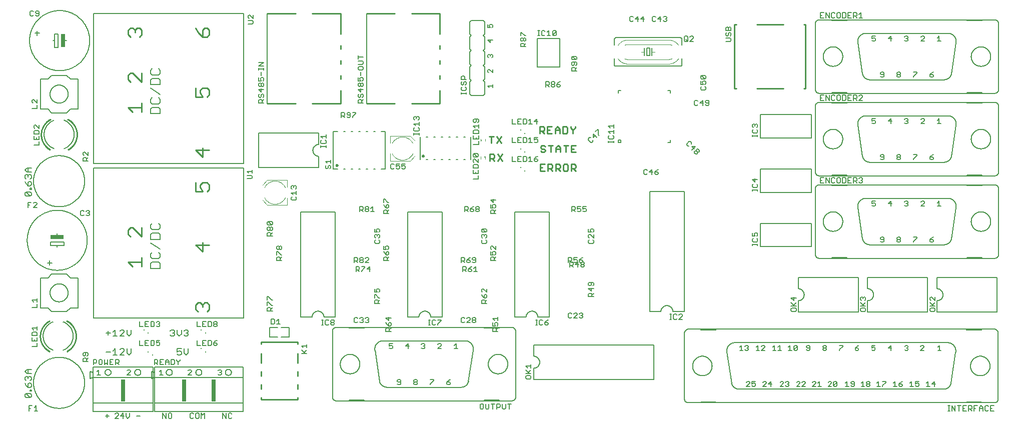
<source format=gto>
G75*
%MOIN*%
%OFA0B0*%
%FSLAX25Y25*%
%IPPOS*%
%LPD*%
%AMOC8*
5,1,8,0,0,1.08239X$1,22.5*
%
%ADD10C,0.01100*%
%ADD11C,0.00800*%
%ADD12C,0.00600*%
%ADD13C,0.00500*%
%ADD14R,0.02500X0.09000*%
%ADD15R,0.03000X0.15000*%
%ADD16R,0.09000X0.02500*%
%ADD17C,0.00591*%
%ADD18C,0.00200*%
%ADD19C,0.01000*%
%ADD20C,0.00984*%
%ADD21R,0.00787X0.00787*%
%ADD22C,0.00700*%
%ADD23C,0.00400*%
%ADD24R,0.00886X0.00984*%
D10*
X0452306Y0290485D02*
X0455309Y0290485D01*
X0457463Y0290485D02*
X0457463Y0294989D01*
X0459715Y0294989D01*
X0460465Y0294238D01*
X0460465Y0292737D01*
X0459715Y0291986D01*
X0457463Y0291986D01*
X0458964Y0291986D02*
X0460465Y0290485D01*
X0462619Y0290485D02*
X0462619Y0294989D01*
X0464871Y0294989D01*
X0465622Y0294238D01*
X0465622Y0292737D01*
X0464871Y0291986D01*
X0462619Y0291986D01*
X0464120Y0291986D02*
X0465622Y0290485D01*
X0467775Y0291235D02*
X0468526Y0290485D01*
X0470027Y0290485D01*
X0470778Y0291235D01*
X0470778Y0294238D01*
X0470027Y0294989D01*
X0468526Y0294989D01*
X0467775Y0294238D01*
X0467775Y0291235D01*
X0472932Y0290485D02*
X0472932Y0294989D01*
X0475184Y0294989D01*
X0475934Y0294238D01*
X0475934Y0292737D01*
X0475184Y0291986D01*
X0472932Y0291986D01*
X0474433Y0291986D02*
X0475934Y0290485D01*
X0455309Y0294989D02*
X0452306Y0294989D01*
X0452306Y0290485D01*
X0452306Y0292737D02*
X0453808Y0292737D01*
X0453316Y0302985D02*
X0452565Y0303735D01*
X0453316Y0302985D02*
X0454817Y0302985D01*
X0455568Y0303735D01*
X0455568Y0304486D01*
X0454817Y0305237D01*
X0453316Y0305237D01*
X0452565Y0305987D01*
X0452565Y0306738D01*
X0453316Y0307489D01*
X0454817Y0307489D01*
X0455568Y0306738D01*
X0457722Y0307489D02*
X0460724Y0307489D01*
X0459223Y0307489D02*
X0459223Y0302985D01*
X0462878Y0302985D02*
X0462878Y0305987D01*
X0464379Y0307489D01*
X0465881Y0305987D01*
X0465881Y0302985D01*
X0465881Y0305237D02*
X0462878Y0305237D01*
X0468034Y0307489D02*
X0471037Y0307489D01*
X0469536Y0307489D02*
X0469536Y0302985D01*
X0473191Y0302985D02*
X0476193Y0302985D01*
X0474692Y0305237D02*
X0473191Y0305237D01*
X0473191Y0307489D02*
X0473191Y0302985D01*
X0473191Y0307489D02*
X0476193Y0307489D01*
X0474174Y0315485D02*
X0474174Y0317737D01*
X0475676Y0319238D01*
X0475676Y0319989D01*
X0474174Y0317737D02*
X0472673Y0319238D01*
X0472673Y0319989D01*
X0470519Y0319238D02*
X0469769Y0319989D01*
X0467517Y0319989D01*
X0467517Y0315485D01*
X0469769Y0315485D01*
X0470519Y0316235D01*
X0470519Y0319238D01*
X0465363Y0318487D02*
X0465363Y0315485D01*
X0465363Y0317737D02*
X0462360Y0317737D01*
X0462360Y0318487D02*
X0462360Y0315485D01*
X0460206Y0315485D02*
X0457204Y0315485D01*
X0457204Y0319989D01*
X0460206Y0319989D01*
X0462360Y0318487D02*
X0463861Y0319989D01*
X0465363Y0318487D01*
X0458705Y0317737D02*
X0457204Y0317737D01*
X0455050Y0317737D02*
X0454299Y0316986D01*
X0452047Y0316986D01*
X0452047Y0315485D02*
X0452047Y0319989D01*
X0454299Y0319989D01*
X0455050Y0319238D01*
X0455050Y0317737D01*
X0453549Y0316986D02*
X0455050Y0315485D01*
X0426381Y0313556D02*
X0423378Y0309052D01*
X0426381Y0309052D02*
X0423378Y0313556D01*
X0421224Y0313556D02*
X0418222Y0313556D01*
X0419723Y0313556D02*
X0419723Y0309052D01*
X0418847Y0301681D02*
X0421098Y0301681D01*
X0421849Y0300930D01*
X0421849Y0299429D01*
X0421098Y0298678D01*
X0418847Y0298678D01*
X0420348Y0298678D02*
X0421849Y0297177D01*
X0424003Y0297177D02*
X0427006Y0301681D01*
X0424003Y0301681D02*
X0427006Y0297177D01*
X0418847Y0297177D02*
X0418847Y0301681D01*
D11*
X0406199Y0298020D02*
X0406199Y0312980D01*
X0402250Y0313000D02*
X0401250Y0313000D01*
X0397250Y0313000D02*
X0396250Y0313000D01*
X0392250Y0313000D02*
X0391250Y0313000D01*
X0387250Y0313000D02*
X0386250Y0313000D01*
X0382250Y0313000D02*
X0381250Y0313000D01*
X0377250Y0313000D02*
X0376250Y0313000D01*
X0372301Y0312980D02*
X0372301Y0298020D01*
X0376250Y0298000D02*
X0377250Y0298000D01*
X0381250Y0298000D02*
X0382250Y0298000D01*
X0386250Y0298000D02*
X0387250Y0298000D01*
X0391250Y0298000D02*
X0392250Y0298000D01*
X0396250Y0298000D02*
X0397250Y0298000D01*
X0401250Y0298000D02*
X0402250Y0298000D01*
X0348974Y0291750D02*
X0346250Y0291750D01*
X0348974Y0291750D02*
X0348974Y0316750D01*
X0346250Y0316750D01*
X0342250Y0316750D02*
X0341250Y0316750D01*
X0337250Y0316750D02*
X0336250Y0316750D01*
X0332250Y0316750D02*
X0331250Y0316750D01*
X0327250Y0316750D02*
X0326250Y0316750D01*
X0322250Y0316750D02*
X0321250Y0316750D01*
X0317250Y0316750D02*
X0314526Y0316750D01*
X0314526Y0291750D01*
X0317250Y0291750D01*
X0321250Y0291750D02*
X0322250Y0291750D01*
X0326250Y0291750D02*
X0327250Y0291750D01*
X0331250Y0291750D02*
X0332250Y0291750D01*
X0336250Y0291750D02*
X0337250Y0291750D01*
X0341250Y0291750D02*
X0342250Y0291750D01*
X0336720Y0335450D02*
X0336720Y0395550D01*
X0270470Y0395550D02*
X0270470Y0335450D01*
X0113225Y0292582D02*
X0110423Y0292582D01*
X0109021Y0291181D01*
X0110423Y0289780D01*
X0113225Y0289780D01*
X0112524Y0287978D02*
X0113225Y0287278D01*
X0113225Y0285877D01*
X0112524Y0285176D01*
X0112524Y0283374D02*
X0111824Y0283374D01*
X0111123Y0282674D01*
X0111123Y0280572D01*
X0112524Y0280572D01*
X0113225Y0281273D01*
X0113225Y0282674D01*
X0112524Y0283374D01*
X0109722Y0281973D02*
X0111123Y0280572D01*
X0109722Y0281973D02*
X0109021Y0283374D01*
X0109722Y0285176D02*
X0109021Y0285877D01*
X0109021Y0287278D01*
X0109722Y0287978D01*
X0110423Y0287978D01*
X0111123Y0287278D01*
X0111824Y0287978D01*
X0112524Y0287978D01*
X0111123Y0287278D02*
X0111123Y0286577D01*
X0111123Y0289780D02*
X0111123Y0292582D01*
X0112524Y0278971D02*
X0113225Y0278971D01*
X0113225Y0278270D01*
X0112524Y0278270D01*
X0112524Y0278971D01*
X0112524Y0276469D02*
X0113225Y0275768D01*
X0113225Y0274367D01*
X0112524Y0273666D01*
X0109722Y0276469D01*
X0112524Y0276469D01*
X0109722Y0276469D02*
X0109021Y0275768D01*
X0109021Y0274367D01*
X0109722Y0273666D01*
X0112524Y0273666D01*
X0164510Y0183778D02*
X0164510Y0180976D01*
X0163109Y0182377D02*
X0165912Y0182377D01*
X0167713Y0183077D02*
X0169114Y0184479D01*
X0169114Y0180275D01*
X0167713Y0180275D02*
X0170516Y0180275D01*
X0172317Y0180275D02*
X0175120Y0183077D01*
X0175120Y0183778D01*
X0174419Y0184479D01*
X0173018Y0184479D01*
X0172317Y0183778D01*
X0172317Y0180275D02*
X0175120Y0180275D01*
X0176921Y0181676D02*
X0178322Y0180275D01*
X0179723Y0181676D01*
X0179723Y0184479D01*
X0176921Y0184479D02*
X0176921Y0181676D01*
X0176921Y0171979D02*
X0176921Y0169176D01*
X0178322Y0167775D01*
X0179723Y0169176D01*
X0179723Y0171979D01*
X0175120Y0171278D02*
X0174419Y0171979D01*
X0173018Y0171979D01*
X0172317Y0171278D01*
X0175120Y0171278D02*
X0175120Y0170577D01*
X0172317Y0167775D01*
X0175120Y0167775D01*
X0170516Y0167775D02*
X0167713Y0167775D01*
X0169114Y0167775D02*
X0169114Y0171979D01*
X0167713Y0170577D01*
X0165912Y0169877D02*
X0163109Y0169877D01*
X0205838Y0180976D02*
X0206539Y0180275D01*
X0207940Y0180275D01*
X0208641Y0180976D01*
X0208641Y0181676D01*
X0207940Y0182377D01*
X0207239Y0182377D01*
X0207940Y0182377D02*
X0208641Y0183077D01*
X0208641Y0183778D01*
X0207940Y0184479D01*
X0206539Y0184479D01*
X0205838Y0183778D01*
X0210442Y0184479D02*
X0210442Y0181676D01*
X0211843Y0180275D01*
X0213245Y0181676D01*
X0213245Y0184479D01*
X0215046Y0183778D02*
X0215747Y0184479D01*
X0217148Y0184479D01*
X0217848Y0183778D01*
X0217848Y0183077D01*
X0217148Y0182377D01*
X0217848Y0181676D01*
X0217848Y0180976D01*
X0217148Y0180275D01*
X0215747Y0180275D01*
X0215046Y0180976D01*
X0216447Y0182377D02*
X0217148Y0182377D01*
X0217848Y0171979D02*
X0217848Y0169176D01*
X0216447Y0167775D01*
X0215046Y0169176D01*
X0215046Y0171979D01*
X0213245Y0171979D02*
X0210442Y0171979D01*
X0210442Y0169877D01*
X0211843Y0170577D01*
X0212544Y0170577D01*
X0213245Y0169877D01*
X0213245Y0168476D01*
X0212544Y0167775D01*
X0211143Y0167775D01*
X0210442Y0168476D01*
X0113225Y0158207D02*
X0110423Y0158207D01*
X0109021Y0156806D01*
X0110423Y0155405D01*
X0113225Y0155405D01*
X0112524Y0153603D02*
X0113225Y0152903D01*
X0113225Y0151502D01*
X0112524Y0150801D01*
X0112524Y0148999D02*
X0111824Y0148999D01*
X0111123Y0148299D01*
X0111123Y0146197D01*
X0112524Y0146197D01*
X0113225Y0146898D01*
X0113225Y0148299D01*
X0112524Y0148999D01*
X0109722Y0147598D02*
X0111123Y0146197D01*
X0109722Y0147598D02*
X0109021Y0148999D01*
X0109722Y0150801D02*
X0109021Y0151502D01*
X0109021Y0152903D01*
X0109722Y0153603D01*
X0110423Y0153603D01*
X0111123Y0152903D01*
X0111824Y0153603D01*
X0112524Y0153603D01*
X0111123Y0152903D02*
X0111123Y0152202D01*
X0111123Y0155405D02*
X0111123Y0158207D01*
X0112524Y0144596D02*
X0113225Y0144596D01*
X0113225Y0143895D01*
X0112524Y0143895D01*
X0112524Y0144596D01*
X0112524Y0142094D02*
X0113225Y0141393D01*
X0113225Y0139992D01*
X0112524Y0139291D01*
X0109722Y0142094D01*
X0112524Y0142094D01*
X0109722Y0142094D02*
X0109021Y0141393D01*
X0109021Y0139992D01*
X0109722Y0139291D01*
X0112524Y0139291D01*
X0450520Y0359801D02*
X0450520Y0378699D01*
X0465500Y0378699D01*
X0465500Y0359801D01*
X0450520Y0359801D01*
X0599161Y0327980D02*
X0599161Y0312488D01*
X0633059Y0312488D01*
X0633059Y0327980D01*
X0599161Y0327980D01*
X0599161Y0291730D02*
X0633059Y0291730D01*
X0633059Y0276238D01*
X0599161Y0276238D01*
X0599161Y0291730D01*
X0599161Y0255480D02*
X0633059Y0255480D01*
X0633059Y0239988D01*
X0599161Y0239988D01*
X0599161Y0255480D01*
D12*
X0164977Y0127251D02*
X0162708Y0127251D01*
X0163843Y0126117D02*
X0163843Y0128386D01*
X0169025Y0128386D02*
X0169592Y0128953D01*
X0170727Y0128953D01*
X0171294Y0128386D01*
X0171294Y0127819D01*
X0169025Y0125550D01*
X0171294Y0125550D01*
X0172708Y0127251D02*
X0174977Y0127251D01*
X0176392Y0126684D02*
X0177526Y0125550D01*
X0178660Y0126684D01*
X0178660Y0128953D01*
X0176392Y0128953D02*
X0176392Y0126684D01*
X0174410Y0125550D02*
X0174410Y0128953D01*
X0172708Y0127251D01*
X0183333Y0127251D02*
X0185602Y0127251D01*
X0194250Y0130250D02*
X0194250Y0135750D01*
X0154250Y0135750D01*
X0154250Y0152750D01*
X0194250Y0152750D01*
X0194250Y0135750D01*
X0195275Y0135750D02*
X0195275Y0152750D01*
X0254475Y0152750D01*
X0254475Y0135750D01*
X0254475Y0130250D01*
X0195275Y0130250D01*
X0195275Y0135750D01*
X0254475Y0135750D01*
X0246819Y0128386D02*
X0246251Y0128953D01*
X0245117Y0128953D01*
X0244550Y0128386D01*
X0244550Y0126117D01*
X0245117Y0125550D01*
X0246251Y0125550D01*
X0246819Y0126117D01*
X0243135Y0125550D02*
X0243135Y0128953D01*
X0240867Y0128953D02*
X0243135Y0125550D01*
X0240867Y0125550D02*
X0240867Y0128953D01*
X0228660Y0128953D02*
X0228660Y0125550D01*
X0226392Y0125550D02*
X0226392Y0128953D01*
X0227526Y0127819D01*
X0228660Y0128953D01*
X0224977Y0128386D02*
X0224977Y0126117D01*
X0224410Y0125550D01*
X0223276Y0125550D01*
X0222708Y0126117D01*
X0222708Y0128386D01*
X0223276Y0128953D01*
X0224410Y0128953D01*
X0224977Y0128386D01*
X0221294Y0128386D02*
X0220727Y0128953D01*
X0219592Y0128953D01*
X0219025Y0128386D01*
X0219025Y0126117D01*
X0219592Y0125550D01*
X0220727Y0125550D01*
X0221294Y0126117D01*
X0206819Y0126117D02*
X0206819Y0128386D01*
X0206251Y0128953D01*
X0205117Y0128953D01*
X0204550Y0128386D01*
X0204550Y0126117D01*
X0205117Y0125550D01*
X0206251Y0125550D01*
X0206819Y0126117D01*
X0203135Y0125550D02*
X0203135Y0128953D01*
X0200867Y0128953D02*
X0203135Y0125550D01*
X0200867Y0125550D02*
X0200867Y0128953D01*
X0194250Y0130250D02*
X0154250Y0130250D01*
X0154250Y0135750D01*
X0152250Y0152250D02*
X0154250Y0152750D01*
X0154250Y0156250D01*
X0154250Y0159750D01*
X0194250Y0159750D01*
X0194250Y0152750D01*
X0195275Y0152750D02*
X0195275Y0156250D01*
X0195275Y0159750D01*
X0254475Y0159750D01*
X0254475Y0152750D01*
X0242575Y0156250D02*
X0242577Y0156339D01*
X0242583Y0156428D01*
X0242593Y0156517D01*
X0242607Y0156605D01*
X0242624Y0156692D01*
X0242646Y0156778D01*
X0242672Y0156864D01*
X0242701Y0156948D01*
X0242734Y0157031D01*
X0242770Y0157112D01*
X0242811Y0157192D01*
X0242854Y0157269D01*
X0242901Y0157345D01*
X0242952Y0157418D01*
X0243005Y0157489D01*
X0243062Y0157558D01*
X0243122Y0157624D01*
X0243185Y0157688D01*
X0243250Y0157748D01*
X0243318Y0157806D01*
X0243389Y0157860D01*
X0243462Y0157911D01*
X0243537Y0157959D01*
X0243614Y0158004D01*
X0243693Y0158045D01*
X0243774Y0158082D01*
X0243856Y0158116D01*
X0243940Y0158147D01*
X0244025Y0158173D01*
X0244111Y0158196D01*
X0244198Y0158214D01*
X0244286Y0158229D01*
X0244375Y0158240D01*
X0244464Y0158247D01*
X0244553Y0158250D01*
X0244642Y0158249D01*
X0244731Y0158244D01*
X0244819Y0158235D01*
X0244908Y0158222D01*
X0244995Y0158205D01*
X0245082Y0158185D01*
X0245168Y0158160D01*
X0245252Y0158132D01*
X0245335Y0158100D01*
X0245417Y0158064D01*
X0245497Y0158025D01*
X0245575Y0157982D01*
X0245651Y0157936D01*
X0245725Y0157886D01*
X0245797Y0157833D01*
X0245866Y0157777D01*
X0245933Y0157718D01*
X0245997Y0157656D01*
X0246058Y0157592D01*
X0246117Y0157524D01*
X0246172Y0157454D01*
X0246224Y0157382D01*
X0246273Y0157307D01*
X0246318Y0157231D01*
X0246360Y0157152D01*
X0246398Y0157072D01*
X0246433Y0156990D01*
X0246464Y0156906D01*
X0246492Y0156821D01*
X0246515Y0156735D01*
X0246535Y0156648D01*
X0246551Y0156561D01*
X0246563Y0156472D01*
X0246571Y0156384D01*
X0246575Y0156295D01*
X0246575Y0156205D01*
X0246571Y0156116D01*
X0246563Y0156028D01*
X0246551Y0155939D01*
X0246535Y0155852D01*
X0246515Y0155765D01*
X0246492Y0155679D01*
X0246464Y0155594D01*
X0246433Y0155510D01*
X0246398Y0155428D01*
X0246360Y0155348D01*
X0246318Y0155269D01*
X0246273Y0155193D01*
X0246224Y0155118D01*
X0246172Y0155046D01*
X0246117Y0154976D01*
X0246058Y0154908D01*
X0245997Y0154844D01*
X0245933Y0154782D01*
X0245866Y0154723D01*
X0245797Y0154667D01*
X0245725Y0154614D01*
X0245651Y0154564D01*
X0245575Y0154518D01*
X0245497Y0154475D01*
X0245417Y0154436D01*
X0245335Y0154400D01*
X0245252Y0154368D01*
X0245168Y0154340D01*
X0245082Y0154315D01*
X0244995Y0154295D01*
X0244908Y0154278D01*
X0244819Y0154265D01*
X0244731Y0154256D01*
X0244642Y0154251D01*
X0244553Y0154250D01*
X0244464Y0154253D01*
X0244375Y0154260D01*
X0244286Y0154271D01*
X0244198Y0154286D01*
X0244111Y0154304D01*
X0244025Y0154327D01*
X0243940Y0154353D01*
X0243856Y0154384D01*
X0243774Y0154418D01*
X0243693Y0154455D01*
X0243614Y0154496D01*
X0243537Y0154541D01*
X0243462Y0154589D01*
X0243389Y0154640D01*
X0243318Y0154694D01*
X0243250Y0154752D01*
X0243185Y0154812D01*
X0243122Y0154876D01*
X0243062Y0154942D01*
X0243005Y0155011D01*
X0242952Y0155082D01*
X0242901Y0155155D01*
X0242854Y0155231D01*
X0242811Y0155308D01*
X0242770Y0155388D01*
X0242734Y0155469D01*
X0242701Y0155552D01*
X0242672Y0155636D01*
X0242646Y0155722D01*
X0242624Y0155808D01*
X0242607Y0155895D01*
X0242593Y0155983D01*
X0242583Y0156072D01*
X0242577Y0156161D01*
X0242575Y0156250D01*
X0222875Y0156250D02*
X0222877Y0156339D01*
X0222883Y0156428D01*
X0222893Y0156517D01*
X0222907Y0156605D01*
X0222924Y0156692D01*
X0222946Y0156778D01*
X0222972Y0156864D01*
X0223001Y0156948D01*
X0223034Y0157031D01*
X0223070Y0157112D01*
X0223111Y0157192D01*
X0223154Y0157269D01*
X0223201Y0157345D01*
X0223252Y0157418D01*
X0223305Y0157489D01*
X0223362Y0157558D01*
X0223422Y0157624D01*
X0223485Y0157688D01*
X0223550Y0157748D01*
X0223618Y0157806D01*
X0223689Y0157860D01*
X0223762Y0157911D01*
X0223837Y0157959D01*
X0223914Y0158004D01*
X0223993Y0158045D01*
X0224074Y0158082D01*
X0224156Y0158116D01*
X0224240Y0158147D01*
X0224325Y0158173D01*
X0224411Y0158196D01*
X0224498Y0158214D01*
X0224586Y0158229D01*
X0224675Y0158240D01*
X0224764Y0158247D01*
X0224853Y0158250D01*
X0224942Y0158249D01*
X0225031Y0158244D01*
X0225119Y0158235D01*
X0225208Y0158222D01*
X0225295Y0158205D01*
X0225382Y0158185D01*
X0225468Y0158160D01*
X0225552Y0158132D01*
X0225635Y0158100D01*
X0225717Y0158064D01*
X0225797Y0158025D01*
X0225875Y0157982D01*
X0225951Y0157936D01*
X0226025Y0157886D01*
X0226097Y0157833D01*
X0226166Y0157777D01*
X0226233Y0157718D01*
X0226297Y0157656D01*
X0226358Y0157592D01*
X0226417Y0157524D01*
X0226472Y0157454D01*
X0226524Y0157382D01*
X0226573Y0157307D01*
X0226618Y0157231D01*
X0226660Y0157152D01*
X0226698Y0157072D01*
X0226733Y0156990D01*
X0226764Y0156906D01*
X0226792Y0156821D01*
X0226815Y0156735D01*
X0226835Y0156648D01*
X0226851Y0156561D01*
X0226863Y0156472D01*
X0226871Y0156384D01*
X0226875Y0156295D01*
X0226875Y0156205D01*
X0226871Y0156116D01*
X0226863Y0156028D01*
X0226851Y0155939D01*
X0226835Y0155852D01*
X0226815Y0155765D01*
X0226792Y0155679D01*
X0226764Y0155594D01*
X0226733Y0155510D01*
X0226698Y0155428D01*
X0226660Y0155348D01*
X0226618Y0155269D01*
X0226573Y0155193D01*
X0226524Y0155118D01*
X0226472Y0155046D01*
X0226417Y0154976D01*
X0226358Y0154908D01*
X0226297Y0154844D01*
X0226233Y0154782D01*
X0226166Y0154723D01*
X0226097Y0154667D01*
X0226025Y0154614D01*
X0225951Y0154564D01*
X0225875Y0154518D01*
X0225797Y0154475D01*
X0225717Y0154436D01*
X0225635Y0154400D01*
X0225552Y0154368D01*
X0225468Y0154340D01*
X0225382Y0154315D01*
X0225295Y0154295D01*
X0225208Y0154278D01*
X0225119Y0154265D01*
X0225031Y0154256D01*
X0224942Y0154251D01*
X0224853Y0154250D01*
X0224764Y0154253D01*
X0224675Y0154260D01*
X0224586Y0154271D01*
X0224498Y0154286D01*
X0224411Y0154304D01*
X0224325Y0154327D01*
X0224240Y0154353D01*
X0224156Y0154384D01*
X0224074Y0154418D01*
X0223993Y0154455D01*
X0223914Y0154496D01*
X0223837Y0154541D01*
X0223762Y0154589D01*
X0223689Y0154640D01*
X0223618Y0154694D01*
X0223550Y0154752D01*
X0223485Y0154812D01*
X0223422Y0154876D01*
X0223362Y0154942D01*
X0223305Y0155011D01*
X0223252Y0155082D01*
X0223201Y0155155D01*
X0223154Y0155231D01*
X0223111Y0155308D01*
X0223070Y0155388D01*
X0223034Y0155469D01*
X0223001Y0155552D01*
X0222972Y0155636D01*
X0222946Y0155722D01*
X0222924Y0155808D01*
X0222907Y0155895D01*
X0222893Y0155983D01*
X0222883Y0156072D01*
X0222877Y0156161D01*
X0222875Y0156250D01*
X0211142Y0161425D02*
X0211142Y0163126D01*
X0212276Y0164261D01*
X0212276Y0164828D01*
X0211142Y0163126D02*
X0210008Y0164261D01*
X0210008Y0164828D01*
X0208593Y0164261D02*
X0208026Y0164828D01*
X0206324Y0164828D01*
X0206324Y0161425D01*
X0208026Y0161425D01*
X0208593Y0161992D01*
X0208593Y0164261D01*
X0204910Y0163694D02*
X0203776Y0164828D01*
X0202641Y0163694D01*
X0202641Y0161425D01*
X0201227Y0161425D02*
X0198958Y0161425D01*
X0198958Y0164828D01*
X0201227Y0164828D01*
X0200092Y0163126D02*
X0198958Y0163126D01*
X0197544Y0163126D02*
X0196976Y0162559D01*
X0195275Y0162559D01*
X0195275Y0161425D02*
X0195275Y0164828D01*
X0196976Y0164828D01*
X0197544Y0164261D01*
X0197544Y0163126D01*
X0196409Y0162559D02*
X0197544Y0161425D01*
X0202641Y0163126D02*
X0204910Y0163126D01*
X0204910Y0163694D02*
X0204910Y0161425D01*
X0203175Y0156250D02*
X0203177Y0156339D01*
X0203183Y0156428D01*
X0203193Y0156517D01*
X0203207Y0156605D01*
X0203224Y0156692D01*
X0203246Y0156778D01*
X0203272Y0156864D01*
X0203301Y0156948D01*
X0203334Y0157031D01*
X0203370Y0157112D01*
X0203411Y0157192D01*
X0203454Y0157269D01*
X0203501Y0157345D01*
X0203552Y0157418D01*
X0203605Y0157489D01*
X0203662Y0157558D01*
X0203722Y0157624D01*
X0203785Y0157688D01*
X0203850Y0157748D01*
X0203918Y0157806D01*
X0203989Y0157860D01*
X0204062Y0157911D01*
X0204137Y0157959D01*
X0204214Y0158004D01*
X0204293Y0158045D01*
X0204374Y0158082D01*
X0204456Y0158116D01*
X0204540Y0158147D01*
X0204625Y0158173D01*
X0204711Y0158196D01*
X0204798Y0158214D01*
X0204886Y0158229D01*
X0204975Y0158240D01*
X0205064Y0158247D01*
X0205153Y0158250D01*
X0205242Y0158249D01*
X0205331Y0158244D01*
X0205419Y0158235D01*
X0205508Y0158222D01*
X0205595Y0158205D01*
X0205682Y0158185D01*
X0205768Y0158160D01*
X0205852Y0158132D01*
X0205935Y0158100D01*
X0206017Y0158064D01*
X0206097Y0158025D01*
X0206175Y0157982D01*
X0206251Y0157936D01*
X0206325Y0157886D01*
X0206397Y0157833D01*
X0206466Y0157777D01*
X0206533Y0157718D01*
X0206597Y0157656D01*
X0206658Y0157592D01*
X0206717Y0157524D01*
X0206772Y0157454D01*
X0206824Y0157382D01*
X0206873Y0157307D01*
X0206918Y0157231D01*
X0206960Y0157152D01*
X0206998Y0157072D01*
X0207033Y0156990D01*
X0207064Y0156906D01*
X0207092Y0156821D01*
X0207115Y0156735D01*
X0207135Y0156648D01*
X0207151Y0156561D01*
X0207163Y0156472D01*
X0207171Y0156384D01*
X0207175Y0156295D01*
X0207175Y0156205D01*
X0207171Y0156116D01*
X0207163Y0156028D01*
X0207151Y0155939D01*
X0207135Y0155852D01*
X0207115Y0155765D01*
X0207092Y0155679D01*
X0207064Y0155594D01*
X0207033Y0155510D01*
X0206998Y0155428D01*
X0206960Y0155348D01*
X0206918Y0155269D01*
X0206873Y0155193D01*
X0206824Y0155118D01*
X0206772Y0155046D01*
X0206717Y0154976D01*
X0206658Y0154908D01*
X0206597Y0154844D01*
X0206533Y0154782D01*
X0206466Y0154723D01*
X0206397Y0154667D01*
X0206325Y0154614D01*
X0206251Y0154564D01*
X0206175Y0154518D01*
X0206097Y0154475D01*
X0206017Y0154436D01*
X0205935Y0154400D01*
X0205852Y0154368D01*
X0205768Y0154340D01*
X0205682Y0154315D01*
X0205595Y0154295D01*
X0205508Y0154278D01*
X0205419Y0154265D01*
X0205331Y0154256D01*
X0205242Y0154251D01*
X0205153Y0154250D01*
X0205064Y0154253D01*
X0204975Y0154260D01*
X0204886Y0154271D01*
X0204798Y0154286D01*
X0204711Y0154304D01*
X0204625Y0154327D01*
X0204540Y0154353D01*
X0204456Y0154384D01*
X0204374Y0154418D01*
X0204293Y0154455D01*
X0204214Y0154496D01*
X0204137Y0154541D01*
X0204062Y0154589D01*
X0203989Y0154640D01*
X0203918Y0154694D01*
X0203850Y0154752D01*
X0203785Y0154812D01*
X0203722Y0154876D01*
X0203662Y0154942D01*
X0203605Y0155011D01*
X0203552Y0155082D01*
X0203501Y0155155D01*
X0203454Y0155231D01*
X0203411Y0155308D01*
X0203370Y0155388D01*
X0203334Y0155469D01*
X0203301Y0155552D01*
X0203272Y0155636D01*
X0203246Y0155722D01*
X0203224Y0155808D01*
X0203207Y0155895D01*
X0203193Y0155983D01*
X0203183Y0156072D01*
X0203177Y0156161D01*
X0203175Y0156250D01*
X0195275Y0156250D02*
X0193275Y0156750D01*
X0193275Y0152250D01*
X0195275Y0152750D01*
X0182150Y0156250D02*
X0182152Y0156339D01*
X0182158Y0156428D01*
X0182168Y0156517D01*
X0182182Y0156605D01*
X0182199Y0156692D01*
X0182221Y0156778D01*
X0182247Y0156864D01*
X0182276Y0156948D01*
X0182309Y0157031D01*
X0182345Y0157112D01*
X0182386Y0157192D01*
X0182429Y0157269D01*
X0182476Y0157345D01*
X0182527Y0157418D01*
X0182580Y0157489D01*
X0182637Y0157558D01*
X0182697Y0157624D01*
X0182760Y0157688D01*
X0182825Y0157748D01*
X0182893Y0157806D01*
X0182964Y0157860D01*
X0183037Y0157911D01*
X0183112Y0157959D01*
X0183189Y0158004D01*
X0183268Y0158045D01*
X0183349Y0158082D01*
X0183431Y0158116D01*
X0183515Y0158147D01*
X0183600Y0158173D01*
X0183686Y0158196D01*
X0183773Y0158214D01*
X0183861Y0158229D01*
X0183950Y0158240D01*
X0184039Y0158247D01*
X0184128Y0158250D01*
X0184217Y0158249D01*
X0184306Y0158244D01*
X0184394Y0158235D01*
X0184483Y0158222D01*
X0184570Y0158205D01*
X0184657Y0158185D01*
X0184743Y0158160D01*
X0184827Y0158132D01*
X0184910Y0158100D01*
X0184992Y0158064D01*
X0185072Y0158025D01*
X0185150Y0157982D01*
X0185226Y0157936D01*
X0185300Y0157886D01*
X0185372Y0157833D01*
X0185441Y0157777D01*
X0185508Y0157718D01*
X0185572Y0157656D01*
X0185633Y0157592D01*
X0185692Y0157524D01*
X0185747Y0157454D01*
X0185799Y0157382D01*
X0185848Y0157307D01*
X0185893Y0157231D01*
X0185935Y0157152D01*
X0185973Y0157072D01*
X0186008Y0156990D01*
X0186039Y0156906D01*
X0186067Y0156821D01*
X0186090Y0156735D01*
X0186110Y0156648D01*
X0186126Y0156561D01*
X0186138Y0156472D01*
X0186146Y0156384D01*
X0186150Y0156295D01*
X0186150Y0156205D01*
X0186146Y0156116D01*
X0186138Y0156028D01*
X0186126Y0155939D01*
X0186110Y0155852D01*
X0186090Y0155765D01*
X0186067Y0155679D01*
X0186039Y0155594D01*
X0186008Y0155510D01*
X0185973Y0155428D01*
X0185935Y0155348D01*
X0185893Y0155269D01*
X0185848Y0155193D01*
X0185799Y0155118D01*
X0185747Y0155046D01*
X0185692Y0154976D01*
X0185633Y0154908D01*
X0185572Y0154844D01*
X0185508Y0154782D01*
X0185441Y0154723D01*
X0185372Y0154667D01*
X0185300Y0154614D01*
X0185226Y0154564D01*
X0185150Y0154518D01*
X0185072Y0154475D01*
X0184992Y0154436D01*
X0184910Y0154400D01*
X0184827Y0154368D01*
X0184743Y0154340D01*
X0184657Y0154315D01*
X0184570Y0154295D01*
X0184483Y0154278D01*
X0184394Y0154265D01*
X0184306Y0154256D01*
X0184217Y0154251D01*
X0184128Y0154250D01*
X0184039Y0154253D01*
X0183950Y0154260D01*
X0183861Y0154271D01*
X0183773Y0154286D01*
X0183686Y0154304D01*
X0183600Y0154327D01*
X0183515Y0154353D01*
X0183431Y0154384D01*
X0183349Y0154418D01*
X0183268Y0154455D01*
X0183189Y0154496D01*
X0183112Y0154541D01*
X0183037Y0154589D01*
X0182964Y0154640D01*
X0182893Y0154694D01*
X0182825Y0154752D01*
X0182760Y0154812D01*
X0182697Y0154876D01*
X0182637Y0154942D01*
X0182580Y0155011D01*
X0182527Y0155082D01*
X0182476Y0155155D01*
X0182429Y0155231D01*
X0182386Y0155308D01*
X0182345Y0155388D01*
X0182309Y0155469D01*
X0182276Y0155552D01*
X0182247Y0155636D01*
X0182221Y0155722D01*
X0182199Y0155808D01*
X0182182Y0155895D01*
X0182168Y0155983D01*
X0182158Y0156072D01*
X0182152Y0156161D01*
X0182150Y0156250D01*
X0171551Y0161425D02*
X0170417Y0162559D01*
X0170984Y0162559D02*
X0169283Y0162559D01*
X0169283Y0161425D02*
X0169283Y0164828D01*
X0170984Y0164828D01*
X0171551Y0164261D01*
X0171551Y0163126D01*
X0170984Y0162559D01*
X0167868Y0161425D02*
X0165599Y0161425D01*
X0165599Y0164828D01*
X0167868Y0164828D01*
X0166734Y0163126D02*
X0165599Y0163126D01*
X0164185Y0161425D02*
X0164185Y0164828D01*
X0161916Y0164828D02*
X0161916Y0161425D01*
X0163051Y0162559D01*
X0164185Y0161425D01*
X0160502Y0161992D02*
X0160502Y0164261D01*
X0159935Y0164828D01*
X0158800Y0164828D01*
X0158233Y0164261D01*
X0158233Y0161992D01*
X0158800Y0161425D01*
X0159935Y0161425D01*
X0160502Y0161992D01*
X0156819Y0163126D02*
X0156251Y0162559D01*
X0154550Y0162559D01*
X0154550Y0161425D02*
X0154550Y0164828D01*
X0156251Y0164828D01*
X0156819Y0164261D01*
X0156819Y0163126D01*
X0151075Y0163434D02*
X0147672Y0163434D01*
X0147672Y0165135D01*
X0148239Y0165702D01*
X0149374Y0165702D01*
X0149941Y0165135D01*
X0149941Y0163434D01*
X0149941Y0164568D02*
X0151075Y0165702D01*
X0150508Y0167117D02*
X0151075Y0167684D01*
X0151075Y0168818D01*
X0150508Y0169385D01*
X0148239Y0169385D01*
X0147672Y0168818D01*
X0147672Y0167684D01*
X0148239Y0167117D01*
X0148806Y0167117D01*
X0149374Y0167684D01*
X0149374Y0169385D01*
X0152250Y0156750D02*
X0152250Y0152250D01*
X0154250Y0156250D02*
X0152250Y0156750D01*
X0162350Y0156250D02*
X0162352Y0156339D01*
X0162358Y0156428D01*
X0162368Y0156517D01*
X0162382Y0156605D01*
X0162399Y0156692D01*
X0162421Y0156778D01*
X0162447Y0156864D01*
X0162476Y0156948D01*
X0162509Y0157031D01*
X0162545Y0157112D01*
X0162586Y0157192D01*
X0162629Y0157269D01*
X0162676Y0157345D01*
X0162727Y0157418D01*
X0162780Y0157489D01*
X0162837Y0157558D01*
X0162897Y0157624D01*
X0162960Y0157688D01*
X0163025Y0157748D01*
X0163093Y0157806D01*
X0163164Y0157860D01*
X0163237Y0157911D01*
X0163312Y0157959D01*
X0163389Y0158004D01*
X0163468Y0158045D01*
X0163549Y0158082D01*
X0163631Y0158116D01*
X0163715Y0158147D01*
X0163800Y0158173D01*
X0163886Y0158196D01*
X0163973Y0158214D01*
X0164061Y0158229D01*
X0164150Y0158240D01*
X0164239Y0158247D01*
X0164328Y0158250D01*
X0164417Y0158249D01*
X0164506Y0158244D01*
X0164594Y0158235D01*
X0164683Y0158222D01*
X0164770Y0158205D01*
X0164857Y0158185D01*
X0164943Y0158160D01*
X0165027Y0158132D01*
X0165110Y0158100D01*
X0165192Y0158064D01*
X0165272Y0158025D01*
X0165350Y0157982D01*
X0165426Y0157936D01*
X0165500Y0157886D01*
X0165572Y0157833D01*
X0165641Y0157777D01*
X0165708Y0157718D01*
X0165772Y0157656D01*
X0165833Y0157592D01*
X0165892Y0157524D01*
X0165947Y0157454D01*
X0165999Y0157382D01*
X0166048Y0157307D01*
X0166093Y0157231D01*
X0166135Y0157152D01*
X0166173Y0157072D01*
X0166208Y0156990D01*
X0166239Y0156906D01*
X0166267Y0156821D01*
X0166290Y0156735D01*
X0166310Y0156648D01*
X0166326Y0156561D01*
X0166338Y0156472D01*
X0166346Y0156384D01*
X0166350Y0156295D01*
X0166350Y0156205D01*
X0166346Y0156116D01*
X0166338Y0156028D01*
X0166326Y0155939D01*
X0166310Y0155852D01*
X0166290Y0155765D01*
X0166267Y0155679D01*
X0166239Y0155594D01*
X0166208Y0155510D01*
X0166173Y0155428D01*
X0166135Y0155348D01*
X0166093Y0155269D01*
X0166048Y0155193D01*
X0165999Y0155118D01*
X0165947Y0155046D01*
X0165892Y0154976D01*
X0165833Y0154908D01*
X0165772Y0154844D01*
X0165708Y0154782D01*
X0165641Y0154723D01*
X0165572Y0154667D01*
X0165500Y0154614D01*
X0165426Y0154564D01*
X0165350Y0154518D01*
X0165272Y0154475D01*
X0165192Y0154436D01*
X0165110Y0154400D01*
X0165027Y0154368D01*
X0164943Y0154340D01*
X0164857Y0154315D01*
X0164770Y0154295D01*
X0164683Y0154278D01*
X0164594Y0154265D01*
X0164506Y0154256D01*
X0164417Y0154251D01*
X0164328Y0154250D01*
X0164239Y0154253D01*
X0164150Y0154260D01*
X0164061Y0154271D01*
X0163973Y0154286D01*
X0163886Y0154304D01*
X0163800Y0154327D01*
X0163715Y0154353D01*
X0163631Y0154384D01*
X0163549Y0154418D01*
X0163468Y0154455D01*
X0163389Y0154496D01*
X0163312Y0154541D01*
X0163237Y0154589D01*
X0163164Y0154640D01*
X0163093Y0154694D01*
X0163025Y0154752D01*
X0162960Y0154812D01*
X0162897Y0154876D01*
X0162837Y0154942D01*
X0162780Y0155011D01*
X0162727Y0155082D01*
X0162676Y0155155D01*
X0162629Y0155231D01*
X0162586Y0155308D01*
X0162545Y0155388D01*
X0162509Y0155469D01*
X0162476Y0155552D01*
X0162447Y0155636D01*
X0162421Y0155722D01*
X0162399Y0155808D01*
X0162382Y0155895D01*
X0162368Y0155983D01*
X0162358Y0156072D01*
X0162352Y0156161D01*
X0162350Y0156250D01*
X0185519Y0174112D02*
X0187788Y0174112D01*
X0189203Y0174112D02*
X0191471Y0174112D01*
X0192886Y0174112D02*
X0194587Y0174112D01*
X0195154Y0174679D01*
X0195154Y0176948D01*
X0194587Y0177515D01*
X0192886Y0177515D01*
X0192886Y0174112D01*
X0190337Y0175813D02*
X0189203Y0175813D01*
X0189203Y0174112D02*
X0189203Y0177515D01*
X0191471Y0177515D01*
X0196569Y0177515D02*
X0196569Y0175813D01*
X0197703Y0176381D01*
X0198270Y0176381D01*
X0198838Y0175813D01*
X0198838Y0174679D01*
X0198270Y0174112D01*
X0197136Y0174112D01*
X0196569Y0174679D01*
X0196569Y0177515D02*
X0198838Y0177515D01*
X0185519Y0177515D02*
X0185519Y0174112D01*
X0185519Y0186612D02*
X0187788Y0186612D01*
X0189203Y0186612D02*
X0191471Y0186612D01*
X0192886Y0186612D02*
X0194587Y0186612D01*
X0195154Y0187179D01*
X0195154Y0189448D01*
X0194587Y0190015D01*
X0192886Y0190015D01*
X0192886Y0186612D01*
X0190337Y0188313D02*
X0189203Y0188313D01*
X0189203Y0186612D02*
X0189203Y0190015D01*
X0191471Y0190015D01*
X0196569Y0189448D02*
X0197136Y0190015D01*
X0198270Y0190015D01*
X0198838Y0189448D01*
X0198838Y0188881D01*
X0198270Y0188313D01*
X0198838Y0187746D01*
X0198838Y0187179D01*
X0198270Y0186612D01*
X0197136Y0186612D01*
X0196569Y0187179D01*
X0197703Y0188313D02*
X0198270Y0188313D01*
X0185519Y0186612D02*
X0185519Y0190015D01*
X0154875Y0192375D02*
X0154875Y0292375D01*
X0254875Y0292375D01*
X0254875Y0192375D01*
X0154875Y0192375D01*
X0134525Y0189900D02*
X0134754Y0189814D01*
X0134981Y0189722D01*
X0135205Y0189625D01*
X0135427Y0189523D01*
X0135647Y0189415D01*
X0135864Y0189301D01*
X0136078Y0189183D01*
X0136289Y0189059D01*
X0136497Y0188930D01*
X0136701Y0188796D01*
X0136903Y0188657D01*
X0137101Y0188513D01*
X0137295Y0188365D01*
X0137486Y0188211D01*
X0137672Y0188053D01*
X0137855Y0187891D01*
X0138034Y0187724D01*
X0138209Y0187553D01*
X0138379Y0187377D01*
X0138545Y0187198D01*
X0138707Y0187014D01*
X0138864Y0186826D01*
X0139017Y0186635D01*
X0139165Y0186440D01*
X0139307Y0186242D01*
X0139446Y0186040D01*
X0139579Y0185834D01*
X0139707Y0185626D01*
X0139830Y0185414D01*
X0139947Y0185200D01*
X0140060Y0184983D01*
X0140167Y0184763D01*
X0140268Y0184540D01*
X0140364Y0184315D01*
X0140455Y0184088D01*
X0140540Y0183858D01*
X0140619Y0183627D01*
X0140693Y0183394D01*
X0140761Y0183159D01*
X0140823Y0182922D01*
X0140879Y0182684D01*
X0140930Y0182445D01*
X0140975Y0182204D01*
X0141013Y0181963D01*
X0141046Y0181720D01*
X0141073Y0181477D01*
X0141094Y0181233D01*
X0141109Y0180989D01*
X0141118Y0180745D01*
X0141121Y0180500D01*
X0141118Y0180255D01*
X0141109Y0180011D01*
X0141094Y0179767D01*
X0141073Y0179523D01*
X0141046Y0179280D01*
X0141013Y0179037D01*
X0140975Y0178796D01*
X0140930Y0178555D01*
X0140879Y0178316D01*
X0140823Y0178078D01*
X0140761Y0177841D01*
X0140693Y0177606D01*
X0140619Y0177373D01*
X0140540Y0177142D01*
X0140455Y0176912D01*
X0140364Y0176685D01*
X0140268Y0176460D01*
X0140167Y0176237D01*
X0140060Y0176017D01*
X0139947Y0175800D01*
X0139830Y0175586D01*
X0139707Y0175374D01*
X0139579Y0175166D01*
X0139446Y0174960D01*
X0139307Y0174758D01*
X0139165Y0174560D01*
X0139017Y0174365D01*
X0138864Y0174174D01*
X0138707Y0173986D01*
X0138545Y0173802D01*
X0138379Y0173623D01*
X0138209Y0173447D01*
X0138034Y0173276D01*
X0137855Y0173109D01*
X0137672Y0172947D01*
X0137486Y0172789D01*
X0137295Y0172635D01*
X0137101Y0172487D01*
X0136903Y0172343D01*
X0136701Y0172204D01*
X0136497Y0172070D01*
X0136289Y0171941D01*
X0136078Y0171817D01*
X0135864Y0171699D01*
X0135647Y0171585D01*
X0135427Y0171477D01*
X0135205Y0171375D01*
X0134981Y0171278D01*
X0134754Y0171186D01*
X0134525Y0171100D01*
X0127725Y0171100D02*
X0127496Y0171186D01*
X0127269Y0171278D01*
X0127045Y0171375D01*
X0126823Y0171477D01*
X0126603Y0171585D01*
X0126386Y0171699D01*
X0126172Y0171817D01*
X0125961Y0171941D01*
X0125753Y0172070D01*
X0125549Y0172204D01*
X0125347Y0172343D01*
X0125149Y0172487D01*
X0124955Y0172635D01*
X0124764Y0172789D01*
X0124578Y0172947D01*
X0124395Y0173109D01*
X0124216Y0173276D01*
X0124041Y0173447D01*
X0123871Y0173623D01*
X0123705Y0173802D01*
X0123543Y0173986D01*
X0123386Y0174174D01*
X0123233Y0174365D01*
X0123085Y0174560D01*
X0122943Y0174758D01*
X0122804Y0174960D01*
X0122671Y0175166D01*
X0122543Y0175374D01*
X0122420Y0175586D01*
X0122303Y0175800D01*
X0122190Y0176017D01*
X0122083Y0176237D01*
X0121982Y0176460D01*
X0121886Y0176685D01*
X0121795Y0176912D01*
X0121710Y0177142D01*
X0121631Y0177373D01*
X0121557Y0177606D01*
X0121489Y0177841D01*
X0121427Y0178078D01*
X0121371Y0178316D01*
X0121320Y0178555D01*
X0121275Y0178796D01*
X0121237Y0179037D01*
X0121204Y0179280D01*
X0121177Y0179523D01*
X0121156Y0179767D01*
X0121141Y0180011D01*
X0121132Y0180255D01*
X0121129Y0180500D01*
X0121132Y0180745D01*
X0121141Y0180989D01*
X0121156Y0181233D01*
X0121177Y0181477D01*
X0121204Y0181720D01*
X0121237Y0181963D01*
X0121275Y0182204D01*
X0121320Y0182445D01*
X0121371Y0182684D01*
X0121427Y0182922D01*
X0121489Y0183159D01*
X0121557Y0183394D01*
X0121631Y0183627D01*
X0121710Y0183858D01*
X0121795Y0184088D01*
X0121886Y0184315D01*
X0121982Y0184540D01*
X0122083Y0184763D01*
X0122190Y0184983D01*
X0122303Y0185200D01*
X0122420Y0185414D01*
X0122543Y0185626D01*
X0122671Y0185834D01*
X0122804Y0186040D01*
X0122943Y0186242D01*
X0123085Y0186440D01*
X0123233Y0186635D01*
X0123386Y0186826D01*
X0123543Y0187014D01*
X0123705Y0187198D01*
X0123871Y0187377D01*
X0124041Y0187553D01*
X0124216Y0187724D01*
X0124395Y0187891D01*
X0124578Y0188053D01*
X0124764Y0188211D01*
X0124955Y0188365D01*
X0125149Y0188513D01*
X0125347Y0188657D01*
X0125549Y0188796D01*
X0125753Y0188930D01*
X0125961Y0189059D01*
X0126172Y0189183D01*
X0126386Y0189301D01*
X0126603Y0189415D01*
X0126823Y0189523D01*
X0127045Y0189625D01*
X0127269Y0189722D01*
X0127496Y0189814D01*
X0127725Y0189900D01*
X0117075Y0186752D02*
X0117075Y0184483D01*
X0117075Y0185617D02*
X0113672Y0185617D01*
X0114806Y0184483D01*
X0114239Y0183069D02*
X0113672Y0182501D01*
X0113672Y0180800D01*
X0117075Y0180800D01*
X0117075Y0182501D01*
X0116508Y0183069D01*
X0114239Y0183069D01*
X0113672Y0179385D02*
X0113672Y0177117D01*
X0117075Y0177117D01*
X0117075Y0179385D01*
X0115374Y0178251D02*
X0115374Y0177117D01*
X0117075Y0175702D02*
X0117075Y0173434D01*
X0113672Y0173434D01*
X0114750Y0149250D02*
X0114755Y0149667D01*
X0114770Y0150084D01*
X0114796Y0150501D01*
X0114832Y0150916D01*
X0114878Y0151331D01*
X0114934Y0151744D01*
X0115000Y0152156D01*
X0115077Y0152567D01*
X0115163Y0152975D01*
X0115259Y0153381D01*
X0115366Y0153784D01*
X0115482Y0154185D01*
X0115608Y0154583D01*
X0115744Y0154977D01*
X0115889Y0155368D01*
X0116044Y0155756D01*
X0116208Y0156139D01*
X0116382Y0156518D01*
X0116565Y0156893D01*
X0116757Y0157264D01*
X0116959Y0157629D01*
X0117169Y0157990D01*
X0117387Y0158345D01*
X0117615Y0158695D01*
X0117851Y0159039D01*
X0118095Y0159377D01*
X0118348Y0159709D01*
X0118609Y0160035D01*
X0118877Y0160354D01*
X0119154Y0160667D01*
X0119438Y0160972D01*
X0119729Y0161271D01*
X0120028Y0161562D01*
X0120333Y0161846D01*
X0120646Y0162123D01*
X0120965Y0162391D01*
X0121291Y0162652D01*
X0121623Y0162905D01*
X0121961Y0163149D01*
X0122305Y0163385D01*
X0122655Y0163613D01*
X0123010Y0163831D01*
X0123371Y0164041D01*
X0123736Y0164243D01*
X0124107Y0164435D01*
X0124482Y0164618D01*
X0124861Y0164792D01*
X0125244Y0164956D01*
X0125632Y0165111D01*
X0126023Y0165256D01*
X0126417Y0165392D01*
X0126815Y0165518D01*
X0127216Y0165634D01*
X0127619Y0165741D01*
X0128025Y0165837D01*
X0128433Y0165923D01*
X0128844Y0166000D01*
X0129256Y0166066D01*
X0129669Y0166122D01*
X0130084Y0166168D01*
X0130499Y0166204D01*
X0130916Y0166230D01*
X0131333Y0166245D01*
X0131750Y0166250D01*
X0132167Y0166245D01*
X0132584Y0166230D01*
X0133001Y0166204D01*
X0133416Y0166168D01*
X0133831Y0166122D01*
X0134244Y0166066D01*
X0134656Y0166000D01*
X0135067Y0165923D01*
X0135475Y0165837D01*
X0135881Y0165741D01*
X0136284Y0165634D01*
X0136685Y0165518D01*
X0137083Y0165392D01*
X0137477Y0165256D01*
X0137868Y0165111D01*
X0138256Y0164956D01*
X0138639Y0164792D01*
X0139018Y0164618D01*
X0139393Y0164435D01*
X0139764Y0164243D01*
X0140129Y0164041D01*
X0140490Y0163831D01*
X0140845Y0163613D01*
X0141195Y0163385D01*
X0141539Y0163149D01*
X0141877Y0162905D01*
X0142209Y0162652D01*
X0142535Y0162391D01*
X0142854Y0162123D01*
X0143167Y0161846D01*
X0143472Y0161562D01*
X0143771Y0161271D01*
X0144062Y0160972D01*
X0144346Y0160667D01*
X0144623Y0160354D01*
X0144891Y0160035D01*
X0145152Y0159709D01*
X0145405Y0159377D01*
X0145649Y0159039D01*
X0145885Y0158695D01*
X0146113Y0158345D01*
X0146331Y0157990D01*
X0146541Y0157629D01*
X0146743Y0157264D01*
X0146935Y0156893D01*
X0147118Y0156518D01*
X0147292Y0156139D01*
X0147456Y0155756D01*
X0147611Y0155368D01*
X0147756Y0154977D01*
X0147892Y0154583D01*
X0148018Y0154185D01*
X0148134Y0153784D01*
X0148241Y0153381D01*
X0148337Y0152975D01*
X0148423Y0152567D01*
X0148500Y0152156D01*
X0148566Y0151744D01*
X0148622Y0151331D01*
X0148668Y0150916D01*
X0148704Y0150501D01*
X0148730Y0150084D01*
X0148745Y0149667D01*
X0148750Y0149250D01*
X0148745Y0148833D01*
X0148730Y0148416D01*
X0148704Y0147999D01*
X0148668Y0147584D01*
X0148622Y0147169D01*
X0148566Y0146756D01*
X0148500Y0146344D01*
X0148423Y0145933D01*
X0148337Y0145525D01*
X0148241Y0145119D01*
X0148134Y0144716D01*
X0148018Y0144315D01*
X0147892Y0143917D01*
X0147756Y0143523D01*
X0147611Y0143132D01*
X0147456Y0142744D01*
X0147292Y0142361D01*
X0147118Y0141982D01*
X0146935Y0141607D01*
X0146743Y0141236D01*
X0146541Y0140871D01*
X0146331Y0140510D01*
X0146113Y0140155D01*
X0145885Y0139805D01*
X0145649Y0139461D01*
X0145405Y0139123D01*
X0145152Y0138791D01*
X0144891Y0138465D01*
X0144623Y0138146D01*
X0144346Y0137833D01*
X0144062Y0137528D01*
X0143771Y0137229D01*
X0143472Y0136938D01*
X0143167Y0136654D01*
X0142854Y0136377D01*
X0142535Y0136109D01*
X0142209Y0135848D01*
X0141877Y0135595D01*
X0141539Y0135351D01*
X0141195Y0135115D01*
X0140845Y0134887D01*
X0140490Y0134669D01*
X0140129Y0134459D01*
X0139764Y0134257D01*
X0139393Y0134065D01*
X0139018Y0133882D01*
X0138639Y0133708D01*
X0138256Y0133544D01*
X0137868Y0133389D01*
X0137477Y0133244D01*
X0137083Y0133108D01*
X0136685Y0132982D01*
X0136284Y0132866D01*
X0135881Y0132759D01*
X0135475Y0132663D01*
X0135067Y0132577D01*
X0134656Y0132500D01*
X0134244Y0132434D01*
X0133831Y0132378D01*
X0133416Y0132332D01*
X0133001Y0132296D01*
X0132584Y0132270D01*
X0132167Y0132255D01*
X0131750Y0132250D01*
X0131333Y0132255D01*
X0130916Y0132270D01*
X0130499Y0132296D01*
X0130084Y0132332D01*
X0129669Y0132378D01*
X0129256Y0132434D01*
X0128844Y0132500D01*
X0128433Y0132577D01*
X0128025Y0132663D01*
X0127619Y0132759D01*
X0127216Y0132866D01*
X0126815Y0132982D01*
X0126417Y0133108D01*
X0126023Y0133244D01*
X0125632Y0133389D01*
X0125244Y0133544D01*
X0124861Y0133708D01*
X0124482Y0133882D01*
X0124107Y0134065D01*
X0123736Y0134257D01*
X0123371Y0134459D01*
X0123010Y0134669D01*
X0122655Y0134887D01*
X0122305Y0135115D01*
X0121961Y0135351D01*
X0121623Y0135595D01*
X0121291Y0135848D01*
X0120965Y0136109D01*
X0120646Y0136377D01*
X0120333Y0136654D01*
X0120028Y0136938D01*
X0119729Y0137229D01*
X0119438Y0137528D01*
X0119154Y0137833D01*
X0118877Y0138146D01*
X0118609Y0138465D01*
X0118348Y0138791D01*
X0118095Y0139123D01*
X0117851Y0139461D01*
X0117615Y0139805D01*
X0117387Y0140155D01*
X0117169Y0140510D01*
X0116959Y0140871D01*
X0116757Y0141236D01*
X0116565Y0141607D01*
X0116382Y0141982D01*
X0116208Y0142361D01*
X0116044Y0142744D01*
X0115889Y0143132D01*
X0115744Y0143523D01*
X0115608Y0143917D01*
X0115482Y0144315D01*
X0115366Y0144716D01*
X0115259Y0145119D01*
X0115163Y0145525D01*
X0115077Y0145933D01*
X0115000Y0146344D01*
X0114934Y0146756D01*
X0114878Y0147169D01*
X0114832Y0147584D01*
X0114796Y0147999D01*
X0114770Y0148416D01*
X0114755Y0148833D01*
X0114750Y0149250D01*
X0113827Y0133953D02*
X0111559Y0133953D01*
X0111559Y0130550D01*
X0111559Y0132251D02*
X0112693Y0132251D01*
X0115242Y0132819D02*
X0116376Y0133953D01*
X0116376Y0130550D01*
X0115242Y0130550D02*
X0117510Y0130550D01*
X0223644Y0174112D02*
X0225913Y0174112D01*
X0227328Y0174112D02*
X0229596Y0174112D01*
X0231011Y0174112D02*
X0232712Y0174112D01*
X0233279Y0174679D01*
X0233279Y0176948D01*
X0232712Y0177515D01*
X0231011Y0177515D01*
X0231011Y0174112D01*
X0228462Y0175813D02*
X0227328Y0175813D01*
X0227328Y0174112D02*
X0227328Y0177515D01*
X0229596Y0177515D01*
X0234694Y0175813D02*
X0236395Y0175813D01*
X0236963Y0175246D01*
X0236963Y0174679D01*
X0236395Y0174112D01*
X0235261Y0174112D01*
X0234694Y0174679D01*
X0234694Y0175813D01*
X0235828Y0176948D01*
X0236963Y0177515D01*
X0236395Y0186612D02*
X0235261Y0186612D01*
X0234694Y0187179D01*
X0234694Y0187746D01*
X0235261Y0188313D01*
X0236395Y0188313D01*
X0236963Y0187746D01*
X0236963Y0187179D01*
X0236395Y0186612D01*
X0236395Y0188313D02*
X0236963Y0188881D01*
X0236963Y0189448D01*
X0236395Y0190015D01*
X0235261Y0190015D01*
X0234694Y0189448D01*
X0234694Y0188881D01*
X0235261Y0188313D01*
X0233279Y0187179D02*
X0233279Y0189448D01*
X0232712Y0190015D01*
X0231011Y0190015D01*
X0231011Y0186612D01*
X0232712Y0186612D01*
X0233279Y0187179D01*
X0229596Y0186612D02*
X0227328Y0186612D01*
X0227328Y0190015D01*
X0229596Y0190015D01*
X0228462Y0188313D02*
X0227328Y0188313D01*
X0225913Y0186612D02*
X0223644Y0186612D01*
X0223644Y0190015D01*
X0223644Y0177515D02*
X0223644Y0174112D01*
X0273175Y0188300D02*
X0274876Y0188300D01*
X0275444Y0188867D01*
X0275444Y0191136D01*
X0274876Y0191703D01*
X0273175Y0191703D01*
X0273175Y0188300D01*
X0276858Y0188300D02*
X0279127Y0188300D01*
X0277992Y0188300D02*
X0277992Y0191703D01*
X0276858Y0190569D01*
X0273950Y0197050D02*
X0270547Y0197050D01*
X0270547Y0198751D01*
X0271114Y0199319D01*
X0272249Y0199319D01*
X0272816Y0198751D01*
X0272816Y0197050D01*
X0272816Y0198184D02*
X0273950Y0199319D01*
X0273950Y0200733D02*
X0273383Y0200733D01*
X0271114Y0203002D01*
X0270547Y0203002D01*
X0270547Y0200733D01*
X0270547Y0204416D02*
X0270547Y0206685D01*
X0271114Y0206685D01*
X0273383Y0204416D01*
X0273950Y0204416D01*
X0292750Y0193000D02*
X0300250Y0193000D01*
X0300252Y0193126D01*
X0300258Y0193251D01*
X0300268Y0193376D01*
X0300282Y0193501D01*
X0300299Y0193626D01*
X0300321Y0193750D01*
X0300346Y0193873D01*
X0300376Y0193995D01*
X0300409Y0194116D01*
X0300446Y0194236D01*
X0300486Y0194355D01*
X0300531Y0194472D01*
X0300579Y0194589D01*
X0300631Y0194703D01*
X0300686Y0194816D01*
X0300745Y0194927D01*
X0300807Y0195036D01*
X0300873Y0195143D01*
X0300942Y0195248D01*
X0301014Y0195351D01*
X0301089Y0195452D01*
X0301168Y0195550D01*
X0301250Y0195645D01*
X0301334Y0195738D01*
X0301422Y0195828D01*
X0301512Y0195916D01*
X0301605Y0196000D01*
X0301700Y0196082D01*
X0301798Y0196161D01*
X0301899Y0196236D01*
X0302002Y0196308D01*
X0302107Y0196377D01*
X0302214Y0196443D01*
X0302323Y0196505D01*
X0302434Y0196564D01*
X0302547Y0196619D01*
X0302661Y0196671D01*
X0302778Y0196719D01*
X0302895Y0196764D01*
X0303014Y0196804D01*
X0303134Y0196841D01*
X0303255Y0196874D01*
X0303377Y0196904D01*
X0303500Y0196929D01*
X0303624Y0196951D01*
X0303749Y0196968D01*
X0303874Y0196982D01*
X0303999Y0196992D01*
X0304124Y0196998D01*
X0304250Y0197000D01*
X0304376Y0196998D01*
X0304501Y0196992D01*
X0304626Y0196982D01*
X0304751Y0196968D01*
X0304876Y0196951D01*
X0305000Y0196929D01*
X0305123Y0196904D01*
X0305245Y0196874D01*
X0305366Y0196841D01*
X0305486Y0196804D01*
X0305605Y0196764D01*
X0305722Y0196719D01*
X0305839Y0196671D01*
X0305953Y0196619D01*
X0306066Y0196564D01*
X0306177Y0196505D01*
X0306286Y0196443D01*
X0306393Y0196377D01*
X0306498Y0196308D01*
X0306601Y0196236D01*
X0306702Y0196161D01*
X0306800Y0196082D01*
X0306895Y0196000D01*
X0306988Y0195916D01*
X0307078Y0195828D01*
X0307166Y0195738D01*
X0307250Y0195645D01*
X0307332Y0195550D01*
X0307411Y0195452D01*
X0307486Y0195351D01*
X0307558Y0195248D01*
X0307627Y0195143D01*
X0307693Y0195036D01*
X0307755Y0194927D01*
X0307814Y0194816D01*
X0307869Y0194703D01*
X0307921Y0194589D01*
X0307969Y0194472D01*
X0308014Y0194355D01*
X0308054Y0194236D01*
X0308091Y0194116D01*
X0308124Y0193995D01*
X0308154Y0193873D01*
X0308179Y0193750D01*
X0308201Y0193626D01*
X0308218Y0193501D01*
X0308232Y0193376D01*
X0308242Y0193251D01*
X0308248Y0193126D01*
X0308250Y0193000D01*
X0315750Y0193000D01*
X0315750Y0263000D01*
X0292750Y0263000D01*
X0292750Y0193000D01*
X0306728Y0191203D02*
X0307863Y0191203D01*
X0307295Y0191203D02*
X0307295Y0187800D01*
X0306728Y0187800D02*
X0307863Y0187800D01*
X0309184Y0188367D02*
X0309751Y0187800D01*
X0310885Y0187800D01*
X0311452Y0188367D01*
X0312867Y0188367D02*
X0312867Y0188934D01*
X0313434Y0189501D01*
X0314568Y0189501D01*
X0315135Y0188934D01*
X0315135Y0188367D01*
X0314568Y0187800D01*
X0313434Y0187800D01*
X0312867Y0188367D01*
X0313434Y0189501D02*
X0312867Y0190069D01*
X0312867Y0190636D01*
X0313434Y0191203D01*
X0314568Y0191203D01*
X0315135Y0190636D01*
X0315135Y0190069D01*
X0314568Y0189501D01*
X0311452Y0190636D02*
X0310885Y0191203D01*
X0309751Y0191203D01*
X0309184Y0190636D01*
X0309184Y0188367D01*
X0313939Y0183750D02*
X0313939Y0139750D01*
X0313941Y0139652D01*
X0313947Y0139554D01*
X0313956Y0139456D01*
X0313970Y0139359D01*
X0313987Y0139262D01*
X0314008Y0139166D01*
X0314033Y0139071D01*
X0314061Y0138977D01*
X0314094Y0138885D01*
X0314129Y0138793D01*
X0314169Y0138703D01*
X0314211Y0138615D01*
X0314258Y0138528D01*
X0314307Y0138444D01*
X0314360Y0138361D01*
X0314416Y0138281D01*
X0314476Y0138202D01*
X0314538Y0138126D01*
X0314603Y0138053D01*
X0314671Y0137982D01*
X0314742Y0137914D01*
X0314815Y0137849D01*
X0314891Y0137787D01*
X0314970Y0137727D01*
X0315050Y0137671D01*
X0315133Y0137618D01*
X0315217Y0137569D01*
X0315304Y0137522D01*
X0315392Y0137480D01*
X0315482Y0137440D01*
X0315574Y0137405D01*
X0315666Y0137372D01*
X0315760Y0137344D01*
X0315855Y0137319D01*
X0315951Y0137298D01*
X0316048Y0137281D01*
X0316145Y0137267D01*
X0316243Y0137258D01*
X0316341Y0137252D01*
X0316439Y0137250D01*
X0324939Y0137250D01*
X0334939Y0137250D01*
X0414939Y0137250D01*
X0424939Y0137250D01*
X0433439Y0137250D01*
X0432946Y0135203D02*
X0430678Y0135203D01*
X0431812Y0135203D02*
X0431812Y0131800D01*
X0429263Y0132367D02*
X0429263Y0135203D01*
X0426995Y0135203D02*
X0426995Y0132367D01*
X0427562Y0131800D01*
X0428696Y0131800D01*
X0429263Y0132367D01*
X0425580Y0133501D02*
X0425013Y0132934D01*
X0423312Y0132934D01*
X0423312Y0131800D02*
X0423312Y0135203D01*
X0425013Y0135203D01*
X0425580Y0134636D01*
X0425580Y0133501D01*
X0424939Y0137250D02*
X0424939Y0137750D01*
X0414939Y0137750D01*
X0414939Y0137250D01*
X0413964Y0135203D02*
X0414531Y0134636D01*
X0414531Y0132367D01*
X0413964Y0131800D01*
X0412829Y0131800D01*
X0412262Y0132367D01*
X0412262Y0134636D01*
X0412829Y0135203D01*
X0413964Y0135203D01*
X0415945Y0135203D02*
X0415945Y0132367D01*
X0416512Y0131800D01*
X0417647Y0131800D01*
X0418214Y0132367D01*
X0418214Y0135203D01*
X0419628Y0135203D02*
X0421897Y0135203D01*
X0420763Y0135203D02*
X0420763Y0131800D01*
X0433439Y0137250D02*
X0433537Y0137252D01*
X0433635Y0137258D01*
X0433733Y0137267D01*
X0433830Y0137281D01*
X0433927Y0137298D01*
X0434023Y0137319D01*
X0434118Y0137344D01*
X0434212Y0137372D01*
X0434304Y0137405D01*
X0434396Y0137440D01*
X0434486Y0137480D01*
X0434574Y0137522D01*
X0434661Y0137569D01*
X0434745Y0137618D01*
X0434828Y0137671D01*
X0434908Y0137727D01*
X0434987Y0137787D01*
X0435063Y0137849D01*
X0435136Y0137914D01*
X0435207Y0137982D01*
X0435275Y0138053D01*
X0435340Y0138126D01*
X0435402Y0138202D01*
X0435462Y0138281D01*
X0435518Y0138361D01*
X0435571Y0138444D01*
X0435620Y0138528D01*
X0435667Y0138615D01*
X0435709Y0138703D01*
X0435749Y0138793D01*
X0435784Y0138885D01*
X0435817Y0138977D01*
X0435845Y0139071D01*
X0435870Y0139166D01*
X0435891Y0139262D01*
X0435908Y0139359D01*
X0435922Y0139456D01*
X0435931Y0139554D01*
X0435937Y0139652D01*
X0435939Y0139750D01*
X0435939Y0183750D01*
X0435937Y0183848D01*
X0435931Y0183946D01*
X0435922Y0184044D01*
X0435908Y0184141D01*
X0435891Y0184238D01*
X0435870Y0184334D01*
X0435845Y0184429D01*
X0435817Y0184523D01*
X0435784Y0184615D01*
X0435749Y0184707D01*
X0435709Y0184797D01*
X0435667Y0184885D01*
X0435620Y0184972D01*
X0435571Y0185056D01*
X0435518Y0185139D01*
X0435462Y0185219D01*
X0435402Y0185298D01*
X0435340Y0185374D01*
X0435275Y0185447D01*
X0435207Y0185518D01*
X0435136Y0185586D01*
X0435063Y0185651D01*
X0434987Y0185713D01*
X0434908Y0185773D01*
X0434828Y0185829D01*
X0434745Y0185882D01*
X0434661Y0185931D01*
X0434574Y0185978D01*
X0434486Y0186020D01*
X0434396Y0186060D01*
X0434304Y0186095D01*
X0434212Y0186128D01*
X0434118Y0186156D01*
X0434023Y0186181D01*
X0433927Y0186202D01*
X0433830Y0186219D01*
X0433733Y0186233D01*
X0433635Y0186242D01*
X0433537Y0186248D01*
X0433439Y0186250D01*
X0424939Y0186250D01*
X0414939Y0186250D01*
X0334939Y0186250D01*
X0324939Y0186250D01*
X0316439Y0186250D01*
X0316341Y0186248D01*
X0316243Y0186242D01*
X0316145Y0186233D01*
X0316048Y0186219D01*
X0315951Y0186202D01*
X0315855Y0186181D01*
X0315760Y0186156D01*
X0315666Y0186128D01*
X0315574Y0186095D01*
X0315482Y0186060D01*
X0315392Y0186020D01*
X0315304Y0185978D01*
X0315217Y0185931D01*
X0315133Y0185882D01*
X0315050Y0185829D01*
X0314970Y0185773D01*
X0314891Y0185713D01*
X0314815Y0185651D01*
X0314742Y0185586D01*
X0314671Y0185518D01*
X0314603Y0185447D01*
X0314538Y0185374D01*
X0314476Y0185298D01*
X0314416Y0185219D01*
X0314360Y0185139D01*
X0314307Y0185056D01*
X0314258Y0184972D01*
X0314211Y0184885D01*
X0314169Y0184797D01*
X0314129Y0184707D01*
X0314094Y0184615D01*
X0314061Y0184523D01*
X0314033Y0184429D01*
X0314008Y0184334D01*
X0313987Y0184238D01*
X0313970Y0184141D01*
X0313956Y0184044D01*
X0313947Y0183946D01*
X0313941Y0183848D01*
X0313939Y0183750D01*
X0324939Y0185750D02*
X0334939Y0185750D01*
X0334939Y0186250D01*
X0333885Y0189300D02*
X0332751Y0189300D01*
X0332184Y0189867D01*
X0330769Y0189867D02*
X0330202Y0189300D01*
X0329068Y0189300D01*
X0328501Y0189867D01*
X0328501Y0192136D01*
X0329068Y0192703D01*
X0330202Y0192703D01*
X0330769Y0192136D01*
X0332184Y0192136D02*
X0332751Y0192703D01*
X0333885Y0192703D01*
X0334452Y0192136D01*
X0334452Y0191569D01*
X0333885Y0191001D01*
X0334452Y0190434D01*
X0334452Y0189867D01*
X0333885Y0189300D01*
X0333885Y0191001D02*
X0333318Y0191001D01*
X0335867Y0189867D02*
X0336434Y0189300D01*
X0337568Y0189300D01*
X0338135Y0189867D01*
X0338135Y0190434D01*
X0337568Y0191001D01*
X0337001Y0191001D01*
X0337568Y0191001D02*
X0338135Y0191569D01*
X0338135Y0192136D01*
X0337568Y0192703D01*
X0336434Y0192703D01*
X0335867Y0192136D01*
X0324939Y0186250D02*
X0324939Y0185750D01*
X0342239Y0170950D02*
X0345339Y0150150D01*
X0345309Y0150217D02*
X0345348Y0150076D01*
X0345390Y0149937D01*
X0345436Y0149799D01*
X0345486Y0149663D01*
X0345540Y0149528D01*
X0345597Y0149394D01*
X0345658Y0149262D01*
X0345723Y0149132D01*
X0345791Y0149004D01*
X0345862Y0148877D01*
X0345937Y0148753D01*
X0346016Y0148630D01*
X0346098Y0148510D01*
X0346183Y0148392D01*
X0346271Y0148277D01*
X0346362Y0148163D01*
X0346456Y0148053D01*
X0346554Y0147945D01*
X0346654Y0147840D01*
X0346757Y0147737D01*
X0346863Y0147638D01*
X0346972Y0147541D01*
X0347083Y0147448D01*
X0347197Y0147357D01*
X0347313Y0147270D01*
X0347432Y0147186D01*
X0347552Y0147105D01*
X0347675Y0147028D01*
X0347800Y0146953D01*
X0347928Y0146883D01*
X0348056Y0146816D01*
X0348187Y0146752D01*
X0348320Y0146692D01*
X0348454Y0146636D01*
X0348589Y0146583D01*
X0348726Y0146534D01*
X0348864Y0146489D01*
X0349004Y0146448D01*
X0349144Y0146411D01*
X0349285Y0146377D01*
X0349428Y0146347D01*
X0349571Y0146322D01*
X0349714Y0146300D01*
X0349859Y0146282D01*
X0350003Y0146268D01*
X0350148Y0146258D01*
X0350294Y0146252D01*
X0350439Y0146250D01*
X0399439Y0146250D01*
X0399584Y0146252D01*
X0399728Y0146258D01*
X0399872Y0146268D01*
X0400016Y0146282D01*
X0400159Y0146299D01*
X0400302Y0146321D01*
X0400444Y0146346D01*
X0400585Y0146376D01*
X0400726Y0146409D01*
X0400865Y0146446D01*
X0401004Y0146487D01*
X0401141Y0146531D01*
X0401277Y0146579D01*
X0401412Y0146631D01*
X0401545Y0146687D01*
X0401677Y0146746D01*
X0401807Y0146809D01*
X0401935Y0146875D01*
X0402062Y0146945D01*
X0402186Y0147018D01*
X0402309Y0147095D01*
X0402429Y0147175D01*
X0402547Y0147258D01*
X0402663Y0147344D01*
X0402776Y0147433D01*
X0402887Y0147526D01*
X0402995Y0147621D01*
X0403101Y0147720D01*
X0403204Y0147821D01*
X0403304Y0147925D01*
X0403402Y0148032D01*
X0403496Y0148141D01*
X0403587Y0148253D01*
X0403676Y0148367D01*
X0403761Y0148483D01*
X0403843Y0148602D01*
X0403921Y0148723D01*
X0403997Y0148847D01*
X0404069Y0148972D01*
X0404137Y0149099D01*
X0404202Y0149228D01*
X0404264Y0149359D01*
X0404322Y0149491D01*
X0404376Y0149625D01*
X0404427Y0149760D01*
X0404473Y0149896D01*
X0404517Y0150034D01*
X0404556Y0150173D01*
X0404592Y0150313D01*
X0404539Y0150250D02*
X0407639Y0170850D01*
X0407618Y0170820D02*
X0407647Y0170960D01*
X0407672Y0171102D01*
X0407693Y0171243D01*
X0407710Y0171386D01*
X0407723Y0171529D01*
X0407733Y0171672D01*
X0407738Y0171815D01*
X0407740Y0171958D01*
X0407738Y0172102D01*
X0407732Y0172245D01*
X0407722Y0172388D01*
X0407708Y0172531D01*
X0407690Y0172673D01*
X0407669Y0172815D01*
X0407643Y0172956D01*
X0407614Y0173096D01*
X0407581Y0173236D01*
X0407545Y0173375D01*
X0407504Y0173512D01*
X0407460Y0173649D01*
X0407412Y0173784D01*
X0407361Y0173918D01*
X0407306Y0174050D01*
X0407247Y0174181D01*
X0407185Y0174310D01*
X0407119Y0174438D01*
X0407050Y0174563D01*
X0406978Y0174687D01*
X0406902Y0174809D01*
X0406823Y0174929D01*
X0406741Y0175046D01*
X0406656Y0175161D01*
X0406567Y0175274D01*
X0406476Y0175385D01*
X0406381Y0175493D01*
X0406284Y0175598D01*
X0406184Y0175701D01*
X0406081Y0175801D01*
X0405976Y0175898D01*
X0405868Y0175992D01*
X0405757Y0176083D01*
X0405644Y0176171D01*
X0405529Y0176257D01*
X0405411Y0176339D01*
X0405291Y0176417D01*
X0405169Y0176493D01*
X0405045Y0176565D01*
X0404919Y0176634D01*
X0404792Y0176699D01*
X0404662Y0176761D01*
X0404532Y0176820D01*
X0404399Y0176874D01*
X0404265Y0176926D01*
X0404130Y0176973D01*
X0403993Y0177017D01*
X0403856Y0177057D01*
X0403717Y0177094D01*
X0403577Y0177126D01*
X0403437Y0177155D01*
X0403296Y0177180D01*
X0403154Y0177202D01*
X0403011Y0177219D01*
X0402869Y0177233D01*
X0402726Y0177242D01*
X0402582Y0177248D01*
X0402439Y0177250D01*
X0347439Y0177250D01*
X0347295Y0177248D01*
X0347151Y0177242D01*
X0347007Y0177232D01*
X0346863Y0177219D01*
X0346720Y0177201D01*
X0346578Y0177180D01*
X0346436Y0177154D01*
X0346295Y0177125D01*
X0346154Y0177092D01*
X0346015Y0177055D01*
X0345877Y0177014D01*
X0345739Y0176970D01*
X0345604Y0176922D01*
X0345469Y0176870D01*
X0345336Y0176815D01*
X0345204Y0176756D01*
X0345074Y0176693D01*
X0344946Y0176627D01*
X0344820Y0176558D01*
X0344696Y0176485D01*
X0344573Y0176408D01*
X0344453Y0176329D01*
X0344335Y0176246D01*
X0344219Y0176160D01*
X0344106Y0176071D01*
X0343995Y0175979D01*
X0343887Y0175884D01*
X0343781Y0175786D01*
X0343678Y0175685D01*
X0343578Y0175581D01*
X0343481Y0175475D01*
X0343386Y0175366D01*
X0343295Y0175254D01*
X0343207Y0175140D01*
X0343121Y0175024D01*
X0343039Y0174905D01*
X0342961Y0174785D01*
X0342885Y0174662D01*
X0342813Y0174537D01*
X0342745Y0174410D01*
X0342679Y0174282D01*
X0342618Y0174151D01*
X0342560Y0174019D01*
X0342505Y0173886D01*
X0342454Y0173751D01*
X0342407Y0173615D01*
X0342364Y0173477D01*
X0342324Y0173339D01*
X0342288Y0173199D01*
X0342256Y0173058D01*
X0342228Y0172917D01*
X0342204Y0172775D01*
X0342183Y0172632D01*
X0342166Y0172489D01*
X0342154Y0172345D01*
X0342145Y0172201D01*
X0342140Y0172057D01*
X0342139Y0171913D01*
X0342142Y0171769D01*
X0342149Y0171625D01*
X0342160Y0171481D01*
X0342174Y0171338D01*
X0342193Y0171195D01*
X0342216Y0171053D01*
X0342242Y0170911D01*
X0349547Y0183501D02*
X0349547Y0185202D01*
X0350114Y0185769D01*
X0351249Y0185769D01*
X0351816Y0185202D01*
X0351816Y0183501D01*
X0351816Y0184635D02*
X0352950Y0185769D01*
X0352383Y0187184D02*
X0352950Y0187751D01*
X0352950Y0188885D01*
X0352383Y0189452D01*
X0351816Y0189452D01*
X0351249Y0188885D01*
X0351249Y0187184D01*
X0352383Y0187184D01*
X0351249Y0187184D02*
X0350114Y0188318D01*
X0349547Y0189452D01*
X0351249Y0190867D02*
X0351249Y0193135D01*
X0352950Y0192568D02*
X0349547Y0192568D01*
X0351249Y0190867D01*
X0364000Y0193000D02*
X0371500Y0193000D01*
X0371502Y0193126D01*
X0371508Y0193251D01*
X0371518Y0193376D01*
X0371532Y0193501D01*
X0371549Y0193626D01*
X0371571Y0193750D01*
X0371596Y0193873D01*
X0371626Y0193995D01*
X0371659Y0194116D01*
X0371696Y0194236D01*
X0371736Y0194355D01*
X0371781Y0194472D01*
X0371829Y0194589D01*
X0371881Y0194703D01*
X0371936Y0194816D01*
X0371995Y0194927D01*
X0372057Y0195036D01*
X0372123Y0195143D01*
X0372192Y0195248D01*
X0372264Y0195351D01*
X0372339Y0195452D01*
X0372418Y0195550D01*
X0372500Y0195645D01*
X0372584Y0195738D01*
X0372672Y0195828D01*
X0372762Y0195916D01*
X0372855Y0196000D01*
X0372950Y0196082D01*
X0373048Y0196161D01*
X0373149Y0196236D01*
X0373252Y0196308D01*
X0373357Y0196377D01*
X0373464Y0196443D01*
X0373573Y0196505D01*
X0373684Y0196564D01*
X0373797Y0196619D01*
X0373911Y0196671D01*
X0374028Y0196719D01*
X0374145Y0196764D01*
X0374264Y0196804D01*
X0374384Y0196841D01*
X0374505Y0196874D01*
X0374627Y0196904D01*
X0374750Y0196929D01*
X0374874Y0196951D01*
X0374999Y0196968D01*
X0375124Y0196982D01*
X0375249Y0196992D01*
X0375374Y0196998D01*
X0375500Y0197000D01*
X0375626Y0196998D01*
X0375751Y0196992D01*
X0375876Y0196982D01*
X0376001Y0196968D01*
X0376126Y0196951D01*
X0376250Y0196929D01*
X0376373Y0196904D01*
X0376495Y0196874D01*
X0376616Y0196841D01*
X0376736Y0196804D01*
X0376855Y0196764D01*
X0376972Y0196719D01*
X0377089Y0196671D01*
X0377203Y0196619D01*
X0377316Y0196564D01*
X0377427Y0196505D01*
X0377536Y0196443D01*
X0377643Y0196377D01*
X0377748Y0196308D01*
X0377851Y0196236D01*
X0377952Y0196161D01*
X0378050Y0196082D01*
X0378145Y0196000D01*
X0378238Y0195916D01*
X0378328Y0195828D01*
X0378416Y0195738D01*
X0378500Y0195645D01*
X0378582Y0195550D01*
X0378661Y0195452D01*
X0378736Y0195351D01*
X0378808Y0195248D01*
X0378877Y0195143D01*
X0378943Y0195036D01*
X0379005Y0194927D01*
X0379064Y0194816D01*
X0379119Y0194703D01*
X0379171Y0194589D01*
X0379219Y0194472D01*
X0379264Y0194355D01*
X0379304Y0194236D01*
X0379341Y0194116D01*
X0379374Y0193995D01*
X0379404Y0193873D01*
X0379429Y0193750D01*
X0379451Y0193626D01*
X0379468Y0193501D01*
X0379482Y0193376D01*
X0379492Y0193251D01*
X0379498Y0193126D01*
X0379500Y0193000D01*
X0387000Y0193000D01*
X0387000Y0263000D01*
X0364000Y0263000D01*
X0364000Y0193000D01*
X0377978Y0191203D02*
X0379113Y0191203D01*
X0378545Y0191203D02*
X0378545Y0187800D01*
X0377978Y0187800D02*
X0379113Y0187800D01*
X0380434Y0188367D02*
X0381001Y0187800D01*
X0382135Y0187800D01*
X0382702Y0188367D01*
X0384117Y0188367D02*
X0384117Y0187800D01*
X0384117Y0188367D02*
X0386385Y0190636D01*
X0386385Y0191203D01*
X0384117Y0191203D01*
X0382702Y0190636D02*
X0382135Y0191203D01*
X0381001Y0191203D01*
X0380434Y0190636D01*
X0380434Y0188367D01*
X0399751Y0189867D02*
X0400318Y0189300D01*
X0401452Y0189300D01*
X0402019Y0189867D01*
X0403434Y0189300D02*
X0405702Y0191569D01*
X0405702Y0192136D01*
X0405135Y0192703D01*
X0404001Y0192703D01*
X0403434Y0192136D01*
X0402019Y0192136D02*
X0401452Y0192703D01*
X0400318Y0192703D01*
X0399751Y0192136D01*
X0399751Y0189867D01*
X0403434Y0189300D02*
X0405702Y0189300D01*
X0407117Y0189867D02*
X0407117Y0190434D01*
X0407684Y0191001D01*
X0408818Y0191001D01*
X0409385Y0190434D01*
X0409385Y0189867D01*
X0408818Y0189300D01*
X0407684Y0189300D01*
X0407117Y0189867D01*
X0407684Y0191001D02*
X0407117Y0191569D01*
X0407117Y0192136D01*
X0407684Y0192703D01*
X0408818Y0192703D01*
X0409385Y0192136D01*
X0409385Y0191569D01*
X0408818Y0191001D01*
X0414939Y0186250D02*
X0414939Y0185750D01*
X0424939Y0185750D01*
X0424939Y0186250D01*
X0424200Y0185769D02*
X0423066Y0184635D01*
X0423066Y0185202D02*
X0423066Y0183501D01*
X0424200Y0183501D02*
X0420797Y0183501D01*
X0420797Y0185202D01*
X0421364Y0185769D01*
X0422499Y0185769D01*
X0423066Y0185202D01*
X0423633Y0187184D02*
X0424200Y0187751D01*
X0424200Y0188885D01*
X0423633Y0189452D01*
X0422499Y0189452D01*
X0421931Y0188885D01*
X0421931Y0188318D01*
X0422499Y0187184D01*
X0420797Y0187184D01*
X0420797Y0189452D01*
X0421931Y0190867D02*
X0420797Y0192001D01*
X0424200Y0192001D01*
X0424200Y0190867D02*
X0424200Y0193135D01*
X0435368Y0193000D02*
X0442868Y0193000D01*
X0442870Y0193126D01*
X0442876Y0193251D01*
X0442886Y0193376D01*
X0442900Y0193501D01*
X0442917Y0193626D01*
X0442939Y0193750D01*
X0442964Y0193873D01*
X0442994Y0193995D01*
X0443027Y0194116D01*
X0443064Y0194236D01*
X0443104Y0194355D01*
X0443149Y0194472D01*
X0443197Y0194589D01*
X0443249Y0194703D01*
X0443304Y0194816D01*
X0443363Y0194927D01*
X0443425Y0195036D01*
X0443491Y0195143D01*
X0443560Y0195248D01*
X0443632Y0195351D01*
X0443707Y0195452D01*
X0443786Y0195550D01*
X0443868Y0195645D01*
X0443952Y0195738D01*
X0444040Y0195828D01*
X0444130Y0195916D01*
X0444223Y0196000D01*
X0444318Y0196082D01*
X0444416Y0196161D01*
X0444517Y0196236D01*
X0444620Y0196308D01*
X0444725Y0196377D01*
X0444832Y0196443D01*
X0444941Y0196505D01*
X0445052Y0196564D01*
X0445165Y0196619D01*
X0445279Y0196671D01*
X0445396Y0196719D01*
X0445513Y0196764D01*
X0445632Y0196804D01*
X0445752Y0196841D01*
X0445873Y0196874D01*
X0445995Y0196904D01*
X0446118Y0196929D01*
X0446242Y0196951D01*
X0446367Y0196968D01*
X0446492Y0196982D01*
X0446617Y0196992D01*
X0446742Y0196998D01*
X0446868Y0197000D01*
X0446994Y0196998D01*
X0447119Y0196992D01*
X0447244Y0196982D01*
X0447369Y0196968D01*
X0447494Y0196951D01*
X0447618Y0196929D01*
X0447741Y0196904D01*
X0447863Y0196874D01*
X0447984Y0196841D01*
X0448104Y0196804D01*
X0448223Y0196764D01*
X0448340Y0196719D01*
X0448457Y0196671D01*
X0448571Y0196619D01*
X0448684Y0196564D01*
X0448795Y0196505D01*
X0448904Y0196443D01*
X0449011Y0196377D01*
X0449116Y0196308D01*
X0449219Y0196236D01*
X0449320Y0196161D01*
X0449418Y0196082D01*
X0449513Y0196000D01*
X0449606Y0195916D01*
X0449696Y0195828D01*
X0449784Y0195738D01*
X0449868Y0195645D01*
X0449950Y0195550D01*
X0450029Y0195452D01*
X0450104Y0195351D01*
X0450176Y0195248D01*
X0450245Y0195143D01*
X0450311Y0195036D01*
X0450373Y0194927D01*
X0450432Y0194816D01*
X0450487Y0194703D01*
X0450539Y0194589D01*
X0450587Y0194472D01*
X0450632Y0194355D01*
X0450672Y0194236D01*
X0450709Y0194116D01*
X0450742Y0193995D01*
X0450772Y0193873D01*
X0450797Y0193750D01*
X0450819Y0193626D01*
X0450836Y0193501D01*
X0450850Y0193376D01*
X0450860Y0193251D01*
X0450866Y0193126D01*
X0450868Y0193000D01*
X0458368Y0193000D01*
X0458368Y0263000D01*
X0435368Y0263000D01*
X0435368Y0193000D01*
X0449346Y0191203D02*
X0450481Y0191203D01*
X0449914Y0191203D02*
X0449914Y0187800D01*
X0450481Y0187800D02*
X0449346Y0187800D01*
X0451802Y0188367D02*
X0451802Y0190636D01*
X0452369Y0191203D01*
X0453503Y0191203D01*
X0454070Y0190636D01*
X0455485Y0189501D02*
X0456619Y0190636D01*
X0457754Y0191203D01*
X0457186Y0189501D02*
X0455485Y0189501D01*
X0455485Y0188367D01*
X0456052Y0187800D01*
X0457186Y0187800D01*
X0457754Y0188367D01*
X0457754Y0188934D01*
X0457186Y0189501D01*
X0454070Y0188367D02*
X0453503Y0187800D01*
X0452369Y0187800D01*
X0451802Y0188367D01*
X0471001Y0192992D02*
X0471001Y0195261D01*
X0471568Y0195828D01*
X0472702Y0195828D01*
X0473269Y0195261D01*
X0474684Y0195261D02*
X0475251Y0195828D01*
X0476385Y0195828D01*
X0476952Y0195261D01*
X0476952Y0194694D01*
X0474684Y0192425D01*
X0476952Y0192425D01*
X0478367Y0192992D02*
X0478934Y0192425D01*
X0480068Y0192425D01*
X0480635Y0192992D01*
X0480635Y0193559D01*
X0480068Y0194126D01*
X0479501Y0194126D01*
X0480068Y0194126D02*
X0480635Y0194694D01*
X0480635Y0195261D01*
X0480068Y0195828D01*
X0478934Y0195828D01*
X0478367Y0195261D01*
X0473269Y0192992D02*
X0472702Y0192425D01*
X0471568Y0192425D01*
X0471001Y0192992D01*
X0484547Y0206626D02*
X0484547Y0208327D01*
X0485114Y0208894D01*
X0486249Y0208894D01*
X0486816Y0208327D01*
X0486816Y0206626D01*
X0486816Y0207760D02*
X0487950Y0208894D01*
X0486249Y0210309D02*
X0486249Y0212577D01*
X0485681Y0213992D02*
X0486249Y0214559D01*
X0486249Y0216260D01*
X0487383Y0216260D02*
X0485114Y0216260D01*
X0484547Y0215693D01*
X0484547Y0214559D01*
X0485114Y0213992D01*
X0485681Y0213992D01*
X0487383Y0213992D02*
X0487950Y0214559D01*
X0487950Y0215693D01*
X0487383Y0216260D01*
X0487950Y0212010D02*
X0484547Y0212010D01*
X0486249Y0210309D01*
X0487950Y0206626D02*
X0484547Y0206626D01*
X0481118Y0226425D02*
X0479983Y0226425D01*
X0479416Y0226992D01*
X0479416Y0227559D01*
X0479983Y0228126D01*
X0481118Y0228126D01*
X0481685Y0227559D01*
X0481685Y0226992D01*
X0481118Y0226425D01*
X0481118Y0228126D02*
X0481685Y0228694D01*
X0481685Y0229261D01*
X0481118Y0229828D01*
X0479983Y0229828D01*
X0479416Y0229261D01*
X0479416Y0228694D01*
X0479983Y0228126D01*
X0480068Y0229300D02*
X0480635Y0229867D01*
X0480635Y0230434D01*
X0480068Y0231001D01*
X0478367Y0231001D01*
X0478367Y0229867D01*
X0478934Y0229300D01*
X0480068Y0229300D01*
X0478002Y0228126D02*
X0475733Y0228126D01*
X0477435Y0229828D01*
X0477435Y0226425D01*
X0476385Y0229300D02*
X0475251Y0229300D01*
X0474684Y0229867D01*
X0474319Y0229261D02*
X0474319Y0228126D01*
X0473751Y0227559D01*
X0472050Y0227559D01*
X0472050Y0226425D02*
X0472050Y0229828D01*
X0473751Y0229828D01*
X0474319Y0229261D01*
X0473269Y0229300D02*
X0472135Y0230434D01*
X0472702Y0230434D02*
X0471001Y0230434D01*
X0471001Y0229300D02*
X0471001Y0232703D01*
X0472702Y0232703D01*
X0473269Y0232136D01*
X0473269Y0231001D01*
X0472702Y0230434D01*
X0474684Y0231001D02*
X0475818Y0231569D01*
X0476385Y0231569D01*
X0476952Y0231001D01*
X0476952Y0229867D01*
X0476385Y0229300D01*
X0474684Y0231001D02*
X0474684Y0232703D01*
X0476952Y0232703D01*
X0478367Y0231001D02*
X0479501Y0232136D01*
X0480635Y0232703D01*
X0474319Y0226425D02*
X0473184Y0227559D01*
X0485114Y0242251D02*
X0487383Y0242251D01*
X0487950Y0242818D01*
X0487950Y0243952D01*
X0487383Y0244519D01*
X0487950Y0245934D02*
X0485681Y0248202D01*
X0485114Y0248202D01*
X0484547Y0247635D01*
X0484547Y0246501D01*
X0485114Y0245934D01*
X0485114Y0244519D02*
X0484547Y0243952D01*
X0484547Y0242818D01*
X0485114Y0242251D01*
X0487950Y0245934D02*
X0487950Y0248202D01*
X0487383Y0249617D02*
X0487950Y0250184D01*
X0487950Y0251318D01*
X0487383Y0251885D01*
X0486249Y0251885D01*
X0485681Y0251318D01*
X0485681Y0250751D01*
X0486249Y0249617D01*
X0484547Y0249617D01*
X0484547Y0251885D01*
X0482368Y0263300D02*
X0481233Y0263300D01*
X0480666Y0263867D01*
X0480666Y0265001D02*
X0481801Y0265569D01*
X0482368Y0265569D01*
X0482935Y0265001D01*
X0482935Y0263867D01*
X0482368Y0263300D01*
X0480666Y0265001D02*
X0480666Y0266703D01*
X0482935Y0266703D01*
X0479252Y0266703D02*
X0476983Y0266703D01*
X0476983Y0265001D01*
X0478117Y0265569D01*
X0478685Y0265569D01*
X0479252Y0265001D01*
X0479252Y0263867D01*
X0478685Y0263300D01*
X0477550Y0263300D01*
X0476983Y0263867D01*
X0475569Y0263300D02*
X0474434Y0264434D01*
X0475001Y0264434D02*
X0473300Y0264434D01*
X0473300Y0263300D02*
X0473300Y0266703D01*
X0475001Y0266703D01*
X0475569Y0266136D01*
X0475569Y0265001D01*
X0475001Y0264434D01*
X0450079Y0296862D02*
X0450646Y0297429D01*
X0450646Y0297996D01*
X0450079Y0298563D01*
X0448377Y0298563D01*
X0448377Y0297429D01*
X0448944Y0296862D01*
X0450079Y0296862D01*
X0448377Y0298563D02*
X0449511Y0299698D01*
X0450646Y0300265D01*
X0445828Y0300265D02*
X0445828Y0296862D01*
X0444694Y0296862D02*
X0446963Y0296862D01*
X0444694Y0299131D02*
X0445828Y0300265D01*
X0443279Y0299698D02*
X0442712Y0300265D01*
X0441011Y0300265D01*
X0441011Y0296862D01*
X0442712Y0296862D01*
X0443279Y0297429D01*
X0443279Y0299698D01*
X0439596Y0300265D02*
X0437328Y0300265D01*
X0437328Y0296862D01*
X0439596Y0296862D01*
X0438462Y0298563D02*
X0437328Y0298563D01*
X0435913Y0296862D02*
X0433644Y0296862D01*
X0433644Y0300265D01*
X0433644Y0309362D02*
X0435913Y0309362D01*
X0437328Y0309362D02*
X0439596Y0309362D01*
X0441011Y0309362D02*
X0442712Y0309362D01*
X0443279Y0309929D01*
X0443279Y0312198D01*
X0442712Y0312765D01*
X0441011Y0312765D01*
X0441011Y0309362D01*
X0438462Y0311063D02*
X0437328Y0311063D01*
X0437328Y0309362D02*
X0437328Y0312765D01*
X0439596Y0312765D01*
X0444694Y0311631D02*
X0445828Y0312765D01*
X0445828Y0309362D01*
X0444694Y0309362D02*
X0446963Y0309362D01*
X0448377Y0309929D02*
X0448944Y0309362D01*
X0450079Y0309362D01*
X0450646Y0309929D01*
X0450646Y0311063D01*
X0450079Y0311631D01*
X0449511Y0311631D01*
X0448377Y0311063D01*
X0448377Y0312765D01*
X0450646Y0312765D01*
X0450079Y0321862D02*
X0450079Y0325265D01*
X0448377Y0323563D01*
X0450646Y0323563D01*
X0446963Y0321862D02*
X0444694Y0321862D01*
X0445828Y0321862D02*
X0445828Y0325265D01*
X0444694Y0324131D01*
X0443279Y0324698D02*
X0442712Y0325265D01*
X0441011Y0325265D01*
X0441011Y0321862D01*
X0442712Y0321862D01*
X0443279Y0322429D01*
X0443279Y0324698D01*
X0439596Y0325265D02*
X0437328Y0325265D01*
X0437328Y0321862D01*
X0439596Y0321862D01*
X0438462Y0323563D02*
X0437328Y0323563D01*
X0435913Y0321862D02*
X0433644Y0321862D01*
X0433644Y0325265D01*
X0411263Y0324547D02*
X0411263Y0323413D01*
X0410696Y0322846D01*
X0409562Y0323413D02*
X0409562Y0325114D01*
X0410696Y0325114D02*
X0408427Y0325114D01*
X0407860Y0324547D01*
X0407860Y0323413D01*
X0408427Y0322846D01*
X0408994Y0322846D01*
X0409562Y0323413D01*
X0411263Y0324547D02*
X0410696Y0325114D01*
X0411263Y0321431D02*
X0411263Y0319162D01*
X0411263Y0320297D02*
X0407860Y0320297D01*
X0408994Y0319162D01*
X0408427Y0317748D02*
X0407860Y0317181D01*
X0407860Y0315479D01*
X0411263Y0315479D01*
X0411263Y0317181D01*
X0410696Y0317748D01*
X0408427Y0317748D01*
X0407860Y0314065D02*
X0407860Y0311796D01*
X0411263Y0311796D01*
X0411263Y0314065D01*
X0409562Y0312930D02*
X0409562Y0311796D01*
X0411263Y0310382D02*
X0411263Y0308113D01*
X0407860Y0308113D01*
X0408176Y0302072D02*
X0410445Y0299804D01*
X0411012Y0300371D01*
X0411012Y0301505D01*
X0410445Y0302072D01*
X0408176Y0302072D01*
X0407609Y0301505D01*
X0407609Y0300371D01*
X0408176Y0299804D01*
X0410445Y0299804D01*
X0411012Y0298389D02*
X0411012Y0296121D01*
X0408743Y0298389D01*
X0408176Y0298389D01*
X0407609Y0297822D01*
X0407609Y0296688D01*
X0408176Y0296121D01*
X0408176Y0294706D02*
X0407609Y0294139D01*
X0407609Y0292438D01*
X0411012Y0292438D01*
X0411012Y0294139D01*
X0410445Y0294706D01*
X0408176Y0294706D01*
X0407609Y0291023D02*
X0407609Y0288754D01*
X0411012Y0288754D01*
X0411012Y0291023D01*
X0409311Y0289889D02*
X0409311Y0288754D01*
X0411012Y0287340D02*
X0411012Y0285071D01*
X0407609Y0285071D01*
X0419297Y0271118D02*
X0420999Y0269416D01*
X0420999Y0271685D01*
X0422700Y0271118D02*
X0419297Y0271118D01*
X0419297Y0268002D02*
X0419297Y0265733D01*
X0420999Y0265733D01*
X0420431Y0266867D01*
X0420431Y0267435D01*
X0420999Y0268002D01*
X0422133Y0268002D01*
X0422700Y0267435D01*
X0422700Y0266300D01*
X0422133Y0265733D01*
X0422700Y0264319D02*
X0421566Y0263184D01*
X0421566Y0263751D02*
X0421566Y0262050D01*
X0422700Y0262050D02*
X0419297Y0262050D01*
X0419297Y0263751D01*
X0419864Y0264319D01*
X0420999Y0264319D01*
X0421566Y0263751D01*
X0411685Y0263867D02*
X0411118Y0263300D01*
X0409983Y0263300D01*
X0409416Y0263867D01*
X0409416Y0264434D01*
X0409983Y0265001D01*
X0411118Y0265001D01*
X0411685Y0264434D01*
X0411685Y0263867D01*
X0411118Y0265001D02*
X0411685Y0265569D01*
X0411685Y0266136D01*
X0411118Y0266703D01*
X0409983Y0266703D01*
X0409416Y0266136D01*
X0409416Y0265569D01*
X0409983Y0265001D01*
X0408002Y0264434D02*
X0407435Y0265001D01*
X0405733Y0265001D01*
X0405733Y0263867D01*
X0406300Y0263300D01*
X0407435Y0263300D01*
X0408002Y0263867D01*
X0408002Y0264434D01*
X0406867Y0266136D02*
X0405733Y0265001D01*
X0404319Y0265001D02*
X0403751Y0264434D01*
X0402050Y0264434D01*
X0402050Y0263300D02*
X0402050Y0266703D01*
X0403751Y0266703D01*
X0404319Y0266136D01*
X0404319Y0265001D01*
X0403184Y0264434D02*
X0404319Y0263300D01*
X0406867Y0266136D02*
X0408002Y0266703D01*
X0413864Y0251885D02*
X0416133Y0249617D01*
X0416700Y0250184D01*
X0416700Y0251318D01*
X0416133Y0251885D01*
X0413864Y0251885D01*
X0413297Y0251318D01*
X0413297Y0250184D01*
X0413864Y0249617D01*
X0416133Y0249617D01*
X0416133Y0248202D02*
X0416700Y0247635D01*
X0416700Y0246501D01*
X0416133Y0245934D01*
X0416133Y0244519D02*
X0416700Y0243952D01*
X0416700Y0242818D01*
X0416133Y0242251D01*
X0413864Y0242251D01*
X0413297Y0242818D01*
X0413297Y0243952D01*
X0413864Y0244519D01*
X0413864Y0245934D02*
X0413297Y0246501D01*
X0413297Y0247635D01*
X0413864Y0248202D01*
X0414431Y0248202D01*
X0414999Y0247635D01*
X0415566Y0248202D01*
X0416133Y0248202D01*
X0414999Y0247635D02*
X0414999Y0247068D01*
X0419864Y0240435D02*
X0419297Y0239868D01*
X0419297Y0238733D01*
X0419864Y0238166D01*
X0419297Y0236752D02*
X0419297Y0234483D01*
X0420999Y0234483D01*
X0420431Y0235617D01*
X0420431Y0236185D01*
X0420999Y0236752D01*
X0422133Y0236752D01*
X0422700Y0236185D01*
X0422700Y0235050D01*
X0422133Y0234483D01*
X0422700Y0233069D02*
X0421566Y0231934D01*
X0421566Y0232501D02*
X0421566Y0230800D01*
X0422700Y0230800D02*
X0419297Y0230800D01*
X0419297Y0232501D01*
X0419864Y0233069D01*
X0420999Y0233069D01*
X0421566Y0232501D01*
X0422700Y0238166D02*
X0420431Y0240435D01*
X0419864Y0240435D01*
X0422700Y0240435D02*
X0422700Y0238166D01*
X0409385Y0232136D02*
X0408818Y0232703D01*
X0407684Y0232703D01*
X0407117Y0232136D01*
X0407117Y0231569D01*
X0407684Y0231001D01*
X0409385Y0231001D01*
X0409385Y0229867D02*
X0409385Y0232136D01*
X0409385Y0229867D02*
X0408818Y0229300D01*
X0407684Y0229300D01*
X0407117Y0229867D01*
X0405702Y0229867D02*
X0405702Y0230434D01*
X0405135Y0231001D01*
X0403434Y0231001D01*
X0403434Y0229867D01*
X0404001Y0229300D01*
X0405135Y0229300D01*
X0405702Y0229867D01*
X0403434Y0231001D02*
X0404568Y0232136D01*
X0405702Y0232703D01*
X0402019Y0232136D02*
X0402019Y0231001D01*
X0401452Y0230434D01*
X0399751Y0230434D01*
X0400885Y0230434D02*
X0402019Y0229300D01*
X0399751Y0229300D02*
X0399751Y0232703D01*
X0401452Y0232703D01*
X0402019Y0232136D01*
X0402501Y0226703D02*
X0403069Y0226136D01*
X0403069Y0225001D01*
X0402501Y0224434D01*
X0400800Y0224434D01*
X0400800Y0223300D02*
X0400800Y0226703D01*
X0402501Y0226703D01*
X0401934Y0224434D02*
X0403069Y0223300D01*
X0404483Y0223867D02*
X0405050Y0223300D01*
X0406185Y0223300D01*
X0406752Y0223867D01*
X0406752Y0224434D01*
X0406185Y0225001D01*
X0404483Y0225001D01*
X0404483Y0223867D01*
X0404483Y0225001D02*
X0405617Y0226136D01*
X0406752Y0226703D01*
X0408166Y0225569D02*
X0409301Y0226703D01*
X0409301Y0223300D01*
X0410435Y0223300D02*
X0408166Y0223300D01*
X0413864Y0211885D02*
X0413297Y0211318D01*
X0413297Y0210184D01*
X0413864Y0209617D01*
X0413297Y0208202D02*
X0413864Y0207068D01*
X0414999Y0205934D01*
X0414999Y0207635D01*
X0415566Y0208202D01*
X0416133Y0208202D01*
X0416700Y0207635D01*
X0416700Y0206501D01*
X0416133Y0205934D01*
X0414999Y0205934D01*
X0414999Y0204519D02*
X0415566Y0203952D01*
X0415566Y0202251D01*
X0415566Y0203385D02*
X0416700Y0204519D01*
X0414999Y0204519D02*
X0413864Y0204519D01*
X0413297Y0203952D01*
X0413297Y0202251D01*
X0416700Y0202251D01*
X0416700Y0209617D02*
X0414431Y0211885D01*
X0413864Y0211885D01*
X0416700Y0211885D02*
X0416700Y0209617D01*
X0447985Y0174500D02*
X0447985Y0167000D01*
X0448111Y0166998D01*
X0448236Y0166992D01*
X0448361Y0166982D01*
X0448486Y0166968D01*
X0448611Y0166951D01*
X0448735Y0166929D01*
X0448858Y0166904D01*
X0448980Y0166874D01*
X0449101Y0166841D01*
X0449221Y0166804D01*
X0449340Y0166764D01*
X0449457Y0166719D01*
X0449574Y0166671D01*
X0449688Y0166619D01*
X0449801Y0166564D01*
X0449912Y0166505D01*
X0450021Y0166443D01*
X0450128Y0166377D01*
X0450233Y0166308D01*
X0450336Y0166236D01*
X0450437Y0166161D01*
X0450535Y0166082D01*
X0450630Y0166000D01*
X0450723Y0165916D01*
X0450813Y0165828D01*
X0450901Y0165738D01*
X0450985Y0165645D01*
X0451067Y0165550D01*
X0451146Y0165452D01*
X0451221Y0165351D01*
X0451293Y0165248D01*
X0451362Y0165143D01*
X0451428Y0165036D01*
X0451490Y0164927D01*
X0451549Y0164816D01*
X0451604Y0164703D01*
X0451656Y0164589D01*
X0451704Y0164472D01*
X0451749Y0164355D01*
X0451789Y0164236D01*
X0451826Y0164116D01*
X0451859Y0163995D01*
X0451889Y0163873D01*
X0451914Y0163750D01*
X0451936Y0163626D01*
X0451953Y0163501D01*
X0451967Y0163376D01*
X0451977Y0163251D01*
X0451983Y0163126D01*
X0451985Y0163000D01*
X0451983Y0162874D01*
X0451977Y0162749D01*
X0451967Y0162624D01*
X0451953Y0162499D01*
X0451936Y0162374D01*
X0451914Y0162250D01*
X0451889Y0162127D01*
X0451859Y0162005D01*
X0451826Y0161884D01*
X0451789Y0161764D01*
X0451749Y0161645D01*
X0451704Y0161528D01*
X0451656Y0161411D01*
X0451604Y0161297D01*
X0451549Y0161184D01*
X0451490Y0161073D01*
X0451428Y0160964D01*
X0451362Y0160857D01*
X0451293Y0160752D01*
X0451221Y0160649D01*
X0451146Y0160548D01*
X0451067Y0160450D01*
X0450985Y0160355D01*
X0450901Y0160262D01*
X0450813Y0160172D01*
X0450723Y0160084D01*
X0450630Y0160000D01*
X0450535Y0159918D01*
X0450437Y0159839D01*
X0450336Y0159764D01*
X0450233Y0159692D01*
X0450128Y0159623D01*
X0450021Y0159557D01*
X0449912Y0159495D01*
X0449801Y0159436D01*
X0449688Y0159381D01*
X0449574Y0159329D01*
X0449457Y0159281D01*
X0449340Y0159236D01*
X0449221Y0159196D01*
X0449101Y0159159D01*
X0448980Y0159126D01*
X0448858Y0159096D01*
X0448735Y0159071D01*
X0448611Y0159049D01*
X0448486Y0159032D01*
X0448361Y0159018D01*
X0448236Y0159008D01*
X0448111Y0159002D01*
X0447985Y0159000D01*
X0447985Y0151500D01*
X0527985Y0151500D01*
X0527985Y0174500D01*
X0447985Y0174500D01*
X0446185Y0161435D02*
X0446185Y0159166D01*
X0446185Y0160301D02*
X0442782Y0160301D01*
X0443917Y0159166D01*
X0442782Y0157752D02*
X0445051Y0155483D01*
X0444484Y0156050D02*
X0446185Y0157752D01*
X0446185Y0155483D02*
X0442782Y0155483D01*
X0443349Y0154069D02*
X0442782Y0153501D01*
X0442782Y0152367D01*
X0443349Y0151800D01*
X0445618Y0151800D01*
X0446185Y0152367D01*
X0446185Y0153501D01*
X0445618Y0154069D01*
X0443349Y0154069D01*
X0417739Y0161750D02*
X0417741Y0161911D01*
X0417747Y0162071D01*
X0417757Y0162232D01*
X0417771Y0162392D01*
X0417789Y0162552D01*
X0417810Y0162711D01*
X0417836Y0162870D01*
X0417866Y0163028D01*
X0417899Y0163185D01*
X0417937Y0163342D01*
X0417978Y0163497D01*
X0418023Y0163651D01*
X0418072Y0163804D01*
X0418125Y0163956D01*
X0418181Y0164107D01*
X0418242Y0164256D01*
X0418305Y0164404D01*
X0418373Y0164550D01*
X0418444Y0164694D01*
X0418518Y0164836D01*
X0418596Y0164977D01*
X0418678Y0165115D01*
X0418763Y0165252D01*
X0418851Y0165386D01*
X0418943Y0165518D01*
X0419038Y0165648D01*
X0419136Y0165776D01*
X0419237Y0165901D01*
X0419341Y0166023D01*
X0419448Y0166143D01*
X0419558Y0166260D01*
X0419671Y0166375D01*
X0419787Y0166486D01*
X0419906Y0166595D01*
X0420027Y0166700D01*
X0420151Y0166803D01*
X0420277Y0166903D01*
X0420405Y0166999D01*
X0420536Y0167092D01*
X0420670Y0167182D01*
X0420805Y0167269D01*
X0420943Y0167352D01*
X0421082Y0167432D01*
X0421224Y0167508D01*
X0421367Y0167581D01*
X0421512Y0167650D01*
X0421659Y0167716D01*
X0421807Y0167778D01*
X0421957Y0167836D01*
X0422108Y0167891D01*
X0422261Y0167942D01*
X0422415Y0167989D01*
X0422570Y0168032D01*
X0422726Y0168071D01*
X0422882Y0168107D01*
X0423040Y0168138D01*
X0423198Y0168166D01*
X0423357Y0168190D01*
X0423517Y0168210D01*
X0423677Y0168226D01*
X0423837Y0168238D01*
X0423998Y0168246D01*
X0424159Y0168250D01*
X0424319Y0168250D01*
X0424480Y0168246D01*
X0424641Y0168238D01*
X0424801Y0168226D01*
X0424961Y0168210D01*
X0425121Y0168190D01*
X0425280Y0168166D01*
X0425438Y0168138D01*
X0425596Y0168107D01*
X0425752Y0168071D01*
X0425908Y0168032D01*
X0426063Y0167989D01*
X0426217Y0167942D01*
X0426370Y0167891D01*
X0426521Y0167836D01*
X0426671Y0167778D01*
X0426819Y0167716D01*
X0426966Y0167650D01*
X0427111Y0167581D01*
X0427254Y0167508D01*
X0427396Y0167432D01*
X0427535Y0167352D01*
X0427673Y0167269D01*
X0427808Y0167182D01*
X0427942Y0167092D01*
X0428073Y0166999D01*
X0428201Y0166903D01*
X0428327Y0166803D01*
X0428451Y0166700D01*
X0428572Y0166595D01*
X0428691Y0166486D01*
X0428807Y0166375D01*
X0428920Y0166260D01*
X0429030Y0166143D01*
X0429137Y0166023D01*
X0429241Y0165901D01*
X0429342Y0165776D01*
X0429440Y0165648D01*
X0429535Y0165518D01*
X0429627Y0165386D01*
X0429715Y0165252D01*
X0429800Y0165115D01*
X0429882Y0164977D01*
X0429960Y0164836D01*
X0430034Y0164694D01*
X0430105Y0164550D01*
X0430173Y0164404D01*
X0430236Y0164256D01*
X0430297Y0164107D01*
X0430353Y0163956D01*
X0430406Y0163804D01*
X0430455Y0163651D01*
X0430500Y0163497D01*
X0430541Y0163342D01*
X0430579Y0163185D01*
X0430612Y0163028D01*
X0430642Y0162870D01*
X0430668Y0162711D01*
X0430689Y0162552D01*
X0430707Y0162392D01*
X0430721Y0162232D01*
X0430731Y0162071D01*
X0430737Y0161911D01*
X0430739Y0161750D01*
X0430737Y0161589D01*
X0430731Y0161429D01*
X0430721Y0161268D01*
X0430707Y0161108D01*
X0430689Y0160948D01*
X0430668Y0160789D01*
X0430642Y0160630D01*
X0430612Y0160472D01*
X0430579Y0160315D01*
X0430541Y0160158D01*
X0430500Y0160003D01*
X0430455Y0159849D01*
X0430406Y0159696D01*
X0430353Y0159544D01*
X0430297Y0159393D01*
X0430236Y0159244D01*
X0430173Y0159096D01*
X0430105Y0158950D01*
X0430034Y0158806D01*
X0429960Y0158664D01*
X0429882Y0158523D01*
X0429800Y0158385D01*
X0429715Y0158248D01*
X0429627Y0158114D01*
X0429535Y0157982D01*
X0429440Y0157852D01*
X0429342Y0157724D01*
X0429241Y0157599D01*
X0429137Y0157477D01*
X0429030Y0157357D01*
X0428920Y0157240D01*
X0428807Y0157125D01*
X0428691Y0157014D01*
X0428572Y0156905D01*
X0428451Y0156800D01*
X0428327Y0156697D01*
X0428201Y0156597D01*
X0428073Y0156501D01*
X0427942Y0156408D01*
X0427808Y0156318D01*
X0427673Y0156231D01*
X0427535Y0156148D01*
X0427396Y0156068D01*
X0427254Y0155992D01*
X0427111Y0155919D01*
X0426966Y0155850D01*
X0426819Y0155784D01*
X0426671Y0155722D01*
X0426521Y0155664D01*
X0426370Y0155609D01*
X0426217Y0155558D01*
X0426063Y0155511D01*
X0425908Y0155468D01*
X0425752Y0155429D01*
X0425596Y0155393D01*
X0425438Y0155362D01*
X0425280Y0155334D01*
X0425121Y0155310D01*
X0424961Y0155290D01*
X0424801Y0155274D01*
X0424641Y0155262D01*
X0424480Y0155254D01*
X0424319Y0155250D01*
X0424159Y0155250D01*
X0423998Y0155254D01*
X0423837Y0155262D01*
X0423677Y0155274D01*
X0423517Y0155290D01*
X0423357Y0155310D01*
X0423198Y0155334D01*
X0423040Y0155362D01*
X0422882Y0155393D01*
X0422726Y0155429D01*
X0422570Y0155468D01*
X0422415Y0155511D01*
X0422261Y0155558D01*
X0422108Y0155609D01*
X0421957Y0155664D01*
X0421807Y0155722D01*
X0421659Y0155784D01*
X0421512Y0155850D01*
X0421367Y0155919D01*
X0421224Y0155992D01*
X0421082Y0156068D01*
X0420943Y0156148D01*
X0420805Y0156231D01*
X0420670Y0156318D01*
X0420536Y0156408D01*
X0420405Y0156501D01*
X0420277Y0156597D01*
X0420151Y0156697D01*
X0420027Y0156800D01*
X0419906Y0156905D01*
X0419787Y0157014D01*
X0419671Y0157125D01*
X0419558Y0157240D01*
X0419448Y0157357D01*
X0419341Y0157477D01*
X0419237Y0157599D01*
X0419136Y0157724D01*
X0419038Y0157852D01*
X0418943Y0157982D01*
X0418851Y0158114D01*
X0418763Y0158248D01*
X0418678Y0158385D01*
X0418596Y0158523D01*
X0418518Y0158664D01*
X0418444Y0158806D01*
X0418373Y0158950D01*
X0418305Y0159096D01*
X0418242Y0159244D01*
X0418181Y0159393D01*
X0418125Y0159544D01*
X0418072Y0159696D01*
X0418023Y0159849D01*
X0417978Y0160003D01*
X0417937Y0160158D01*
X0417899Y0160315D01*
X0417866Y0160472D01*
X0417836Y0160630D01*
X0417810Y0160789D01*
X0417789Y0160948D01*
X0417771Y0161108D01*
X0417757Y0161268D01*
X0417747Y0161429D01*
X0417741Y0161589D01*
X0417739Y0161750D01*
X0352950Y0183501D02*
X0349547Y0183501D01*
X0345450Y0202251D02*
X0342047Y0202251D01*
X0342047Y0203952D01*
X0342614Y0204519D01*
X0343749Y0204519D01*
X0344316Y0203952D01*
X0344316Y0202251D01*
X0344316Y0203385D02*
X0345450Y0204519D01*
X0345450Y0205934D02*
X0344883Y0205934D01*
X0342614Y0208202D01*
X0342047Y0208202D01*
X0342047Y0205934D01*
X0342047Y0209617D02*
X0343749Y0209617D01*
X0343181Y0210751D01*
X0343181Y0211318D01*
X0343749Y0211885D01*
X0344883Y0211885D01*
X0345450Y0211318D01*
X0345450Y0210184D01*
X0344883Y0209617D01*
X0342047Y0209617D02*
X0342047Y0211885D01*
X0338618Y0223300D02*
X0338618Y0226703D01*
X0336916Y0225001D01*
X0339185Y0225001D01*
X0335502Y0226136D02*
X0333233Y0223867D01*
X0333233Y0223300D01*
X0331819Y0223300D02*
X0330684Y0224434D01*
X0331251Y0224434D02*
X0329550Y0224434D01*
X0329550Y0223300D02*
X0329550Y0226703D01*
X0331251Y0226703D01*
X0331819Y0226136D01*
X0331819Y0225001D01*
X0331251Y0224434D01*
X0333233Y0226703D02*
X0335502Y0226703D01*
X0335502Y0226136D01*
X0335867Y0229300D02*
X0338135Y0231569D01*
X0338135Y0232136D01*
X0337568Y0232703D01*
X0336434Y0232703D01*
X0335867Y0232136D01*
X0334452Y0232136D02*
X0334452Y0231569D01*
X0333885Y0231001D01*
X0332751Y0231001D01*
X0332184Y0231569D01*
X0332184Y0232136D01*
X0332751Y0232703D01*
X0333885Y0232703D01*
X0334452Y0232136D01*
X0333885Y0231001D02*
X0334452Y0230434D01*
X0334452Y0229867D01*
X0333885Y0229300D01*
X0332751Y0229300D01*
X0332184Y0229867D01*
X0332184Y0230434D01*
X0332751Y0231001D01*
X0330769Y0231001D02*
X0330202Y0230434D01*
X0328501Y0230434D01*
X0329635Y0230434D02*
X0330769Y0229300D01*
X0330769Y0231001D02*
X0330769Y0232136D01*
X0330202Y0232703D01*
X0328501Y0232703D01*
X0328501Y0229300D01*
X0335867Y0229300D02*
X0338135Y0229300D01*
X0348047Y0230800D02*
X0348047Y0232501D01*
X0348614Y0233069D01*
X0349749Y0233069D01*
X0350316Y0232501D01*
X0350316Y0230800D01*
X0351450Y0230800D02*
X0348047Y0230800D01*
X0350316Y0231934D02*
X0351450Y0233069D01*
X0350883Y0234483D02*
X0351450Y0235050D01*
X0351450Y0236185D01*
X0350883Y0236752D01*
X0350316Y0236752D01*
X0349749Y0236185D01*
X0349749Y0234483D01*
X0350883Y0234483D01*
X0349749Y0234483D02*
X0348614Y0235617D01*
X0348047Y0236752D01*
X0348047Y0238166D02*
X0349749Y0238166D01*
X0349181Y0239301D01*
X0349181Y0239868D01*
X0349749Y0240435D01*
X0350883Y0240435D01*
X0351450Y0239868D01*
X0351450Y0238733D01*
X0350883Y0238166D01*
X0348047Y0238166D02*
X0348047Y0240435D01*
X0345450Y0242818D02*
X0345450Y0243952D01*
X0344883Y0244519D01*
X0344883Y0245934D02*
X0345450Y0246501D01*
X0345450Y0247635D01*
X0344883Y0248202D01*
X0344316Y0248202D01*
X0343749Y0247635D01*
X0343749Y0247068D01*
X0343749Y0247635D02*
X0343181Y0248202D01*
X0342614Y0248202D01*
X0342047Y0247635D01*
X0342047Y0246501D01*
X0342614Y0245934D01*
X0342614Y0244519D02*
X0342047Y0243952D01*
X0342047Y0242818D01*
X0342614Y0242251D01*
X0344883Y0242251D01*
X0345450Y0242818D01*
X0344883Y0249617D02*
X0345450Y0250184D01*
X0345450Y0251318D01*
X0344883Y0251885D01*
X0343749Y0251885D01*
X0343181Y0251318D01*
X0343181Y0250751D01*
X0343749Y0249617D01*
X0342047Y0249617D01*
X0342047Y0251885D01*
X0341685Y0263300D02*
X0339416Y0263300D01*
X0340551Y0263300D02*
X0340551Y0266703D01*
X0339416Y0265569D01*
X0338002Y0265569D02*
X0337435Y0265001D01*
X0336300Y0265001D01*
X0335733Y0265569D01*
X0335733Y0266136D01*
X0336300Y0266703D01*
X0337435Y0266703D01*
X0338002Y0266136D01*
X0338002Y0265569D01*
X0337435Y0265001D02*
X0338002Y0264434D01*
X0338002Y0263867D01*
X0337435Y0263300D01*
X0336300Y0263300D01*
X0335733Y0263867D01*
X0335733Y0264434D01*
X0336300Y0265001D01*
X0334319Y0265001D02*
X0333751Y0264434D01*
X0332050Y0264434D01*
X0332050Y0263300D02*
X0332050Y0266703D01*
X0333751Y0266703D01*
X0334319Y0266136D01*
X0334319Y0265001D01*
X0333184Y0264434D02*
X0334319Y0263300D01*
X0348047Y0263751D02*
X0348614Y0264319D01*
X0349749Y0264319D01*
X0350316Y0263751D01*
X0350316Y0262050D01*
X0351450Y0262050D02*
X0348047Y0262050D01*
X0348047Y0263751D01*
X0350316Y0263184D02*
X0351450Y0264319D01*
X0350883Y0265733D02*
X0351450Y0266300D01*
X0351450Y0267435D01*
X0350883Y0268002D01*
X0350316Y0268002D01*
X0349749Y0267435D01*
X0349749Y0265733D01*
X0350883Y0265733D01*
X0349749Y0265733D02*
X0348614Y0266867D01*
X0348047Y0268002D01*
X0348047Y0269416D02*
X0348047Y0271685D01*
X0348614Y0271685D01*
X0350883Y0269416D01*
X0351450Y0269416D01*
X0353242Y0291800D02*
X0354376Y0291800D01*
X0354944Y0292367D01*
X0356358Y0292367D02*
X0356925Y0291800D01*
X0358060Y0291800D01*
X0358627Y0292367D01*
X0358627Y0293501D01*
X0358060Y0294069D01*
X0357492Y0294069D01*
X0356358Y0293501D01*
X0356358Y0295203D01*
X0358627Y0295203D01*
X0360041Y0295203D02*
X0360041Y0293501D01*
X0361176Y0294069D01*
X0361743Y0294069D01*
X0362310Y0293501D01*
X0362310Y0292367D01*
X0361743Y0291800D01*
X0360608Y0291800D01*
X0360041Y0292367D01*
X0360041Y0295203D02*
X0362310Y0295203D01*
X0354944Y0294636D02*
X0354376Y0295203D01*
X0353242Y0295203D01*
X0352675Y0294636D01*
X0352675Y0292367D01*
X0353242Y0291800D01*
X0312700Y0292519D02*
X0312133Y0291952D01*
X0312700Y0292519D02*
X0312700Y0293653D01*
X0312133Y0294220D01*
X0311566Y0294220D01*
X0310999Y0293653D01*
X0310999Y0292519D01*
X0310431Y0291952D01*
X0309864Y0291952D01*
X0309297Y0292519D01*
X0309297Y0293653D01*
X0309864Y0294220D01*
X0310431Y0295635D02*
X0309297Y0296769D01*
X0312700Y0296769D01*
X0312700Y0295635D02*
X0312700Y0297903D01*
X0304875Y0300250D02*
X0304875Y0292750D01*
X0264875Y0292750D01*
X0264875Y0315750D01*
X0304875Y0315750D01*
X0304875Y0308250D01*
X0306172Y0307363D02*
X0306172Y0306228D01*
X0306172Y0306795D02*
X0309575Y0306795D01*
X0309575Y0306228D02*
X0309575Y0307363D01*
X0309008Y0308684D02*
X0309575Y0309251D01*
X0309575Y0310385D01*
X0309008Y0310952D01*
X0309575Y0312367D02*
X0309575Y0314635D01*
X0309575Y0313501D02*
X0306172Y0313501D01*
X0307306Y0312367D01*
X0306739Y0310952D02*
X0306172Y0310385D01*
X0306172Y0309251D01*
X0306739Y0308684D01*
X0309008Y0308684D01*
X0304875Y0308250D02*
X0304749Y0308248D01*
X0304624Y0308242D01*
X0304499Y0308232D01*
X0304374Y0308218D01*
X0304249Y0308201D01*
X0304125Y0308179D01*
X0304002Y0308154D01*
X0303880Y0308124D01*
X0303759Y0308091D01*
X0303639Y0308054D01*
X0303520Y0308014D01*
X0303403Y0307969D01*
X0303286Y0307921D01*
X0303172Y0307869D01*
X0303059Y0307814D01*
X0302948Y0307755D01*
X0302839Y0307693D01*
X0302732Y0307627D01*
X0302627Y0307558D01*
X0302524Y0307486D01*
X0302423Y0307411D01*
X0302325Y0307332D01*
X0302230Y0307250D01*
X0302137Y0307166D01*
X0302047Y0307078D01*
X0301959Y0306988D01*
X0301875Y0306895D01*
X0301793Y0306800D01*
X0301714Y0306702D01*
X0301639Y0306601D01*
X0301567Y0306498D01*
X0301498Y0306393D01*
X0301432Y0306286D01*
X0301370Y0306177D01*
X0301311Y0306066D01*
X0301256Y0305953D01*
X0301204Y0305839D01*
X0301156Y0305722D01*
X0301111Y0305605D01*
X0301071Y0305486D01*
X0301034Y0305366D01*
X0301001Y0305245D01*
X0300971Y0305123D01*
X0300946Y0305000D01*
X0300924Y0304876D01*
X0300907Y0304751D01*
X0300893Y0304626D01*
X0300883Y0304501D01*
X0300877Y0304376D01*
X0300875Y0304250D01*
X0300877Y0304124D01*
X0300883Y0303999D01*
X0300893Y0303874D01*
X0300907Y0303749D01*
X0300924Y0303624D01*
X0300946Y0303500D01*
X0300971Y0303377D01*
X0301001Y0303255D01*
X0301034Y0303134D01*
X0301071Y0303014D01*
X0301111Y0302895D01*
X0301156Y0302778D01*
X0301204Y0302661D01*
X0301256Y0302547D01*
X0301311Y0302434D01*
X0301370Y0302323D01*
X0301432Y0302214D01*
X0301498Y0302107D01*
X0301567Y0302002D01*
X0301639Y0301899D01*
X0301714Y0301798D01*
X0301793Y0301700D01*
X0301875Y0301605D01*
X0301959Y0301512D01*
X0302047Y0301422D01*
X0302137Y0301334D01*
X0302230Y0301250D01*
X0302325Y0301168D01*
X0302423Y0301089D01*
X0302524Y0301014D01*
X0302627Y0300942D01*
X0302732Y0300873D01*
X0302839Y0300807D01*
X0302948Y0300745D01*
X0303059Y0300686D01*
X0303172Y0300631D01*
X0303286Y0300579D01*
X0303403Y0300531D01*
X0303520Y0300486D01*
X0303639Y0300446D01*
X0303759Y0300409D01*
X0303880Y0300376D01*
X0304002Y0300346D01*
X0304125Y0300321D01*
X0304249Y0300299D01*
X0304374Y0300282D01*
X0304499Y0300268D01*
X0304624Y0300258D01*
X0304749Y0300252D01*
X0304875Y0300250D01*
X0289258Y0280635D02*
X0289825Y0280068D01*
X0289825Y0278934D01*
X0289258Y0278367D01*
X0289825Y0276952D02*
X0289825Y0274684D01*
X0289825Y0275818D02*
X0286422Y0275818D01*
X0287556Y0274684D01*
X0286989Y0273269D02*
X0286422Y0272702D01*
X0286422Y0271568D01*
X0286989Y0271001D01*
X0289258Y0271001D01*
X0289825Y0271568D01*
X0289825Y0272702D01*
X0289258Y0273269D01*
X0286989Y0278367D02*
X0286422Y0278934D01*
X0286422Y0280068D01*
X0286989Y0280635D01*
X0287556Y0280635D01*
X0288124Y0280068D01*
X0288691Y0280635D01*
X0289258Y0280635D01*
X0288124Y0280068D02*
X0288124Y0279501D01*
X0260450Y0285876D02*
X0260450Y0287010D01*
X0259883Y0287577D01*
X0257047Y0287577D01*
X0258181Y0288992D02*
X0257047Y0290126D01*
X0260450Y0290126D01*
X0260450Y0288992D02*
X0260450Y0291260D01*
X0260450Y0285876D02*
X0259883Y0285309D01*
X0257047Y0285309D01*
X0254875Y0295500D02*
X0154875Y0295500D01*
X0154875Y0395500D01*
X0254875Y0395500D01*
X0254875Y0295500D01*
X0319876Y0326050D02*
X0319876Y0329453D01*
X0321577Y0329453D01*
X0322144Y0328886D01*
X0322144Y0327751D01*
X0321577Y0327184D01*
X0319876Y0327184D01*
X0321010Y0327184D02*
X0322144Y0326050D01*
X0323559Y0326617D02*
X0324126Y0326050D01*
X0325260Y0326050D01*
X0325827Y0326617D01*
X0325827Y0328886D01*
X0325260Y0329453D01*
X0324126Y0329453D01*
X0323559Y0328886D01*
X0323559Y0328319D01*
X0324126Y0327751D01*
X0325827Y0327751D01*
X0327242Y0326617D02*
X0327242Y0326050D01*
X0327242Y0326617D02*
X0329510Y0328886D01*
X0329510Y0329453D01*
X0327242Y0329453D01*
X0331034Y0335800D02*
X0331034Y0337501D01*
X0331601Y0338069D01*
X0332736Y0338069D01*
X0333303Y0337501D01*
X0333303Y0335800D01*
X0334437Y0335800D02*
X0331034Y0335800D01*
X0333303Y0336934D02*
X0334437Y0338069D01*
X0333870Y0339483D02*
X0334437Y0340050D01*
X0334437Y0341185D01*
X0333870Y0341752D01*
X0333303Y0341752D01*
X0332736Y0341185D01*
X0332736Y0340050D01*
X0332169Y0339483D01*
X0331601Y0339483D01*
X0331034Y0340050D01*
X0331034Y0341185D01*
X0331601Y0341752D01*
X0332736Y0343166D02*
X0332736Y0345435D01*
X0333303Y0346849D02*
X0332736Y0347417D01*
X0332736Y0348551D01*
X0333303Y0349118D01*
X0333870Y0349118D01*
X0334437Y0348551D01*
X0334437Y0347417D01*
X0333870Y0346849D01*
X0333303Y0346849D01*
X0332736Y0347417D02*
X0332169Y0346849D01*
X0331601Y0346849D01*
X0331034Y0347417D01*
X0331034Y0348551D01*
X0331601Y0349118D01*
X0332169Y0349118D01*
X0332736Y0348551D01*
X0332736Y0350533D02*
X0332169Y0351667D01*
X0332169Y0352234D01*
X0332736Y0352801D01*
X0333870Y0352801D01*
X0334437Y0352234D01*
X0334437Y0351100D01*
X0333870Y0350533D01*
X0332736Y0350533D02*
X0331034Y0350533D01*
X0331034Y0352801D01*
X0332736Y0354216D02*
X0332736Y0356484D01*
X0333870Y0357899D02*
X0334437Y0358466D01*
X0334437Y0359600D01*
X0333870Y0360167D01*
X0331601Y0360167D01*
X0331034Y0359600D01*
X0331034Y0358466D01*
X0331601Y0357899D01*
X0333870Y0357899D01*
X0333870Y0361582D02*
X0334437Y0362149D01*
X0334437Y0363283D01*
X0333870Y0363851D01*
X0331034Y0363851D01*
X0331034Y0365265D02*
X0331034Y0367534D01*
X0331034Y0366399D02*
X0334437Y0366399D01*
X0333870Y0361582D02*
X0331034Y0361582D01*
X0331034Y0344868D02*
X0332736Y0343166D01*
X0334437Y0344868D02*
X0331034Y0344868D01*
X0368172Y0326073D02*
X0368739Y0326640D01*
X0369306Y0326640D01*
X0369874Y0326073D01*
X0370441Y0326640D01*
X0371008Y0326640D01*
X0371575Y0326073D01*
X0371575Y0324939D01*
X0371008Y0324372D01*
X0371575Y0322957D02*
X0371575Y0320689D01*
X0371575Y0321823D02*
X0368172Y0321823D01*
X0369306Y0320689D01*
X0368739Y0319274D02*
X0368172Y0318707D01*
X0368172Y0317573D01*
X0368739Y0317005D01*
X0371008Y0317005D01*
X0371575Y0317573D01*
X0371575Y0318707D01*
X0371008Y0319274D01*
X0371575Y0315684D02*
X0371575Y0314550D01*
X0371575Y0315117D02*
X0368172Y0315117D01*
X0368172Y0314550D02*
X0368172Y0315684D01*
X0368739Y0324372D02*
X0368172Y0324939D01*
X0368172Y0326073D01*
X0369874Y0326073D02*
X0369874Y0325506D01*
X0399672Y0341675D02*
X0399672Y0342809D01*
X0399672Y0342242D02*
X0403075Y0342242D01*
X0403075Y0341675D02*
X0403075Y0342809D01*
X0402508Y0344130D02*
X0403075Y0344698D01*
X0403075Y0345832D01*
X0402508Y0346399D01*
X0402508Y0347814D02*
X0403075Y0348381D01*
X0403075Y0349515D01*
X0402508Y0350082D01*
X0401941Y0350082D01*
X0401374Y0349515D01*
X0401374Y0348381D01*
X0400806Y0347814D01*
X0400239Y0347814D01*
X0399672Y0348381D01*
X0399672Y0349515D01*
X0400239Y0350082D01*
X0399672Y0351497D02*
X0399672Y0353198D01*
X0400239Y0353765D01*
X0401374Y0353765D01*
X0401941Y0353198D01*
X0401941Y0351497D01*
X0403075Y0351497D02*
X0399672Y0351497D01*
X0400239Y0346399D02*
X0399672Y0345832D01*
X0399672Y0344698D01*
X0400239Y0344130D01*
X0402508Y0344130D01*
X0405500Y0341750D02*
X0405500Y0349750D01*
X0406500Y0350750D01*
X0405500Y0351750D01*
X0405500Y0359750D01*
X0406500Y0360750D01*
X0405500Y0361750D01*
X0405500Y0369750D01*
X0406500Y0370750D01*
X0405500Y0371750D01*
X0405500Y0379750D01*
X0406500Y0380750D01*
X0405500Y0381750D01*
X0405500Y0389750D01*
X0406500Y0390750D01*
X0414500Y0390750D01*
X0415500Y0389750D01*
X0415500Y0381750D01*
X0414500Y0380750D01*
X0415500Y0379750D01*
X0415500Y0371750D01*
X0414500Y0370750D01*
X0415500Y0369750D01*
X0415500Y0361750D01*
X0414500Y0360750D01*
X0415500Y0359750D01*
X0415500Y0351750D01*
X0414500Y0350750D01*
X0415500Y0349750D01*
X0415500Y0341750D01*
X0414500Y0340750D01*
X0406500Y0340750D01*
X0405500Y0341750D01*
X0433644Y0312765D02*
X0433644Y0309362D01*
X0484331Y0311038D02*
X0485935Y0309434D01*
X0486737Y0309434D01*
X0487539Y0310236D01*
X0487539Y0311038D01*
X0487738Y0312840D02*
X0489342Y0314444D01*
X0490144Y0312840D02*
X0487738Y0315246D01*
X0487738Y0312840D01*
X0485935Y0312642D02*
X0485133Y0312642D01*
X0484331Y0311840D01*
X0484331Y0311038D01*
X0489139Y0316648D02*
X0490743Y0318252D01*
X0491144Y0317851D01*
X0491144Y0314642D01*
X0491545Y0314241D01*
X0497831Y0313490D02*
X0497831Y0312356D01*
X0498398Y0311789D01*
X0500666Y0311789D01*
X0501233Y0312356D01*
X0501233Y0313490D01*
X0500666Y0314057D01*
X0501233Y0315472D02*
X0501233Y0317741D01*
X0501233Y0316606D02*
X0497831Y0316606D01*
X0498965Y0315472D01*
X0498398Y0314057D02*
X0497831Y0313490D01*
X0497831Y0310468D02*
X0497831Y0309333D01*
X0497831Y0309901D02*
X0501233Y0309901D01*
X0501233Y0310468D02*
X0501233Y0309333D01*
X0501233Y0319155D02*
X0501233Y0321424D01*
X0501233Y0320289D02*
X0497831Y0320289D01*
X0498965Y0319155D01*
X0465635Y0347117D02*
X0465635Y0347684D01*
X0465068Y0348251D01*
X0463367Y0348251D01*
X0463367Y0347117D01*
X0463934Y0346550D01*
X0465068Y0346550D01*
X0465635Y0347117D01*
X0463367Y0348251D02*
X0464501Y0349386D01*
X0465635Y0349953D01*
X0461952Y0349386D02*
X0461952Y0348819D01*
X0461385Y0348251D01*
X0460251Y0348251D01*
X0459684Y0348819D01*
X0459684Y0349386D01*
X0460251Y0349953D01*
X0461385Y0349953D01*
X0461952Y0349386D01*
X0461385Y0348251D02*
X0461952Y0347684D01*
X0461952Y0347117D01*
X0461385Y0346550D01*
X0460251Y0346550D01*
X0459684Y0347117D01*
X0459684Y0347684D01*
X0460251Y0348251D01*
X0458269Y0348251D02*
X0457702Y0347684D01*
X0456001Y0347684D01*
X0457135Y0347684D02*
X0458269Y0346550D01*
X0458269Y0348251D02*
X0458269Y0349386D01*
X0457702Y0349953D01*
X0456001Y0349953D01*
X0456001Y0346550D01*
X0473297Y0357251D02*
X0473297Y0358952D01*
X0473864Y0359519D01*
X0474999Y0359519D01*
X0475566Y0358952D01*
X0475566Y0357251D01*
X0475566Y0358385D02*
X0476700Y0359519D01*
X0476133Y0360934D02*
X0476700Y0361501D01*
X0476700Y0362635D01*
X0476133Y0363202D01*
X0473864Y0363202D01*
X0473297Y0362635D01*
X0473297Y0361501D01*
X0473864Y0360934D01*
X0474431Y0360934D01*
X0474999Y0361501D01*
X0474999Y0363202D01*
X0476133Y0364617D02*
X0473864Y0366885D01*
X0476133Y0366885D01*
X0476700Y0366318D01*
X0476700Y0365184D01*
X0476133Y0364617D01*
X0473864Y0364617D01*
X0473297Y0365184D01*
X0473297Y0366318D01*
X0473864Y0366885D01*
X0473297Y0357251D02*
X0476700Y0357251D01*
X0501750Y0361375D02*
X0501750Y0365375D01*
X0501750Y0361375D02*
X0501752Y0361315D01*
X0501757Y0361254D01*
X0501766Y0361195D01*
X0501779Y0361136D01*
X0501795Y0361077D01*
X0501815Y0361020D01*
X0501838Y0360965D01*
X0501865Y0360910D01*
X0501894Y0360858D01*
X0501927Y0360807D01*
X0501963Y0360758D01*
X0502001Y0360712D01*
X0502043Y0360668D01*
X0502087Y0360626D01*
X0502133Y0360588D01*
X0502182Y0360552D01*
X0502233Y0360519D01*
X0502285Y0360490D01*
X0502340Y0360463D01*
X0502395Y0360440D01*
X0502452Y0360420D01*
X0502511Y0360404D01*
X0502570Y0360391D01*
X0502629Y0360382D01*
X0502690Y0360377D01*
X0502750Y0360375D01*
X0545750Y0360375D01*
X0545810Y0360377D01*
X0545871Y0360382D01*
X0545930Y0360391D01*
X0545989Y0360404D01*
X0546048Y0360420D01*
X0546105Y0360440D01*
X0546160Y0360463D01*
X0546215Y0360490D01*
X0546267Y0360519D01*
X0546318Y0360552D01*
X0546367Y0360588D01*
X0546413Y0360626D01*
X0546457Y0360668D01*
X0546499Y0360712D01*
X0546537Y0360758D01*
X0546573Y0360807D01*
X0546606Y0360858D01*
X0546635Y0360910D01*
X0546662Y0360965D01*
X0546685Y0361020D01*
X0546705Y0361077D01*
X0546721Y0361136D01*
X0546734Y0361195D01*
X0546743Y0361254D01*
X0546748Y0361315D01*
X0546750Y0361375D01*
X0546750Y0365375D01*
X0546750Y0374375D02*
X0546750Y0378375D01*
X0546748Y0378435D01*
X0546743Y0378496D01*
X0546734Y0378555D01*
X0546721Y0378614D01*
X0546705Y0378673D01*
X0546685Y0378730D01*
X0546662Y0378785D01*
X0546635Y0378840D01*
X0546606Y0378892D01*
X0546573Y0378943D01*
X0546537Y0378992D01*
X0546499Y0379038D01*
X0546457Y0379082D01*
X0546413Y0379124D01*
X0546367Y0379162D01*
X0546318Y0379198D01*
X0546267Y0379231D01*
X0546215Y0379260D01*
X0546160Y0379287D01*
X0546105Y0379310D01*
X0546048Y0379330D01*
X0545989Y0379346D01*
X0545930Y0379359D01*
X0545871Y0379368D01*
X0545810Y0379373D01*
X0545750Y0379375D01*
X0502750Y0379375D01*
X0502690Y0379373D01*
X0502629Y0379368D01*
X0502570Y0379359D01*
X0502511Y0379346D01*
X0502452Y0379330D01*
X0502395Y0379310D01*
X0502340Y0379287D01*
X0502285Y0379260D01*
X0502233Y0379231D01*
X0502182Y0379198D01*
X0502133Y0379162D01*
X0502087Y0379124D01*
X0502043Y0379082D01*
X0502001Y0379038D01*
X0501963Y0378992D01*
X0501927Y0378943D01*
X0501894Y0378892D01*
X0501865Y0378840D01*
X0501838Y0378785D01*
X0501815Y0378730D01*
X0501795Y0378673D01*
X0501779Y0378614D01*
X0501766Y0378555D01*
X0501757Y0378496D01*
X0501752Y0378435D01*
X0501750Y0378375D01*
X0501750Y0374375D01*
X0512617Y0390175D02*
X0513751Y0390175D01*
X0514319Y0390742D01*
X0512617Y0390175D02*
X0512050Y0390742D01*
X0512050Y0393011D01*
X0512617Y0393578D01*
X0513751Y0393578D01*
X0514319Y0393011D01*
X0515733Y0391876D02*
X0518002Y0391876D01*
X0519416Y0391876D02*
X0521685Y0391876D01*
X0521118Y0390175D02*
X0521118Y0393578D01*
X0519416Y0391876D01*
X0517435Y0390175D02*
X0517435Y0393578D01*
X0515733Y0391876D01*
X0527050Y0390742D02*
X0527617Y0390175D01*
X0528751Y0390175D01*
X0529319Y0390742D01*
X0530733Y0391876D02*
X0533002Y0391876D01*
X0532435Y0390175D02*
X0532435Y0393578D01*
X0530733Y0391876D01*
X0529319Y0393011D02*
X0528751Y0393578D01*
X0527617Y0393578D01*
X0527050Y0393011D01*
X0527050Y0390742D01*
X0534416Y0390742D02*
X0534983Y0390175D01*
X0536118Y0390175D01*
X0536685Y0390742D01*
X0536685Y0391309D01*
X0536118Y0391876D01*
X0535551Y0391876D01*
X0536118Y0391876D02*
X0536685Y0392444D01*
X0536685Y0393011D01*
X0536118Y0393578D01*
X0534983Y0393578D01*
X0534416Y0393011D01*
X0548300Y0379761D02*
X0548867Y0380328D01*
X0550001Y0380328D01*
X0550569Y0379761D01*
X0550569Y0377492D01*
X0550001Y0376925D01*
X0548867Y0376925D01*
X0548300Y0377492D01*
X0548300Y0379761D01*
X0549434Y0378059D02*
X0550569Y0376925D01*
X0551983Y0376925D02*
X0554252Y0379194D01*
X0554252Y0379761D01*
X0553685Y0380328D01*
X0552550Y0380328D01*
X0551983Y0379761D01*
X0551983Y0376925D02*
X0554252Y0376925D01*
X0576069Y0376798D02*
X0578905Y0376798D01*
X0579472Y0377365D01*
X0579472Y0378499D01*
X0578905Y0379066D01*
X0576069Y0379066D01*
X0576636Y0380481D02*
X0577203Y0380481D01*
X0577770Y0381048D01*
X0577770Y0382182D01*
X0578337Y0382750D01*
X0578905Y0382750D01*
X0579472Y0382182D01*
X0579472Y0381048D01*
X0578905Y0380481D01*
X0576636Y0380481D02*
X0576069Y0381048D01*
X0576069Y0382182D01*
X0576636Y0382750D01*
X0576069Y0384164D02*
X0576069Y0385866D01*
X0576636Y0386433D01*
X0577203Y0386433D01*
X0577770Y0385866D01*
X0577770Y0384164D01*
X0576069Y0384164D02*
X0579472Y0384164D01*
X0579472Y0385866D01*
X0578905Y0386433D01*
X0578337Y0386433D01*
X0577770Y0385866D01*
X0526750Y0372375D02*
X0526750Y0369875D01*
X0526750Y0367375D01*
X0525250Y0367375D02*
X0525250Y0372375D01*
X0523250Y0372375D01*
X0523250Y0367375D01*
X0525250Y0367375D01*
X0521750Y0367375D02*
X0521750Y0369875D01*
X0521750Y0372375D01*
X0559297Y0353618D02*
X0559864Y0354185D01*
X0562133Y0351916D01*
X0562700Y0352483D01*
X0562700Y0353618D01*
X0562133Y0354185D01*
X0559864Y0354185D01*
X0559297Y0353618D02*
X0559297Y0352483D01*
X0559864Y0351916D01*
X0562133Y0351916D01*
X0562133Y0350502D02*
X0562700Y0349935D01*
X0562700Y0348800D01*
X0562133Y0348233D01*
X0560999Y0348233D02*
X0560431Y0349367D01*
X0560431Y0349935D01*
X0560999Y0350502D01*
X0562133Y0350502D01*
X0560999Y0348233D02*
X0559297Y0348233D01*
X0559297Y0350502D01*
X0559864Y0346819D02*
X0559297Y0346251D01*
X0559297Y0345117D01*
X0559864Y0344550D01*
X0562133Y0344550D01*
X0562700Y0345117D01*
X0562700Y0346251D01*
X0562133Y0346819D01*
X0563108Y0337528D02*
X0562541Y0336961D01*
X0562541Y0336394D01*
X0563108Y0335826D01*
X0564810Y0335826D01*
X0564810Y0334692D02*
X0564810Y0336961D01*
X0564243Y0337528D01*
X0563108Y0337528D01*
X0560560Y0337528D02*
X0558858Y0335826D01*
X0561127Y0335826D01*
X0560560Y0334125D02*
X0560560Y0337528D01*
X0557444Y0336961D02*
X0556876Y0337528D01*
X0555742Y0337528D01*
X0555175Y0336961D01*
X0555175Y0334692D01*
X0555742Y0334125D01*
X0556876Y0334125D01*
X0557444Y0334692D01*
X0562541Y0334692D02*
X0563108Y0334125D01*
X0564243Y0334125D01*
X0564810Y0334692D01*
X0593782Y0321140D02*
X0594349Y0321707D01*
X0594917Y0321707D01*
X0595484Y0321140D01*
X0596051Y0321707D01*
X0596618Y0321707D01*
X0597185Y0321140D01*
X0597185Y0320006D01*
X0596618Y0319439D01*
X0596618Y0318024D02*
X0597185Y0317457D01*
X0597185Y0316323D01*
X0596618Y0315755D01*
X0594349Y0315755D01*
X0593782Y0316323D01*
X0593782Y0317457D01*
X0594349Y0318024D01*
X0594349Y0319439D02*
X0593782Y0320006D01*
X0593782Y0321140D01*
X0595484Y0321140D02*
X0595484Y0320573D01*
X0597185Y0314434D02*
X0597185Y0313300D01*
X0597185Y0313867D02*
X0593782Y0313867D01*
X0593782Y0313300D02*
X0593782Y0314434D01*
X0558335Y0304160D02*
X0558335Y0303358D01*
X0557934Y0302957D01*
X0557132Y0302957D01*
X0556330Y0303759D01*
X0556330Y0304561D01*
X0556731Y0304963D01*
X0557533Y0304963D01*
X0558335Y0304160D01*
X0557132Y0302957D02*
X0557132Y0302155D01*
X0556731Y0301754D01*
X0555929Y0301754D01*
X0555127Y0302556D01*
X0555127Y0303358D01*
X0555528Y0303759D01*
X0556330Y0303759D01*
X0554929Y0305161D02*
X0553325Y0306765D01*
X0555731Y0306765D01*
X0553325Y0304359D01*
X0551523Y0306963D02*
X0550721Y0306963D01*
X0549918Y0307765D01*
X0549918Y0308567D01*
X0551523Y0310171D01*
X0552325Y0310171D01*
X0553127Y0309369D01*
X0553127Y0308567D01*
X0530953Y0291453D02*
X0529818Y0290886D01*
X0528684Y0289751D01*
X0530385Y0289751D01*
X0530953Y0289184D01*
X0530953Y0288617D01*
X0530385Y0288050D01*
X0529251Y0288050D01*
X0528684Y0288617D01*
X0528684Y0289751D01*
X0527270Y0289751D02*
X0525001Y0289751D01*
X0526702Y0291453D01*
X0526702Y0288050D01*
X0523586Y0288617D02*
X0523019Y0288050D01*
X0521885Y0288050D01*
X0521318Y0288617D01*
X0521318Y0290886D01*
X0521885Y0291453D01*
X0523019Y0291453D01*
X0523586Y0290886D01*
X0525250Y0276750D02*
X0548250Y0276750D01*
X0548250Y0196750D01*
X0540750Y0196750D01*
X0539863Y0194953D02*
X0538728Y0194953D01*
X0539295Y0194953D02*
X0539295Y0191550D01*
X0538728Y0191550D02*
X0539863Y0191550D01*
X0541184Y0192117D02*
X0541751Y0191550D01*
X0542885Y0191550D01*
X0543452Y0192117D01*
X0544867Y0191550D02*
X0547135Y0193819D01*
X0547135Y0194386D01*
X0546568Y0194953D01*
X0545434Y0194953D01*
X0544867Y0194386D01*
X0543452Y0194386D02*
X0542885Y0194953D01*
X0541751Y0194953D01*
X0541184Y0194386D01*
X0541184Y0192117D01*
X0544867Y0191550D02*
X0547135Y0191550D01*
X0550985Y0185000D02*
X0559485Y0185000D01*
X0569485Y0185000D01*
X0569485Y0184500D01*
X0559485Y0184500D01*
X0559485Y0185000D01*
X0550985Y0185000D02*
X0550887Y0184998D01*
X0550789Y0184992D01*
X0550691Y0184983D01*
X0550594Y0184969D01*
X0550497Y0184952D01*
X0550401Y0184931D01*
X0550306Y0184906D01*
X0550212Y0184878D01*
X0550120Y0184845D01*
X0550028Y0184810D01*
X0549938Y0184770D01*
X0549850Y0184728D01*
X0549763Y0184681D01*
X0549679Y0184632D01*
X0549596Y0184579D01*
X0549516Y0184523D01*
X0549437Y0184463D01*
X0549361Y0184401D01*
X0549288Y0184336D01*
X0549217Y0184268D01*
X0549149Y0184197D01*
X0549084Y0184124D01*
X0549022Y0184048D01*
X0548962Y0183969D01*
X0548906Y0183889D01*
X0548853Y0183806D01*
X0548804Y0183722D01*
X0548757Y0183635D01*
X0548715Y0183547D01*
X0548675Y0183457D01*
X0548640Y0183365D01*
X0548607Y0183273D01*
X0548579Y0183179D01*
X0548554Y0183084D01*
X0548533Y0182988D01*
X0548516Y0182891D01*
X0548502Y0182794D01*
X0548493Y0182696D01*
X0548487Y0182598D01*
X0548485Y0182500D01*
X0548485Y0138500D01*
X0548487Y0138402D01*
X0548493Y0138304D01*
X0548502Y0138206D01*
X0548516Y0138109D01*
X0548533Y0138012D01*
X0548554Y0137916D01*
X0548579Y0137821D01*
X0548607Y0137727D01*
X0548640Y0137635D01*
X0548675Y0137543D01*
X0548715Y0137453D01*
X0548757Y0137365D01*
X0548804Y0137278D01*
X0548853Y0137194D01*
X0548906Y0137111D01*
X0548962Y0137031D01*
X0549022Y0136952D01*
X0549084Y0136876D01*
X0549149Y0136803D01*
X0549217Y0136732D01*
X0549288Y0136664D01*
X0549361Y0136599D01*
X0549437Y0136537D01*
X0549516Y0136477D01*
X0549596Y0136421D01*
X0549679Y0136368D01*
X0549763Y0136319D01*
X0549850Y0136272D01*
X0549938Y0136230D01*
X0550028Y0136190D01*
X0550120Y0136155D01*
X0550212Y0136122D01*
X0550306Y0136094D01*
X0550401Y0136069D01*
X0550497Y0136048D01*
X0550594Y0136031D01*
X0550691Y0136017D01*
X0550789Y0136008D01*
X0550887Y0136002D01*
X0550985Y0136000D01*
X0559485Y0136000D01*
X0569485Y0136000D01*
X0736485Y0136000D01*
X0746485Y0136000D01*
X0754985Y0136000D01*
X0754650Y0133953D02*
X0752382Y0133953D01*
X0752382Y0130550D01*
X0754650Y0130550D01*
X0753516Y0132251D02*
X0752382Y0132251D01*
X0750967Y0131117D02*
X0750400Y0130550D01*
X0749266Y0130550D01*
X0748698Y0131117D01*
X0748698Y0133386D01*
X0749266Y0133953D01*
X0750400Y0133953D01*
X0750967Y0133386D01*
X0747284Y0132819D02*
X0747284Y0130550D01*
X0747284Y0132251D02*
X0745015Y0132251D01*
X0745015Y0132819D02*
X0746150Y0133953D01*
X0747284Y0132819D01*
X0745015Y0132819D02*
X0745015Y0130550D01*
X0742466Y0132251D02*
X0741332Y0132251D01*
X0739918Y0132251D02*
X0739350Y0131684D01*
X0737649Y0131684D01*
X0737649Y0130550D02*
X0737649Y0133953D01*
X0739350Y0133953D01*
X0739918Y0133386D01*
X0739918Y0132251D01*
X0738783Y0131684D02*
X0739918Y0130550D01*
X0741332Y0130550D02*
X0741332Y0133953D01*
X0743601Y0133953D01*
X0746485Y0136000D02*
X0746485Y0136500D01*
X0736485Y0136500D01*
X0736485Y0136000D01*
X0736234Y0133953D02*
X0733966Y0133953D01*
X0733966Y0130550D01*
X0736234Y0130550D01*
X0735100Y0132251D02*
X0733966Y0132251D01*
X0732551Y0133953D02*
X0730283Y0133953D01*
X0731417Y0133953D02*
X0731417Y0130550D01*
X0728868Y0130550D02*
X0728868Y0133953D01*
X0726600Y0133953D02*
X0728868Y0130550D01*
X0726600Y0130550D02*
X0726600Y0133953D01*
X0725278Y0133953D02*
X0724144Y0133953D01*
X0724711Y0133953D02*
X0724711Y0130550D01*
X0724144Y0130550D02*
X0725278Y0130550D01*
X0720985Y0145000D02*
X0584985Y0145000D01*
X0584840Y0145002D01*
X0584694Y0145008D01*
X0584549Y0145018D01*
X0584405Y0145032D01*
X0584260Y0145050D01*
X0584117Y0145072D01*
X0583974Y0145097D01*
X0583831Y0145127D01*
X0583690Y0145161D01*
X0583550Y0145198D01*
X0583410Y0145239D01*
X0583272Y0145284D01*
X0583135Y0145333D01*
X0583000Y0145386D01*
X0582866Y0145442D01*
X0582733Y0145502D01*
X0582602Y0145566D01*
X0582474Y0145633D01*
X0582346Y0145703D01*
X0582221Y0145778D01*
X0582098Y0145855D01*
X0581978Y0145936D01*
X0581859Y0146020D01*
X0581743Y0146107D01*
X0581629Y0146198D01*
X0581518Y0146291D01*
X0581409Y0146388D01*
X0581303Y0146487D01*
X0581200Y0146590D01*
X0581100Y0146695D01*
X0581002Y0146803D01*
X0580908Y0146913D01*
X0580817Y0147027D01*
X0580729Y0147142D01*
X0580644Y0147260D01*
X0580562Y0147380D01*
X0580483Y0147503D01*
X0580408Y0147627D01*
X0580337Y0147754D01*
X0580269Y0147882D01*
X0580204Y0148012D01*
X0580143Y0148144D01*
X0580086Y0148278D01*
X0580032Y0148413D01*
X0579982Y0148549D01*
X0579936Y0148687D01*
X0579894Y0148826D01*
X0579855Y0148967D01*
X0579885Y0148900D02*
X0576785Y0169700D01*
X0576788Y0169661D02*
X0576762Y0169803D01*
X0576739Y0169945D01*
X0576720Y0170088D01*
X0576706Y0170231D01*
X0576695Y0170375D01*
X0576688Y0170519D01*
X0576685Y0170663D01*
X0576686Y0170807D01*
X0576691Y0170951D01*
X0576700Y0171095D01*
X0576712Y0171239D01*
X0576729Y0171382D01*
X0576750Y0171525D01*
X0576774Y0171667D01*
X0576802Y0171808D01*
X0576834Y0171949D01*
X0576870Y0172089D01*
X0576910Y0172227D01*
X0576953Y0172365D01*
X0577000Y0172501D01*
X0577051Y0172636D01*
X0577106Y0172769D01*
X0577164Y0172901D01*
X0577225Y0173032D01*
X0577291Y0173160D01*
X0577359Y0173287D01*
X0577431Y0173412D01*
X0577507Y0173535D01*
X0577585Y0173655D01*
X0577667Y0173774D01*
X0577753Y0173890D01*
X0577841Y0174004D01*
X0577932Y0174116D01*
X0578027Y0174225D01*
X0578124Y0174331D01*
X0578224Y0174435D01*
X0578327Y0174536D01*
X0578433Y0174634D01*
X0578541Y0174729D01*
X0578652Y0174821D01*
X0578765Y0174910D01*
X0578881Y0174996D01*
X0578999Y0175079D01*
X0579119Y0175158D01*
X0579242Y0175235D01*
X0579366Y0175308D01*
X0579492Y0175377D01*
X0579620Y0175443D01*
X0579750Y0175506D01*
X0579882Y0175565D01*
X0580015Y0175620D01*
X0580150Y0175672D01*
X0580285Y0175720D01*
X0580423Y0175764D01*
X0580561Y0175805D01*
X0580700Y0175842D01*
X0580841Y0175875D01*
X0580982Y0175904D01*
X0581124Y0175930D01*
X0581266Y0175951D01*
X0581409Y0175969D01*
X0581553Y0175982D01*
X0581697Y0175992D01*
X0581841Y0175998D01*
X0581985Y0176000D01*
X0723985Y0176000D01*
X0724128Y0175998D01*
X0724272Y0175992D01*
X0724415Y0175983D01*
X0724557Y0175969D01*
X0724700Y0175952D01*
X0724842Y0175930D01*
X0724983Y0175905D01*
X0725123Y0175876D01*
X0725263Y0175844D01*
X0725402Y0175807D01*
X0725539Y0175767D01*
X0725676Y0175723D01*
X0725811Y0175676D01*
X0725945Y0175624D01*
X0726078Y0175570D01*
X0726208Y0175511D01*
X0726338Y0175449D01*
X0726465Y0175384D01*
X0726591Y0175315D01*
X0726715Y0175243D01*
X0726837Y0175167D01*
X0726957Y0175089D01*
X0727075Y0175007D01*
X0727190Y0174921D01*
X0727303Y0174833D01*
X0727414Y0174742D01*
X0727522Y0174648D01*
X0727627Y0174551D01*
X0727730Y0174451D01*
X0727830Y0174348D01*
X0727927Y0174243D01*
X0728022Y0174135D01*
X0728113Y0174024D01*
X0728202Y0173911D01*
X0728287Y0173796D01*
X0728369Y0173679D01*
X0728448Y0173559D01*
X0728524Y0173437D01*
X0728596Y0173313D01*
X0728665Y0173188D01*
X0728731Y0173060D01*
X0728793Y0172931D01*
X0728852Y0172800D01*
X0728907Y0172668D01*
X0728958Y0172534D01*
X0729006Y0172399D01*
X0729050Y0172262D01*
X0729091Y0172125D01*
X0729127Y0171986D01*
X0729160Y0171846D01*
X0729189Y0171706D01*
X0729215Y0171565D01*
X0729236Y0171423D01*
X0729254Y0171281D01*
X0729268Y0171138D01*
X0729278Y0170995D01*
X0729284Y0170852D01*
X0729286Y0170708D01*
X0729284Y0170565D01*
X0729279Y0170422D01*
X0729269Y0170279D01*
X0729256Y0170136D01*
X0729239Y0169993D01*
X0729218Y0169852D01*
X0729193Y0169710D01*
X0729164Y0169570D01*
X0729185Y0169600D02*
X0726085Y0149000D01*
X0726138Y0149063D02*
X0726102Y0148923D01*
X0726063Y0148784D01*
X0726019Y0148646D01*
X0725973Y0148510D01*
X0725922Y0148375D01*
X0725868Y0148241D01*
X0725810Y0148109D01*
X0725748Y0147978D01*
X0725683Y0147849D01*
X0725615Y0147722D01*
X0725543Y0147597D01*
X0725467Y0147473D01*
X0725389Y0147352D01*
X0725307Y0147233D01*
X0725222Y0147117D01*
X0725133Y0147003D01*
X0725042Y0146891D01*
X0724948Y0146782D01*
X0724850Y0146675D01*
X0724750Y0146571D01*
X0724647Y0146470D01*
X0724541Y0146371D01*
X0724433Y0146276D01*
X0724322Y0146183D01*
X0724209Y0146094D01*
X0724093Y0146008D01*
X0723975Y0145925D01*
X0723855Y0145845D01*
X0723732Y0145768D01*
X0723608Y0145695D01*
X0723481Y0145625D01*
X0723353Y0145559D01*
X0723223Y0145496D01*
X0723091Y0145437D01*
X0722958Y0145381D01*
X0722823Y0145329D01*
X0722687Y0145281D01*
X0722550Y0145237D01*
X0722411Y0145196D01*
X0722272Y0145159D01*
X0722131Y0145126D01*
X0721990Y0145096D01*
X0721848Y0145071D01*
X0721705Y0145049D01*
X0721562Y0145032D01*
X0721418Y0145018D01*
X0721274Y0145008D01*
X0721130Y0145002D01*
X0720985Y0145000D01*
X0739085Y0160500D02*
X0739087Y0160661D01*
X0739093Y0160821D01*
X0739103Y0160982D01*
X0739117Y0161142D01*
X0739135Y0161302D01*
X0739156Y0161461D01*
X0739182Y0161620D01*
X0739212Y0161778D01*
X0739245Y0161935D01*
X0739283Y0162092D01*
X0739324Y0162247D01*
X0739369Y0162401D01*
X0739418Y0162554D01*
X0739471Y0162706D01*
X0739527Y0162857D01*
X0739588Y0163006D01*
X0739651Y0163154D01*
X0739719Y0163300D01*
X0739790Y0163444D01*
X0739864Y0163586D01*
X0739942Y0163727D01*
X0740024Y0163865D01*
X0740109Y0164002D01*
X0740197Y0164136D01*
X0740289Y0164268D01*
X0740384Y0164398D01*
X0740482Y0164526D01*
X0740583Y0164651D01*
X0740687Y0164773D01*
X0740794Y0164893D01*
X0740904Y0165010D01*
X0741017Y0165125D01*
X0741133Y0165236D01*
X0741252Y0165345D01*
X0741373Y0165450D01*
X0741497Y0165553D01*
X0741623Y0165653D01*
X0741751Y0165749D01*
X0741882Y0165842D01*
X0742016Y0165932D01*
X0742151Y0166019D01*
X0742289Y0166102D01*
X0742428Y0166182D01*
X0742570Y0166258D01*
X0742713Y0166331D01*
X0742858Y0166400D01*
X0743005Y0166466D01*
X0743153Y0166528D01*
X0743303Y0166586D01*
X0743454Y0166641D01*
X0743607Y0166692D01*
X0743761Y0166739D01*
X0743916Y0166782D01*
X0744072Y0166821D01*
X0744228Y0166857D01*
X0744386Y0166888D01*
X0744544Y0166916D01*
X0744703Y0166940D01*
X0744863Y0166960D01*
X0745023Y0166976D01*
X0745183Y0166988D01*
X0745344Y0166996D01*
X0745505Y0167000D01*
X0745665Y0167000D01*
X0745826Y0166996D01*
X0745987Y0166988D01*
X0746147Y0166976D01*
X0746307Y0166960D01*
X0746467Y0166940D01*
X0746626Y0166916D01*
X0746784Y0166888D01*
X0746942Y0166857D01*
X0747098Y0166821D01*
X0747254Y0166782D01*
X0747409Y0166739D01*
X0747563Y0166692D01*
X0747716Y0166641D01*
X0747867Y0166586D01*
X0748017Y0166528D01*
X0748165Y0166466D01*
X0748312Y0166400D01*
X0748457Y0166331D01*
X0748600Y0166258D01*
X0748742Y0166182D01*
X0748881Y0166102D01*
X0749019Y0166019D01*
X0749154Y0165932D01*
X0749288Y0165842D01*
X0749419Y0165749D01*
X0749547Y0165653D01*
X0749673Y0165553D01*
X0749797Y0165450D01*
X0749918Y0165345D01*
X0750037Y0165236D01*
X0750153Y0165125D01*
X0750266Y0165010D01*
X0750376Y0164893D01*
X0750483Y0164773D01*
X0750587Y0164651D01*
X0750688Y0164526D01*
X0750786Y0164398D01*
X0750881Y0164268D01*
X0750973Y0164136D01*
X0751061Y0164002D01*
X0751146Y0163865D01*
X0751228Y0163727D01*
X0751306Y0163586D01*
X0751380Y0163444D01*
X0751451Y0163300D01*
X0751519Y0163154D01*
X0751582Y0163006D01*
X0751643Y0162857D01*
X0751699Y0162706D01*
X0751752Y0162554D01*
X0751801Y0162401D01*
X0751846Y0162247D01*
X0751887Y0162092D01*
X0751925Y0161935D01*
X0751958Y0161778D01*
X0751988Y0161620D01*
X0752014Y0161461D01*
X0752035Y0161302D01*
X0752053Y0161142D01*
X0752067Y0160982D01*
X0752077Y0160821D01*
X0752083Y0160661D01*
X0752085Y0160500D01*
X0752083Y0160339D01*
X0752077Y0160179D01*
X0752067Y0160018D01*
X0752053Y0159858D01*
X0752035Y0159698D01*
X0752014Y0159539D01*
X0751988Y0159380D01*
X0751958Y0159222D01*
X0751925Y0159065D01*
X0751887Y0158908D01*
X0751846Y0158753D01*
X0751801Y0158599D01*
X0751752Y0158446D01*
X0751699Y0158294D01*
X0751643Y0158143D01*
X0751582Y0157994D01*
X0751519Y0157846D01*
X0751451Y0157700D01*
X0751380Y0157556D01*
X0751306Y0157414D01*
X0751228Y0157273D01*
X0751146Y0157135D01*
X0751061Y0156998D01*
X0750973Y0156864D01*
X0750881Y0156732D01*
X0750786Y0156602D01*
X0750688Y0156474D01*
X0750587Y0156349D01*
X0750483Y0156227D01*
X0750376Y0156107D01*
X0750266Y0155990D01*
X0750153Y0155875D01*
X0750037Y0155764D01*
X0749918Y0155655D01*
X0749797Y0155550D01*
X0749673Y0155447D01*
X0749547Y0155347D01*
X0749419Y0155251D01*
X0749288Y0155158D01*
X0749154Y0155068D01*
X0749019Y0154981D01*
X0748881Y0154898D01*
X0748742Y0154818D01*
X0748600Y0154742D01*
X0748457Y0154669D01*
X0748312Y0154600D01*
X0748165Y0154534D01*
X0748017Y0154472D01*
X0747867Y0154414D01*
X0747716Y0154359D01*
X0747563Y0154308D01*
X0747409Y0154261D01*
X0747254Y0154218D01*
X0747098Y0154179D01*
X0746942Y0154143D01*
X0746784Y0154112D01*
X0746626Y0154084D01*
X0746467Y0154060D01*
X0746307Y0154040D01*
X0746147Y0154024D01*
X0745987Y0154012D01*
X0745826Y0154004D01*
X0745665Y0154000D01*
X0745505Y0154000D01*
X0745344Y0154004D01*
X0745183Y0154012D01*
X0745023Y0154024D01*
X0744863Y0154040D01*
X0744703Y0154060D01*
X0744544Y0154084D01*
X0744386Y0154112D01*
X0744228Y0154143D01*
X0744072Y0154179D01*
X0743916Y0154218D01*
X0743761Y0154261D01*
X0743607Y0154308D01*
X0743454Y0154359D01*
X0743303Y0154414D01*
X0743153Y0154472D01*
X0743005Y0154534D01*
X0742858Y0154600D01*
X0742713Y0154669D01*
X0742570Y0154742D01*
X0742428Y0154818D01*
X0742289Y0154898D01*
X0742151Y0154981D01*
X0742016Y0155068D01*
X0741882Y0155158D01*
X0741751Y0155251D01*
X0741623Y0155347D01*
X0741497Y0155447D01*
X0741373Y0155550D01*
X0741252Y0155655D01*
X0741133Y0155764D01*
X0741017Y0155875D01*
X0740904Y0155990D01*
X0740794Y0156107D01*
X0740687Y0156227D01*
X0740583Y0156349D01*
X0740482Y0156474D01*
X0740384Y0156602D01*
X0740289Y0156732D01*
X0740197Y0156864D01*
X0740109Y0156998D01*
X0740024Y0157135D01*
X0739942Y0157273D01*
X0739864Y0157414D01*
X0739790Y0157556D01*
X0739719Y0157700D01*
X0739651Y0157846D01*
X0739588Y0157994D01*
X0739527Y0158143D01*
X0739471Y0158294D01*
X0739418Y0158446D01*
X0739369Y0158599D01*
X0739324Y0158753D01*
X0739283Y0158908D01*
X0739245Y0159065D01*
X0739212Y0159222D01*
X0739182Y0159380D01*
X0739156Y0159539D01*
X0739135Y0159698D01*
X0739117Y0159858D01*
X0739103Y0160018D01*
X0739093Y0160179D01*
X0739087Y0160339D01*
X0739085Y0160500D01*
X0736485Y0184500D02*
X0746485Y0184500D01*
X0746485Y0185000D01*
X0736485Y0185000D01*
X0569485Y0185000D01*
X0540750Y0196750D02*
X0540748Y0196876D01*
X0540742Y0197001D01*
X0540732Y0197126D01*
X0540718Y0197251D01*
X0540701Y0197376D01*
X0540679Y0197500D01*
X0540654Y0197623D01*
X0540624Y0197745D01*
X0540591Y0197866D01*
X0540554Y0197986D01*
X0540514Y0198105D01*
X0540469Y0198222D01*
X0540421Y0198339D01*
X0540369Y0198453D01*
X0540314Y0198566D01*
X0540255Y0198677D01*
X0540193Y0198786D01*
X0540127Y0198893D01*
X0540058Y0198998D01*
X0539986Y0199101D01*
X0539911Y0199202D01*
X0539832Y0199300D01*
X0539750Y0199395D01*
X0539666Y0199488D01*
X0539578Y0199578D01*
X0539488Y0199666D01*
X0539395Y0199750D01*
X0539300Y0199832D01*
X0539202Y0199911D01*
X0539101Y0199986D01*
X0538998Y0200058D01*
X0538893Y0200127D01*
X0538786Y0200193D01*
X0538677Y0200255D01*
X0538566Y0200314D01*
X0538453Y0200369D01*
X0538339Y0200421D01*
X0538222Y0200469D01*
X0538105Y0200514D01*
X0537986Y0200554D01*
X0537866Y0200591D01*
X0537745Y0200624D01*
X0537623Y0200654D01*
X0537500Y0200679D01*
X0537376Y0200701D01*
X0537251Y0200718D01*
X0537126Y0200732D01*
X0537001Y0200742D01*
X0536876Y0200748D01*
X0536750Y0200750D01*
X0536624Y0200748D01*
X0536499Y0200742D01*
X0536374Y0200732D01*
X0536249Y0200718D01*
X0536124Y0200701D01*
X0536000Y0200679D01*
X0535877Y0200654D01*
X0535755Y0200624D01*
X0535634Y0200591D01*
X0535514Y0200554D01*
X0535395Y0200514D01*
X0535278Y0200469D01*
X0535161Y0200421D01*
X0535047Y0200369D01*
X0534934Y0200314D01*
X0534823Y0200255D01*
X0534714Y0200193D01*
X0534607Y0200127D01*
X0534502Y0200058D01*
X0534399Y0199986D01*
X0534298Y0199911D01*
X0534200Y0199832D01*
X0534105Y0199750D01*
X0534012Y0199666D01*
X0533922Y0199578D01*
X0533834Y0199488D01*
X0533750Y0199395D01*
X0533668Y0199300D01*
X0533589Y0199202D01*
X0533514Y0199101D01*
X0533442Y0198998D01*
X0533373Y0198893D01*
X0533307Y0198786D01*
X0533245Y0198677D01*
X0533186Y0198566D01*
X0533131Y0198453D01*
X0533079Y0198339D01*
X0533031Y0198222D01*
X0532986Y0198105D01*
X0532946Y0197986D01*
X0532909Y0197866D01*
X0532876Y0197745D01*
X0532846Y0197623D01*
X0532821Y0197500D01*
X0532799Y0197376D01*
X0532782Y0197251D01*
X0532768Y0197126D01*
X0532758Y0197001D01*
X0532752Y0196876D01*
X0532750Y0196750D01*
X0525250Y0196750D01*
X0525250Y0276750D01*
X0593782Y0277050D02*
X0593782Y0278184D01*
X0593782Y0277617D02*
X0597185Y0277617D01*
X0597185Y0277050D02*
X0597185Y0278184D01*
X0596618Y0279505D02*
X0597185Y0280073D01*
X0597185Y0281207D01*
X0596618Y0281774D01*
X0595484Y0283189D02*
X0595484Y0285457D01*
X0597185Y0284890D02*
X0593782Y0284890D01*
X0595484Y0283189D01*
X0594349Y0281774D02*
X0593782Y0281207D01*
X0593782Y0280073D01*
X0594349Y0279505D01*
X0596618Y0279505D01*
X0635735Y0278750D02*
X0635735Y0234750D01*
X0635737Y0234652D01*
X0635743Y0234554D01*
X0635752Y0234456D01*
X0635766Y0234359D01*
X0635783Y0234262D01*
X0635804Y0234166D01*
X0635829Y0234071D01*
X0635857Y0233977D01*
X0635890Y0233885D01*
X0635925Y0233793D01*
X0635965Y0233703D01*
X0636007Y0233615D01*
X0636054Y0233528D01*
X0636103Y0233444D01*
X0636156Y0233361D01*
X0636212Y0233281D01*
X0636272Y0233202D01*
X0636334Y0233126D01*
X0636399Y0233053D01*
X0636467Y0232982D01*
X0636538Y0232914D01*
X0636611Y0232849D01*
X0636687Y0232787D01*
X0636766Y0232727D01*
X0636846Y0232671D01*
X0636929Y0232618D01*
X0637013Y0232569D01*
X0637100Y0232522D01*
X0637188Y0232480D01*
X0637278Y0232440D01*
X0637370Y0232405D01*
X0637462Y0232372D01*
X0637556Y0232344D01*
X0637651Y0232319D01*
X0637747Y0232298D01*
X0637844Y0232281D01*
X0637941Y0232267D01*
X0638039Y0232258D01*
X0638137Y0232252D01*
X0638235Y0232250D01*
X0646735Y0232250D01*
X0656735Y0232250D01*
X0736735Y0232250D01*
X0746735Y0232250D01*
X0755235Y0232250D01*
X0755333Y0232252D01*
X0755431Y0232258D01*
X0755529Y0232267D01*
X0755626Y0232281D01*
X0755723Y0232298D01*
X0755819Y0232319D01*
X0755914Y0232344D01*
X0756008Y0232372D01*
X0756100Y0232405D01*
X0756192Y0232440D01*
X0756282Y0232480D01*
X0756370Y0232522D01*
X0756457Y0232569D01*
X0756541Y0232618D01*
X0756624Y0232671D01*
X0756704Y0232727D01*
X0756783Y0232787D01*
X0756859Y0232849D01*
X0756932Y0232914D01*
X0757003Y0232982D01*
X0757071Y0233053D01*
X0757136Y0233126D01*
X0757198Y0233202D01*
X0757258Y0233281D01*
X0757314Y0233361D01*
X0757367Y0233444D01*
X0757416Y0233528D01*
X0757463Y0233615D01*
X0757505Y0233703D01*
X0757545Y0233793D01*
X0757580Y0233885D01*
X0757613Y0233977D01*
X0757641Y0234071D01*
X0757666Y0234166D01*
X0757687Y0234262D01*
X0757704Y0234359D01*
X0757718Y0234456D01*
X0757727Y0234554D01*
X0757733Y0234652D01*
X0757735Y0234750D01*
X0757735Y0278750D01*
X0757733Y0278848D01*
X0757727Y0278946D01*
X0757718Y0279044D01*
X0757704Y0279141D01*
X0757687Y0279238D01*
X0757666Y0279334D01*
X0757641Y0279429D01*
X0757613Y0279523D01*
X0757580Y0279615D01*
X0757545Y0279707D01*
X0757505Y0279797D01*
X0757463Y0279885D01*
X0757416Y0279972D01*
X0757367Y0280056D01*
X0757314Y0280139D01*
X0757258Y0280219D01*
X0757198Y0280298D01*
X0757136Y0280374D01*
X0757071Y0280447D01*
X0757003Y0280518D01*
X0756932Y0280586D01*
X0756859Y0280651D01*
X0756783Y0280713D01*
X0756704Y0280773D01*
X0756624Y0280829D01*
X0756541Y0280882D01*
X0756457Y0280931D01*
X0756370Y0280978D01*
X0756282Y0281020D01*
X0756192Y0281060D01*
X0756100Y0281095D01*
X0756008Y0281128D01*
X0755914Y0281156D01*
X0755819Y0281181D01*
X0755723Y0281202D01*
X0755626Y0281219D01*
X0755529Y0281233D01*
X0755431Y0281242D01*
X0755333Y0281248D01*
X0755235Y0281250D01*
X0746735Y0281250D01*
X0736735Y0281250D01*
X0656735Y0281250D01*
X0646735Y0281250D01*
X0638235Y0281250D01*
X0639035Y0282550D02*
X0641304Y0282550D01*
X0642718Y0282550D02*
X0642718Y0285953D01*
X0644987Y0282550D01*
X0644987Y0285953D01*
X0646402Y0285386D02*
X0646402Y0283117D01*
X0646969Y0282550D01*
X0648103Y0282550D01*
X0648670Y0283117D01*
X0650085Y0283117D02*
X0650652Y0282550D01*
X0651786Y0282550D01*
X0652353Y0283117D01*
X0652353Y0285386D01*
X0651786Y0285953D01*
X0650652Y0285953D01*
X0650085Y0285386D01*
X0650085Y0283117D01*
X0648670Y0285386D02*
X0648103Y0285953D01*
X0646969Y0285953D01*
X0646402Y0285386D01*
X0646735Y0287250D02*
X0638235Y0287250D01*
X0639035Y0285953D02*
X0639035Y0282550D01*
X0639035Y0284251D02*
X0640170Y0284251D01*
X0641304Y0285953D02*
X0639035Y0285953D01*
X0638235Y0287250D02*
X0638137Y0287252D01*
X0638039Y0287258D01*
X0637941Y0287267D01*
X0637844Y0287281D01*
X0637747Y0287298D01*
X0637651Y0287319D01*
X0637556Y0287344D01*
X0637462Y0287372D01*
X0637370Y0287405D01*
X0637278Y0287440D01*
X0637188Y0287480D01*
X0637100Y0287522D01*
X0637013Y0287569D01*
X0636929Y0287618D01*
X0636846Y0287671D01*
X0636766Y0287727D01*
X0636687Y0287787D01*
X0636611Y0287849D01*
X0636538Y0287914D01*
X0636467Y0287982D01*
X0636399Y0288053D01*
X0636334Y0288126D01*
X0636272Y0288202D01*
X0636212Y0288281D01*
X0636156Y0288361D01*
X0636103Y0288444D01*
X0636054Y0288528D01*
X0636007Y0288615D01*
X0635965Y0288703D01*
X0635925Y0288793D01*
X0635890Y0288885D01*
X0635857Y0288977D01*
X0635829Y0289071D01*
X0635804Y0289166D01*
X0635783Y0289262D01*
X0635766Y0289359D01*
X0635752Y0289456D01*
X0635743Y0289554D01*
X0635737Y0289652D01*
X0635735Y0289750D01*
X0635735Y0333750D01*
X0635737Y0333848D01*
X0635743Y0333946D01*
X0635752Y0334044D01*
X0635766Y0334141D01*
X0635783Y0334238D01*
X0635804Y0334334D01*
X0635829Y0334429D01*
X0635857Y0334523D01*
X0635890Y0334615D01*
X0635925Y0334707D01*
X0635965Y0334797D01*
X0636007Y0334885D01*
X0636054Y0334972D01*
X0636103Y0335056D01*
X0636156Y0335139D01*
X0636212Y0335219D01*
X0636272Y0335298D01*
X0636334Y0335374D01*
X0636399Y0335447D01*
X0636467Y0335518D01*
X0636538Y0335586D01*
X0636611Y0335651D01*
X0636687Y0335713D01*
X0636766Y0335773D01*
X0636846Y0335829D01*
X0636929Y0335882D01*
X0637013Y0335931D01*
X0637100Y0335978D01*
X0637188Y0336020D01*
X0637278Y0336060D01*
X0637370Y0336095D01*
X0637462Y0336128D01*
X0637556Y0336156D01*
X0637651Y0336181D01*
X0637747Y0336202D01*
X0637844Y0336219D01*
X0637941Y0336233D01*
X0638039Y0336242D01*
X0638137Y0336248D01*
X0638235Y0336250D01*
X0646735Y0336250D01*
X0656735Y0336250D01*
X0656735Y0335750D01*
X0646735Y0335750D01*
X0646735Y0336250D01*
X0646969Y0337550D02*
X0648103Y0337550D01*
X0648670Y0338117D01*
X0650085Y0338117D02*
X0650652Y0337550D01*
X0651786Y0337550D01*
X0652353Y0338117D01*
X0652353Y0340386D01*
X0651786Y0340953D01*
X0650652Y0340953D01*
X0650085Y0340386D01*
X0650085Y0338117D01*
X0648670Y0340386D02*
X0648103Y0340953D01*
X0646969Y0340953D01*
X0646402Y0340386D01*
X0646402Y0338117D01*
X0646969Y0337550D01*
X0644987Y0337550D02*
X0644987Y0340953D01*
X0646735Y0342250D02*
X0638235Y0342250D01*
X0639035Y0340953D02*
X0639035Y0337550D01*
X0641304Y0337550D01*
X0642718Y0337550D02*
X0642718Y0340953D01*
X0644987Y0337550D01*
X0641304Y0340953D02*
X0639035Y0340953D01*
X0639035Y0339251D02*
X0640170Y0339251D01*
X0638235Y0342250D02*
X0638137Y0342252D01*
X0638039Y0342258D01*
X0637941Y0342267D01*
X0637844Y0342281D01*
X0637747Y0342298D01*
X0637651Y0342319D01*
X0637556Y0342344D01*
X0637462Y0342372D01*
X0637370Y0342405D01*
X0637278Y0342440D01*
X0637188Y0342480D01*
X0637100Y0342522D01*
X0637013Y0342569D01*
X0636929Y0342618D01*
X0636846Y0342671D01*
X0636766Y0342727D01*
X0636687Y0342787D01*
X0636611Y0342849D01*
X0636538Y0342914D01*
X0636467Y0342982D01*
X0636399Y0343053D01*
X0636334Y0343126D01*
X0636272Y0343202D01*
X0636212Y0343281D01*
X0636156Y0343361D01*
X0636103Y0343444D01*
X0636054Y0343528D01*
X0636007Y0343615D01*
X0635965Y0343703D01*
X0635925Y0343793D01*
X0635890Y0343885D01*
X0635857Y0343977D01*
X0635829Y0344071D01*
X0635804Y0344166D01*
X0635783Y0344262D01*
X0635766Y0344359D01*
X0635752Y0344456D01*
X0635743Y0344554D01*
X0635737Y0344652D01*
X0635735Y0344750D01*
X0635735Y0388750D01*
X0635737Y0388848D01*
X0635743Y0388946D01*
X0635752Y0389044D01*
X0635766Y0389141D01*
X0635783Y0389238D01*
X0635804Y0389334D01*
X0635829Y0389429D01*
X0635857Y0389523D01*
X0635890Y0389615D01*
X0635925Y0389707D01*
X0635965Y0389797D01*
X0636007Y0389885D01*
X0636054Y0389972D01*
X0636103Y0390056D01*
X0636156Y0390139D01*
X0636212Y0390219D01*
X0636272Y0390298D01*
X0636334Y0390374D01*
X0636399Y0390447D01*
X0636467Y0390518D01*
X0636538Y0390586D01*
X0636611Y0390651D01*
X0636687Y0390713D01*
X0636766Y0390773D01*
X0636846Y0390829D01*
X0636929Y0390882D01*
X0637013Y0390931D01*
X0637100Y0390978D01*
X0637188Y0391020D01*
X0637278Y0391060D01*
X0637370Y0391095D01*
X0637462Y0391128D01*
X0637556Y0391156D01*
X0637651Y0391181D01*
X0637747Y0391202D01*
X0637844Y0391219D01*
X0637941Y0391233D01*
X0638039Y0391242D01*
X0638137Y0391248D01*
X0638235Y0391250D01*
X0646735Y0391250D01*
X0656735Y0391250D01*
X0656735Y0390750D01*
X0646735Y0390750D01*
X0646735Y0391250D01*
X0646969Y0392550D02*
X0648103Y0392550D01*
X0648670Y0393117D01*
X0650085Y0393117D02*
X0650652Y0392550D01*
X0651786Y0392550D01*
X0652353Y0393117D01*
X0652353Y0395386D01*
X0651786Y0395953D01*
X0650652Y0395953D01*
X0650085Y0395386D01*
X0650085Y0393117D01*
X0648670Y0395386D02*
X0648103Y0395953D01*
X0646969Y0395953D01*
X0646402Y0395386D01*
X0646402Y0393117D01*
X0646969Y0392550D01*
X0644987Y0392550D02*
X0644987Y0395953D01*
X0642718Y0395953D02*
X0644987Y0392550D01*
X0642718Y0392550D02*
X0642718Y0395953D01*
X0641304Y0395953D02*
X0639035Y0395953D01*
X0639035Y0392550D01*
X0641304Y0392550D01*
X0640170Y0394251D02*
X0639035Y0394251D01*
X0653768Y0392550D02*
X0655469Y0392550D01*
X0656036Y0393117D01*
X0656036Y0395386D01*
X0655469Y0395953D01*
X0653768Y0395953D01*
X0653768Y0392550D01*
X0656735Y0391250D02*
X0736735Y0391250D01*
X0746735Y0391250D01*
X0746735Y0390750D01*
X0736735Y0390750D01*
X0736735Y0391250D01*
X0746735Y0391250D02*
X0755235Y0391250D01*
X0755333Y0391248D01*
X0755431Y0391242D01*
X0755529Y0391233D01*
X0755626Y0391219D01*
X0755723Y0391202D01*
X0755819Y0391181D01*
X0755914Y0391156D01*
X0756008Y0391128D01*
X0756100Y0391095D01*
X0756192Y0391060D01*
X0756282Y0391020D01*
X0756370Y0390978D01*
X0756457Y0390931D01*
X0756541Y0390882D01*
X0756624Y0390829D01*
X0756704Y0390773D01*
X0756783Y0390713D01*
X0756859Y0390651D01*
X0756932Y0390586D01*
X0757003Y0390518D01*
X0757071Y0390447D01*
X0757136Y0390374D01*
X0757198Y0390298D01*
X0757258Y0390219D01*
X0757314Y0390139D01*
X0757367Y0390056D01*
X0757416Y0389972D01*
X0757463Y0389885D01*
X0757505Y0389797D01*
X0757545Y0389707D01*
X0757580Y0389615D01*
X0757613Y0389523D01*
X0757641Y0389429D01*
X0757666Y0389334D01*
X0757687Y0389238D01*
X0757704Y0389141D01*
X0757718Y0389044D01*
X0757727Y0388946D01*
X0757733Y0388848D01*
X0757735Y0388750D01*
X0757735Y0344750D01*
X0757733Y0344652D01*
X0757727Y0344554D01*
X0757718Y0344456D01*
X0757704Y0344359D01*
X0757687Y0344262D01*
X0757666Y0344166D01*
X0757641Y0344071D01*
X0757613Y0343977D01*
X0757580Y0343885D01*
X0757545Y0343793D01*
X0757505Y0343703D01*
X0757463Y0343615D01*
X0757416Y0343528D01*
X0757367Y0343444D01*
X0757314Y0343361D01*
X0757258Y0343281D01*
X0757198Y0343202D01*
X0757136Y0343126D01*
X0757071Y0343053D01*
X0757003Y0342982D01*
X0756932Y0342914D01*
X0756859Y0342849D01*
X0756783Y0342787D01*
X0756704Y0342727D01*
X0756624Y0342671D01*
X0756541Y0342618D01*
X0756457Y0342569D01*
X0756370Y0342522D01*
X0756282Y0342480D01*
X0756192Y0342440D01*
X0756100Y0342405D01*
X0756008Y0342372D01*
X0755914Y0342344D01*
X0755819Y0342319D01*
X0755723Y0342298D01*
X0755626Y0342281D01*
X0755529Y0342267D01*
X0755431Y0342258D01*
X0755333Y0342252D01*
X0755235Y0342250D01*
X0746735Y0342250D01*
X0746735Y0342750D01*
X0736735Y0342750D01*
X0736735Y0342250D01*
X0746735Y0342250D01*
X0746735Y0336250D02*
X0736735Y0336250D01*
X0656735Y0336250D01*
X0657451Y0337550D02*
X0659720Y0337550D01*
X0661134Y0337550D02*
X0661134Y0340953D01*
X0662836Y0340953D01*
X0663403Y0340386D01*
X0663403Y0339251D01*
X0662836Y0338684D01*
X0661134Y0338684D01*
X0662268Y0338684D02*
X0663403Y0337550D01*
X0664817Y0337550D02*
X0667086Y0339819D01*
X0667086Y0340386D01*
X0666519Y0340953D01*
X0665384Y0340953D01*
X0664817Y0340386D01*
X0664817Y0337550D02*
X0667086Y0337550D01*
X0659720Y0340953D02*
X0657451Y0340953D01*
X0657451Y0337550D01*
X0656036Y0338117D02*
X0656036Y0340386D01*
X0655469Y0340953D01*
X0653768Y0340953D01*
X0653768Y0337550D01*
X0655469Y0337550D01*
X0656036Y0338117D01*
X0657451Y0339251D02*
X0658585Y0339251D01*
X0656735Y0342250D02*
X0736735Y0342250D01*
X0736735Y0336250D02*
X0736735Y0335750D01*
X0746735Y0335750D01*
X0746735Y0336250D01*
X0755235Y0336250D01*
X0755333Y0336248D01*
X0755431Y0336242D01*
X0755529Y0336233D01*
X0755626Y0336219D01*
X0755723Y0336202D01*
X0755819Y0336181D01*
X0755914Y0336156D01*
X0756008Y0336128D01*
X0756100Y0336095D01*
X0756192Y0336060D01*
X0756282Y0336020D01*
X0756370Y0335978D01*
X0756457Y0335931D01*
X0756541Y0335882D01*
X0756624Y0335829D01*
X0756704Y0335773D01*
X0756783Y0335713D01*
X0756859Y0335651D01*
X0756932Y0335586D01*
X0757003Y0335518D01*
X0757071Y0335447D01*
X0757136Y0335374D01*
X0757198Y0335298D01*
X0757258Y0335219D01*
X0757314Y0335139D01*
X0757367Y0335056D01*
X0757416Y0334972D01*
X0757463Y0334885D01*
X0757505Y0334797D01*
X0757545Y0334707D01*
X0757580Y0334615D01*
X0757613Y0334523D01*
X0757641Y0334429D01*
X0757666Y0334334D01*
X0757687Y0334238D01*
X0757704Y0334141D01*
X0757718Y0334044D01*
X0757727Y0333946D01*
X0757733Y0333848D01*
X0757735Y0333750D01*
X0757735Y0289750D01*
X0757733Y0289652D01*
X0757727Y0289554D01*
X0757718Y0289456D01*
X0757704Y0289359D01*
X0757687Y0289262D01*
X0757666Y0289166D01*
X0757641Y0289071D01*
X0757613Y0288977D01*
X0757580Y0288885D01*
X0757545Y0288793D01*
X0757505Y0288703D01*
X0757463Y0288615D01*
X0757416Y0288528D01*
X0757367Y0288444D01*
X0757314Y0288361D01*
X0757258Y0288281D01*
X0757198Y0288202D01*
X0757136Y0288126D01*
X0757071Y0288053D01*
X0757003Y0287982D01*
X0756932Y0287914D01*
X0756859Y0287849D01*
X0756783Y0287787D01*
X0756704Y0287727D01*
X0756624Y0287671D01*
X0756541Y0287618D01*
X0756457Y0287569D01*
X0756370Y0287522D01*
X0756282Y0287480D01*
X0756192Y0287440D01*
X0756100Y0287405D01*
X0756008Y0287372D01*
X0755914Y0287344D01*
X0755819Y0287319D01*
X0755723Y0287298D01*
X0755626Y0287281D01*
X0755529Y0287267D01*
X0755431Y0287258D01*
X0755333Y0287252D01*
X0755235Y0287250D01*
X0746735Y0287250D01*
X0746735Y0287750D01*
X0736735Y0287750D01*
X0736735Y0287250D01*
X0746735Y0287250D01*
X0746735Y0281250D02*
X0746735Y0280750D01*
X0736735Y0280750D01*
X0736735Y0281250D01*
X0736735Y0287250D02*
X0656735Y0287250D01*
X0656735Y0287750D01*
X0646735Y0287750D01*
X0646735Y0287250D01*
X0656735Y0287250D01*
X0657451Y0285953D02*
X0657451Y0282550D01*
X0659720Y0282550D01*
X0661134Y0282550D02*
X0661134Y0285953D01*
X0662836Y0285953D01*
X0663403Y0285386D01*
X0663403Y0284251D01*
X0662836Y0283684D01*
X0661134Y0283684D01*
X0662268Y0283684D02*
X0663403Y0282550D01*
X0664817Y0283117D02*
X0665384Y0282550D01*
X0666519Y0282550D01*
X0667086Y0283117D01*
X0667086Y0283684D01*
X0666519Y0284251D01*
X0665952Y0284251D01*
X0666519Y0284251D02*
X0667086Y0284819D01*
X0667086Y0285386D01*
X0666519Y0285953D01*
X0665384Y0285953D01*
X0664817Y0285386D01*
X0659720Y0285953D02*
X0657451Y0285953D01*
X0656036Y0285386D02*
X0655469Y0285953D01*
X0653768Y0285953D01*
X0653768Y0282550D01*
X0655469Y0282550D01*
X0656036Y0283117D01*
X0656036Y0285386D01*
X0657451Y0284251D02*
X0658585Y0284251D01*
X0656735Y0281250D02*
X0656735Y0280750D01*
X0646735Y0280750D01*
X0646735Y0281250D01*
X0638235Y0281250D02*
X0638137Y0281248D01*
X0638039Y0281242D01*
X0637941Y0281233D01*
X0637844Y0281219D01*
X0637747Y0281202D01*
X0637651Y0281181D01*
X0637556Y0281156D01*
X0637462Y0281128D01*
X0637370Y0281095D01*
X0637278Y0281060D01*
X0637188Y0281020D01*
X0637100Y0280978D01*
X0637013Y0280931D01*
X0636929Y0280882D01*
X0636846Y0280829D01*
X0636766Y0280773D01*
X0636687Y0280713D01*
X0636611Y0280651D01*
X0636538Y0280586D01*
X0636467Y0280518D01*
X0636399Y0280447D01*
X0636334Y0280374D01*
X0636272Y0280298D01*
X0636212Y0280219D01*
X0636156Y0280139D01*
X0636103Y0280056D01*
X0636054Y0279972D01*
X0636007Y0279885D01*
X0635965Y0279797D01*
X0635925Y0279707D01*
X0635890Y0279615D01*
X0635857Y0279523D01*
X0635829Y0279429D01*
X0635804Y0279334D01*
X0635783Y0279238D01*
X0635766Y0279141D01*
X0635752Y0279044D01*
X0635743Y0278946D01*
X0635737Y0278848D01*
X0635735Y0278750D01*
X0664035Y0265950D02*
X0667135Y0245150D01*
X0667105Y0245217D02*
X0667144Y0245076D01*
X0667186Y0244937D01*
X0667232Y0244799D01*
X0667282Y0244663D01*
X0667336Y0244528D01*
X0667393Y0244394D01*
X0667454Y0244262D01*
X0667519Y0244132D01*
X0667587Y0244004D01*
X0667658Y0243877D01*
X0667733Y0243753D01*
X0667812Y0243630D01*
X0667894Y0243510D01*
X0667979Y0243392D01*
X0668067Y0243277D01*
X0668158Y0243163D01*
X0668252Y0243053D01*
X0668350Y0242945D01*
X0668450Y0242840D01*
X0668553Y0242737D01*
X0668659Y0242638D01*
X0668768Y0242541D01*
X0668879Y0242448D01*
X0668993Y0242357D01*
X0669109Y0242270D01*
X0669228Y0242186D01*
X0669348Y0242105D01*
X0669471Y0242028D01*
X0669596Y0241953D01*
X0669724Y0241883D01*
X0669852Y0241816D01*
X0669983Y0241752D01*
X0670116Y0241692D01*
X0670250Y0241636D01*
X0670385Y0241583D01*
X0670522Y0241534D01*
X0670660Y0241489D01*
X0670800Y0241448D01*
X0670940Y0241411D01*
X0671081Y0241377D01*
X0671224Y0241347D01*
X0671367Y0241322D01*
X0671510Y0241300D01*
X0671655Y0241282D01*
X0671799Y0241268D01*
X0671944Y0241258D01*
X0672090Y0241252D01*
X0672235Y0241250D01*
X0721235Y0241250D01*
X0726335Y0245250D02*
X0729435Y0265850D01*
X0729414Y0265820D02*
X0729443Y0265960D01*
X0729468Y0266102D01*
X0729489Y0266243D01*
X0729506Y0266386D01*
X0729519Y0266529D01*
X0729529Y0266672D01*
X0729534Y0266815D01*
X0729536Y0266958D01*
X0729534Y0267102D01*
X0729528Y0267245D01*
X0729518Y0267388D01*
X0729504Y0267531D01*
X0729486Y0267673D01*
X0729465Y0267815D01*
X0729439Y0267956D01*
X0729410Y0268096D01*
X0729377Y0268236D01*
X0729341Y0268375D01*
X0729300Y0268512D01*
X0729256Y0268649D01*
X0729208Y0268784D01*
X0729157Y0268918D01*
X0729102Y0269050D01*
X0729043Y0269181D01*
X0728981Y0269310D01*
X0728915Y0269438D01*
X0728846Y0269563D01*
X0728774Y0269687D01*
X0728698Y0269809D01*
X0728619Y0269929D01*
X0728537Y0270046D01*
X0728452Y0270161D01*
X0728363Y0270274D01*
X0728272Y0270385D01*
X0728177Y0270493D01*
X0728080Y0270598D01*
X0727980Y0270701D01*
X0727877Y0270801D01*
X0727772Y0270898D01*
X0727664Y0270992D01*
X0727553Y0271083D01*
X0727440Y0271171D01*
X0727325Y0271257D01*
X0727207Y0271339D01*
X0727087Y0271417D01*
X0726965Y0271493D01*
X0726841Y0271565D01*
X0726715Y0271634D01*
X0726588Y0271699D01*
X0726458Y0271761D01*
X0726328Y0271820D01*
X0726195Y0271874D01*
X0726061Y0271926D01*
X0725926Y0271973D01*
X0725789Y0272017D01*
X0725652Y0272057D01*
X0725513Y0272094D01*
X0725373Y0272126D01*
X0725233Y0272155D01*
X0725092Y0272180D01*
X0724950Y0272202D01*
X0724807Y0272219D01*
X0724665Y0272233D01*
X0724522Y0272242D01*
X0724378Y0272248D01*
X0724235Y0272250D01*
X0669235Y0272250D01*
X0669091Y0272248D01*
X0668947Y0272242D01*
X0668803Y0272232D01*
X0668659Y0272219D01*
X0668516Y0272201D01*
X0668374Y0272180D01*
X0668232Y0272154D01*
X0668091Y0272125D01*
X0667950Y0272092D01*
X0667811Y0272055D01*
X0667673Y0272014D01*
X0667535Y0271970D01*
X0667400Y0271922D01*
X0667265Y0271870D01*
X0667132Y0271815D01*
X0667000Y0271756D01*
X0666870Y0271693D01*
X0666742Y0271627D01*
X0666616Y0271558D01*
X0666492Y0271485D01*
X0666369Y0271408D01*
X0666249Y0271329D01*
X0666131Y0271246D01*
X0666015Y0271160D01*
X0665902Y0271071D01*
X0665791Y0270979D01*
X0665683Y0270884D01*
X0665577Y0270786D01*
X0665474Y0270685D01*
X0665374Y0270581D01*
X0665277Y0270475D01*
X0665182Y0270366D01*
X0665091Y0270254D01*
X0665003Y0270140D01*
X0664917Y0270024D01*
X0664835Y0269905D01*
X0664757Y0269785D01*
X0664681Y0269662D01*
X0664609Y0269537D01*
X0664541Y0269410D01*
X0664475Y0269282D01*
X0664414Y0269151D01*
X0664356Y0269019D01*
X0664301Y0268886D01*
X0664250Y0268751D01*
X0664203Y0268615D01*
X0664160Y0268477D01*
X0664120Y0268339D01*
X0664084Y0268199D01*
X0664052Y0268058D01*
X0664024Y0267917D01*
X0664000Y0267775D01*
X0663979Y0267632D01*
X0663962Y0267489D01*
X0663950Y0267345D01*
X0663941Y0267201D01*
X0663936Y0267057D01*
X0663935Y0266913D01*
X0663938Y0266769D01*
X0663945Y0266625D01*
X0663956Y0266481D01*
X0663970Y0266338D01*
X0663989Y0266195D01*
X0664012Y0266053D01*
X0664038Y0265911D01*
X0640935Y0256750D02*
X0640937Y0256911D01*
X0640943Y0257071D01*
X0640953Y0257232D01*
X0640967Y0257392D01*
X0640985Y0257552D01*
X0641006Y0257711D01*
X0641032Y0257870D01*
X0641062Y0258028D01*
X0641095Y0258185D01*
X0641133Y0258342D01*
X0641174Y0258497D01*
X0641219Y0258651D01*
X0641268Y0258804D01*
X0641321Y0258956D01*
X0641377Y0259107D01*
X0641438Y0259256D01*
X0641501Y0259404D01*
X0641569Y0259550D01*
X0641640Y0259694D01*
X0641714Y0259836D01*
X0641792Y0259977D01*
X0641874Y0260115D01*
X0641959Y0260252D01*
X0642047Y0260386D01*
X0642139Y0260518D01*
X0642234Y0260648D01*
X0642332Y0260776D01*
X0642433Y0260901D01*
X0642537Y0261023D01*
X0642644Y0261143D01*
X0642754Y0261260D01*
X0642867Y0261375D01*
X0642983Y0261486D01*
X0643102Y0261595D01*
X0643223Y0261700D01*
X0643347Y0261803D01*
X0643473Y0261903D01*
X0643601Y0261999D01*
X0643732Y0262092D01*
X0643866Y0262182D01*
X0644001Y0262269D01*
X0644139Y0262352D01*
X0644278Y0262432D01*
X0644420Y0262508D01*
X0644563Y0262581D01*
X0644708Y0262650D01*
X0644855Y0262716D01*
X0645003Y0262778D01*
X0645153Y0262836D01*
X0645304Y0262891D01*
X0645457Y0262942D01*
X0645611Y0262989D01*
X0645766Y0263032D01*
X0645922Y0263071D01*
X0646078Y0263107D01*
X0646236Y0263138D01*
X0646394Y0263166D01*
X0646553Y0263190D01*
X0646713Y0263210D01*
X0646873Y0263226D01*
X0647033Y0263238D01*
X0647194Y0263246D01*
X0647355Y0263250D01*
X0647515Y0263250D01*
X0647676Y0263246D01*
X0647837Y0263238D01*
X0647997Y0263226D01*
X0648157Y0263210D01*
X0648317Y0263190D01*
X0648476Y0263166D01*
X0648634Y0263138D01*
X0648792Y0263107D01*
X0648948Y0263071D01*
X0649104Y0263032D01*
X0649259Y0262989D01*
X0649413Y0262942D01*
X0649566Y0262891D01*
X0649717Y0262836D01*
X0649867Y0262778D01*
X0650015Y0262716D01*
X0650162Y0262650D01*
X0650307Y0262581D01*
X0650450Y0262508D01*
X0650592Y0262432D01*
X0650731Y0262352D01*
X0650869Y0262269D01*
X0651004Y0262182D01*
X0651138Y0262092D01*
X0651269Y0261999D01*
X0651397Y0261903D01*
X0651523Y0261803D01*
X0651647Y0261700D01*
X0651768Y0261595D01*
X0651887Y0261486D01*
X0652003Y0261375D01*
X0652116Y0261260D01*
X0652226Y0261143D01*
X0652333Y0261023D01*
X0652437Y0260901D01*
X0652538Y0260776D01*
X0652636Y0260648D01*
X0652731Y0260518D01*
X0652823Y0260386D01*
X0652911Y0260252D01*
X0652996Y0260115D01*
X0653078Y0259977D01*
X0653156Y0259836D01*
X0653230Y0259694D01*
X0653301Y0259550D01*
X0653369Y0259404D01*
X0653432Y0259256D01*
X0653493Y0259107D01*
X0653549Y0258956D01*
X0653602Y0258804D01*
X0653651Y0258651D01*
X0653696Y0258497D01*
X0653737Y0258342D01*
X0653775Y0258185D01*
X0653808Y0258028D01*
X0653838Y0257870D01*
X0653864Y0257711D01*
X0653885Y0257552D01*
X0653903Y0257392D01*
X0653917Y0257232D01*
X0653927Y0257071D01*
X0653933Y0256911D01*
X0653935Y0256750D01*
X0653933Y0256589D01*
X0653927Y0256429D01*
X0653917Y0256268D01*
X0653903Y0256108D01*
X0653885Y0255948D01*
X0653864Y0255789D01*
X0653838Y0255630D01*
X0653808Y0255472D01*
X0653775Y0255315D01*
X0653737Y0255158D01*
X0653696Y0255003D01*
X0653651Y0254849D01*
X0653602Y0254696D01*
X0653549Y0254544D01*
X0653493Y0254393D01*
X0653432Y0254244D01*
X0653369Y0254096D01*
X0653301Y0253950D01*
X0653230Y0253806D01*
X0653156Y0253664D01*
X0653078Y0253523D01*
X0652996Y0253385D01*
X0652911Y0253248D01*
X0652823Y0253114D01*
X0652731Y0252982D01*
X0652636Y0252852D01*
X0652538Y0252724D01*
X0652437Y0252599D01*
X0652333Y0252477D01*
X0652226Y0252357D01*
X0652116Y0252240D01*
X0652003Y0252125D01*
X0651887Y0252014D01*
X0651768Y0251905D01*
X0651647Y0251800D01*
X0651523Y0251697D01*
X0651397Y0251597D01*
X0651269Y0251501D01*
X0651138Y0251408D01*
X0651004Y0251318D01*
X0650869Y0251231D01*
X0650731Y0251148D01*
X0650592Y0251068D01*
X0650450Y0250992D01*
X0650307Y0250919D01*
X0650162Y0250850D01*
X0650015Y0250784D01*
X0649867Y0250722D01*
X0649717Y0250664D01*
X0649566Y0250609D01*
X0649413Y0250558D01*
X0649259Y0250511D01*
X0649104Y0250468D01*
X0648948Y0250429D01*
X0648792Y0250393D01*
X0648634Y0250362D01*
X0648476Y0250334D01*
X0648317Y0250310D01*
X0648157Y0250290D01*
X0647997Y0250274D01*
X0647837Y0250262D01*
X0647676Y0250254D01*
X0647515Y0250250D01*
X0647355Y0250250D01*
X0647194Y0250254D01*
X0647033Y0250262D01*
X0646873Y0250274D01*
X0646713Y0250290D01*
X0646553Y0250310D01*
X0646394Y0250334D01*
X0646236Y0250362D01*
X0646078Y0250393D01*
X0645922Y0250429D01*
X0645766Y0250468D01*
X0645611Y0250511D01*
X0645457Y0250558D01*
X0645304Y0250609D01*
X0645153Y0250664D01*
X0645003Y0250722D01*
X0644855Y0250784D01*
X0644708Y0250850D01*
X0644563Y0250919D01*
X0644420Y0250992D01*
X0644278Y0251068D01*
X0644139Y0251148D01*
X0644001Y0251231D01*
X0643866Y0251318D01*
X0643732Y0251408D01*
X0643601Y0251501D01*
X0643473Y0251597D01*
X0643347Y0251697D01*
X0643223Y0251800D01*
X0643102Y0251905D01*
X0642983Y0252014D01*
X0642867Y0252125D01*
X0642754Y0252240D01*
X0642644Y0252357D01*
X0642537Y0252477D01*
X0642433Y0252599D01*
X0642332Y0252724D01*
X0642234Y0252852D01*
X0642139Y0252982D01*
X0642047Y0253114D01*
X0641959Y0253248D01*
X0641874Y0253385D01*
X0641792Y0253523D01*
X0641714Y0253664D01*
X0641640Y0253806D01*
X0641569Y0253950D01*
X0641501Y0254096D01*
X0641438Y0254244D01*
X0641377Y0254393D01*
X0641321Y0254544D01*
X0641268Y0254696D01*
X0641219Y0254849D01*
X0641174Y0255003D01*
X0641133Y0255158D01*
X0641095Y0255315D01*
X0641062Y0255472D01*
X0641032Y0255630D01*
X0641006Y0255789D01*
X0640985Y0255948D01*
X0640967Y0256108D01*
X0640953Y0256268D01*
X0640943Y0256429D01*
X0640937Y0256589D01*
X0640935Y0256750D01*
X0646735Y0232750D02*
X0656735Y0232750D01*
X0656735Y0232250D01*
X0646735Y0232250D02*
X0646735Y0232750D01*
X0664235Y0219500D02*
X0624235Y0219500D01*
X0624235Y0212000D01*
X0624361Y0211998D01*
X0624486Y0211992D01*
X0624611Y0211982D01*
X0624736Y0211968D01*
X0624861Y0211951D01*
X0624985Y0211929D01*
X0625108Y0211904D01*
X0625230Y0211874D01*
X0625351Y0211841D01*
X0625471Y0211804D01*
X0625590Y0211764D01*
X0625707Y0211719D01*
X0625824Y0211671D01*
X0625938Y0211619D01*
X0626051Y0211564D01*
X0626162Y0211505D01*
X0626271Y0211443D01*
X0626378Y0211377D01*
X0626483Y0211308D01*
X0626586Y0211236D01*
X0626687Y0211161D01*
X0626785Y0211082D01*
X0626880Y0211000D01*
X0626973Y0210916D01*
X0627063Y0210828D01*
X0627151Y0210738D01*
X0627235Y0210645D01*
X0627317Y0210550D01*
X0627396Y0210452D01*
X0627471Y0210351D01*
X0627543Y0210248D01*
X0627612Y0210143D01*
X0627678Y0210036D01*
X0627740Y0209927D01*
X0627799Y0209816D01*
X0627854Y0209703D01*
X0627906Y0209589D01*
X0627954Y0209472D01*
X0627999Y0209355D01*
X0628039Y0209236D01*
X0628076Y0209116D01*
X0628109Y0208995D01*
X0628139Y0208873D01*
X0628164Y0208750D01*
X0628186Y0208626D01*
X0628203Y0208501D01*
X0628217Y0208376D01*
X0628227Y0208251D01*
X0628233Y0208126D01*
X0628235Y0208000D01*
X0628233Y0207874D01*
X0628227Y0207749D01*
X0628217Y0207624D01*
X0628203Y0207499D01*
X0628186Y0207374D01*
X0628164Y0207250D01*
X0628139Y0207127D01*
X0628109Y0207005D01*
X0628076Y0206884D01*
X0628039Y0206764D01*
X0627999Y0206645D01*
X0627954Y0206528D01*
X0627906Y0206411D01*
X0627854Y0206297D01*
X0627799Y0206184D01*
X0627740Y0206073D01*
X0627678Y0205964D01*
X0627612Y0205857D01*
X0627543Y0205752D01*
X0627471Y0205649D01*
X0627396Y0205548D01*
X0627317Y0205450D01*
X0627235Y0205355D01*
X0627151Y0205262D01*
X0627063Y0205172D01*
X0626973Y0205084D01*
X0626880Y0205000D01*
X0626785Y0204918D01*
X0626687Y0204839D01*
X0626586Y0204764D01*
X0626483Y0204692D01*
X0626378Y0204623D01*
X0626271Y0204557D01*
X0626162Y0204495D01*
X0626051Y0204436D01*
X0625938Y0204381D01*
X0625824Y0204329D01*
X0625707Y0204281D01*
X0625590Y0204236D01*
X0625471Y0204196D01*
X0625351Y0204159D01*
X0625230Y0204126D01*
X0625108Y0204096D01*
X0624985Y0204071D01*
X0624861Y0204049D01*
X0624736Y0204032D01*
X0624611Y0204018D01*
X0624486Y0204008D01*
X0624361Y0204002D01*
X0624235Y0204000D01*
X0624235Y0196500D01*
X0664235Y0196500D01*
X0664235Y0219500D01*
X0670485Y0219500D02*
X0670485Y0212000D01*
X0670611Y0211998D01*
X0670736Y0211992D01*
X0670861Y0211982D01*
X0670986Y0211968D01*
X0671111Y0211951D01*
X0671235Y0211929D01*
X0671358Y0211904D01*
X0671480Y0211874D01*
X0671601Y0211841D01*
X0671721Y0211804D01*
X0671840Y0211764D01*
X0671957Y0211719D01*
X0672074Y0211671D01*
X0672188Y0211619D01*
X0672301Y0211564D01*
X0672412Y0211505D01*
X0672521Y0211443D01*
X0672628Y0211377D01*
X0672733Y0211308D01*
X0672836Y0211236D01*
X0672937Y0211161D01*
X0673035Y0211082D01*
X0673130Y0211000D01*
X0673223Y0210916D01*
X0673313Y0210828D01*
X0673401Y0210738D01*
X0673485Y0210645D01*
X0673567Y0210550D01*
X0673646Y0210452D01*
X0673721Y0210351D01*
X0673793Y0210248D01*
X0673862Y0210143D01*
X0673928Y0210036D01*
X0673990Y0209927D01*
X0674049Y0209816D01*
X0674104Y0209703D01*
X0674156Y0209589D01*
X0674204Y0209472D01*
X0674249Y0209355D01*
X0674289Y0209236D01*
X0674326Y0209116D01*
X0674359Y0208995D01*
X0674389Y0208873D01*
X0674414Y0208750D01*
X0674436Y0208626D01*
X0674453Y0208501D01*
X0674467Y0208376D01*
X0674477Y0208251D01*
X0674483Y0208126D01*
X0674485Y0208000D01*
X0674483Y0207874D01*
X0674477Y0207749D01*
X0674467Y0207624D01*
X0674453Y0207499D01*
X0674436Y0207374D01*
X0674414Y0207250D01*
X0674389Y0207127D01*
X0674359Y0207005D01*
X0674326Y0206884D01*
X0674289Y0206764D01*
X0674249Y0206645D01*
X0674204Y0206528D01*
X0674156Y0206411D01*
X0674104Y0206297D01*
X0674049Y0206184D01*
X0673990Y0206073D01*
X0673928Y0205964D01*
X0673862Y0205857D01*
X0673793Y0205752D01*
X0673721Y0205649D01*
X0673646Y0205548D01*
X0673567Y0205450D01*
X0673485Y0205355D01*
X0673401Y0205262D01*
X0673313Y0205172D01*
X0673223Y0205084D01*
X0673130Y0205000D01*
X0673035Y0204918D01*
X0672937Y0204839D01*
X0672836Y0204764D01*
X0672733Y0204692D01*
X0672628Y0204623D01*
X0672521Y0204557D01*
X0672412Y0204495D01*
X0672301Y0204436D01*
X0672188Y0204381D01*
X0672074Y0204329D01*
X0671957Y0204281D01*
X0671840Y0204236D01*
X0671721Y0204196D01*
X0671601Y0204159D01*
X0671480Y0204126D01*
X0671358Y0204096D01*
X0671235Y0204071D01*
X0671111Y0204049D01*
X0670986Y0204032D01*
X0670861Y0204018D01*
X0670736Y0204008D01*
X0670611Y0204002D01*
X0670485Y0204000D01*
X0670485Y0196500D01*
X0710485Y0196500D01*
X0710485Y0219500D01*
X0670485Y0219500D01*
X0668618Y0206435D02*
X0669185Y0205868D01*
X0669185Y0204733D01*
X0668618Y0204166D01*
X0669185Y0202752D02*
X0667484Y0201050D01*
X0668051Y0200483D02*
X0665782Y0202752D01*
X0666349Y0204166D02*
X0665782Y0204733D01*
X0665782Y0205868D01*
X0666349Y0206435D01*
X0666917Y0206435D01*
X0667484Y0205868D01*
X0668051Y0206435D01*
X0668618Y0206435D01*
X0667484Y0205868D02*
X0667484Y0205301D01*
X0665782Y0200483D02*
X0669185Y0200483D01*
X0668618Y0199069D02*
X0666349Y0199069D01*
X0665782Y0198501D01*
X0665782Y0197367D01*
X0666349Y0196800D01*
X0668618Y0196800D01*
X0669185Y0197367D01*
X0669185Y0198501D01*
X0668618Y0199069D01*
X0712032Y0198501D02*
X0712599Y0199069D01*
X0714868Y0199069D01*
X0715435Y0198501D01*
X0715435Y0197367D01*
X0714868Y0196800D01*
X0712599Y0196800D01*
X0712032Y0197367D01*
X0712032Y0198501D01*
X0712032Y0200483D02*
X0715435Y0200483D01*
X0714301Y0200483D02*
X0712032Y0202752D01*
X0712599Y0204166D02*
X0712032Y0204733D01*
X0712032Y0205868D01*
X0712599Y0206435D01*
X0713167Y0206435D01*
X0715435Y0204166D01*
X0715435Y0206435D01*
X0716735Y0204000D02*
X0716861Y0204002D01*
X0716986Y0204008D01*
X0717111Y0204018D01*
X0717236Y0204032D01*
X0717361Y0204049D01*
X0717485Y0204071D01*
X0717608Y0204096D01*
X0717730Y0204126D01*
X0717851Y0204159D01*
X0717971Y0204196D01*
X0718090Y0204236D01*
X0718207Y0204281D01*
X0718324Y0204329D01*
X0718438Y0204381D01*
X0718551Y0204436D01*
X0718662Y0204495D01*
X0718771Y0204557D01*
X0718878Y0204623D01*
X0718983Y0204692D01*
X0719086Y0204764D01*
X0719187Y0204839D01*
X0719285Y0204918D01*
X0719380Y0205000D01*
X0719473Y0205084D01*
X0719563Y0205172D01*
X0719651Y0205262D01*
X0719735Y0205355D01*
X0719817Y0205450D01*
X0719896Y0205548D01*
X0719971Y0205649D01*
X0720043Y0205752D01*
X0720112Y0205857D01*
X0720178Y0205964D01*
X0720240Y0206073D01*
X0720299Y0206184D01*
X0720354Y0206297D01*
X0720406Y0206411D01*
X0720454Y0206528D01*
X0720499Y0206645D01*
X0720539Y0206764D01*
X0720576Y0206884D01*
X0720609Y0207005D01*
X0720639Y0207127D01*
X0720664Y0207250D01*
X0720686Y0207374D01*
X0720703Y0207499D01*
X0720717Y0207624D01*
X0720727Y0207749D01*
X0720733Y0207874D01*
X0720735Y0208000D01*
X0720733Y0208126D01*
X0720727Y0208251D01*
X0720717Y0208376D01*
X0720703Y0208501D01*
X0720686Y0208626D01*
X0720664Y0208750D01*
X0720639Y0208873D01*
X0720609Y0208995D01*
X0720576Y0209116D01*
X0720539Y0209236D01*
X0720499Y0209355D01*
X0720454Y0209472D01*
X0720406Y0209589D01*
X0720354Y0209703D01*
X0720299Y0209816D01*
X0720240Y0209927D01*
X0720178Y0210036D01*
X0720112Y0210143D01*
X0720043Y0210248D01*
X0719971Y0210351D01*
X0719896Y0210452D01*
X0719817Y0210550D01*
X0719735Y0210645D01*
X0719651Y0210738D01*
X0719563Y0210828D01*
X0719473Y0210916D01*
X0719380Y0211000D01*
X0719285Y0211082D01*
X0719187Y0211161D01*
X0719086Y0211236D01*
X0718983Y0211308D01*
X0718878Y0211377D01*
X0718771Y0211443D01*
X0718662Y0211505D01*
X0718551Y0211564D01*
X0718438Y0211619D01*
X0718324Y0211671D01*
X0718207Y0211719D01*
X0718090Y0211764D01*
X0717971Y0211804D01*
X0717851Y0211841D01*
X0717730Y0211874D01*
X0717608Y0211904D01*
X0717485Y0211929D01*
X0717361Y0211951D01*
X0717236Y0211968D01*
X0717111Y0211982D01*
X0716986Y0211992D01*
X0716861Y0211998D01*
X0716735Y0212000D01*
X0716735Y0219500D01*
X0756735Y0219500D01*
X0756735Y0196500D01*
X0716735Y0196500D01*
X0716735Y0204000D01*
X0715435Y0202752D02*
X0713734Y0201050D01*
X0736485Y0185000D02*
X0736485Y0184500D01*
X0746485Y0185000D02*
X0754985Y0185000D01*
X0755083Y0184998D01*
X0755181Y0184992D01*
X0755279Y0184983D01*
X0755376Y0184969D01*
X0755473Y0184952D01*
X0755569Y0184931D01*
X0755664Y0184906D01*
X0755758Y0184878D01*
X0755850Y0184845D01*
X0755942Y0184810D01*
X0756032Y0184770D01*
X0756120Y0184728D01*
X0756207Y0184681D01*
X0756291Y0184632D01*
X0756374Y0184579D01*
X0756454Y0184523D01*
X0756533Y0184463D01*
X0756609Y0184401D01*
X0756682Y0184336D01*
X0756753Y0184268D01*
X0756821Y0184197D01*
X0756886Y0184124D01*
X0756948Y0184048D01*
X0757008Y0183969D01*
X0757064Y0183889D01*
X0757117Y0183806D01*
X0757166Y0183722D01*
X0757213Y0183635D01*
X0757255Y0183547D01*
X0757295Y0183457D01*
X0757330Y0183365D01*
X0757363Y0183273D01*
X0757391Y0183179D01*
X0757416Y0183084D01*
X0757437Y0182988D01*
X0757454Y0182891D01*
X0757468Y0182794D01*
X0757477Y0182696D01*
X0757483Y0182598D01*
X0757485Y0182500D01*
X0757485Y0138500D01*
X0757483Y0138402D01*
X0757477Y0138304D01*
X0757468Y0138206D01*
X0757454Y0138109D01*
X0757437Y0138012D01*
X0757416Y0137916D01*
X0757391Y0137821D01*
X0757363Y0137727D01*
X0757330Y0137635D01*
X0757295Y0137543D01*
X0757255Y0137453D01*
X0757213Y0137365D01*
X0757166Y0137278D01*
X0757117Y0137194D01*
X0757064Y0137111D01*
X0757008Y0137031D01*
X0756948Y0136952D01*
X0756886Y0136876D01*
X0756821Y0136803D01*
X0756753Y0136732D01*
X0756682Y0136664D01*
X0756609Y0136599D01*
X0756533Y0136537D01*
X0756454Y0136477D01*
X0756374Y0136421D01*
X0756291Y0136368D01*
X0756207Y0136319D01*
X0756120Y0136272D01*
X0756032Y0136230D01*
X0755942Y0136190D01*
X0755850Y0136155D01*
X0755758Y0136122D01*
X0755664Y0136094D01*
X0755569Y0136069D01*
X0755473Y0136048D01*
X0755376Y0136031D01*
X0755279Y0136017D01*
X0755181Y0136008D01*
X0755083Y0136002D01*
X0754985Y0136000D01*
X0622935Y0197367D02*
X0622935Y0198501D01*
X0622368Y0199069D01*
X0620099Y0199069D01*
X0619532Y0198501D01*
X0619532Y0197367D01*
X0620099Y0196800D01*
X0622368Y0196800D01*
X0622935Y0197367D01*
X0622935Y0200483D02*
X0619532Y0200483D01*
X0621234Y0201050D02*
X0622935Y0202752D01*
X0621234Y0204166D02*
X0621234Y0206435D01*
X0622935Y0205868D02*
X0619532Y0205868D01*
X0621234Y0204166D01*
X0619532Y0202752D02*
X0621801Y0200483D01*
X0597185Y0240800D02*
X0597185Y0241934D01*
X0597185Y0241367D02*
X0593782Y0241367D01*
X0593782Y0240800D02*
X0593782Y0241934D01*
X0594349Y0243255D02*
X0596618Y0243255D01*
X0597185Y0243823D01*
X0597185Y0244957D01*
X0596618Y0245524D01*
X0596618Y0246939D02*
X0597185Y0247506D01*
X0597185Y0248640D01*
X0596618Y0249207D01*
X0595484Y0249207D01*
X0594917Y0248640D01*
X0594917Y0248073D01*
X0595484Y0246939D01*
X0593782Y0246939D01*
X0593782Y0249207D01*
X0594349Y0245524D02*
X0593782Y0244957D01*
X0593782Y0243823D01*
X0594349Y0243255D01*
X0672235Y0296250D02*
X0721235Y0296250D01*
X0721380Y0296252D01*
X0721524Y0296258D01*
X0721668Y0296268D01*
X0721812Y0296282D01*
X0721955Y0296299D01*
X0722098Y0296321D01*
X0722240Y0296346D01*
X0722381Y0296376D01*
X0722522Y0296409D01*
X0722661Y0296446D01*
X0722800Y0296487D01*
X0722937Y0296531D01*
X0723073Y0296579D01*
X0723208Y0296631D01*
X0723341Y0296687D01*
X0723473Y0296746D01*
X0723603Y0296809D01*
X0723731Y0296875D01*
X0723858Y0296945D01*
X0723982Y0297018D01*
X0724105Y0297095D01*
X0724225Y0297175D01*
X0724343Y0297258D01*
X0724459Y0297344D01*
X0724572Y0297433D01*
X0724683Y0297526D01*
X0724791Y0297621D01*
X0724897Y0297720D01*
X0725000Y0297821D01*
X0725100Y0297925D01*
X0725198Y0298032D01*
X0725292Y0298141D01*
X0725383Y0298253D01*
X0725472Y0298367D01*
X0725557Y0298483D01*
X0725639Y0298602D01*
X0725717Y0298723D01*
X0725793Y0298847D01*
X0725865Y0298972D01*
X0725933Y0299099D01*
X0725998Y0299228D01*
X0726060Y0299359D01*
X0726118Y0299491D01*
X0726172Y0299625D01*
X0726223Y0299760D01*
X0726269Y0299896D01*
X0726313Y0300034D01*
X0726352Y0300173D01*
X0726388Y0300313D01*
X0726335Y0300250D02*
X0729435Y0320850D01*
X0729414Y0320820D02*
X0729443Y0320960D01*
X0729468Y0321102D01*
X0729489Y0321243D01*
X0729506Y0321386D01*
X0729519Y0321529D01*
X0729529Y0321672D01*
X0729534Y0321815D01*
X0729536Y0321958D01*
X0729534Y0322102D01*
X0729528Y0322245D01*
X0729518Y0322388D01*
X0729504Y0322531D01*
X0729486Y0322673D01*
X0729465Y0322815D01*
X0729439Y0322956D01*
X0729410Y0323096D01*
X0729377Y0323236D01*
X0729341Y0323375D01*
X0729300Y0323512D01*
X0729256Y0323649D01*
X0729208Y0323784D01*
X0729157Y0323918D01*
X0729102Y0324050D01*
X0729043Y0324181D01*
X0728981Y0324310D01*
X0728915Y0324438D01*
X0728846Y0324563D01*
X0728774Y0324687D01*
X0728698Y0324809D01*
X0728619Y0324929D01*
X0728537Y0325046D01*
X0728452Y0325161D01*
X0728363Y0325274D01*
X0728272Y0325385D01*
X0728177Y0325493D01*
X0728080Y0325598D01*
X0727980Y0325701D01*
X0727877Y0325801D01*
X0727772Y0325898D01*
X0727664Y0325992D01*
X0727553Y0326083D01*
X0727440Y0326171D01*
X0727325Y0326257D01*
X0727207Y0326339D01*
X0727087Y0326417D01*
X0726965Y0326493D01*
X0726841Y0326565D01*
X0726715Y0326634D01*
X0726588Y0326699D01*
X0726458Y0326761D01*
X0726328Y0326820D01*
X0726195Y0326874D01*
X0726061Y0326926D01*
X0725926Y0326973D01*
X0725789Y0327017D01*
X0725652Y0327057D01*
X0725513Y0327094D01*
X0725373Y0327126D01*
X0725233Y0327155D01*
X0725092Y0327180D01*
X0724950Y0327202D01*
X0724807Y0327219D01*
X0724665Y0327233D01*
X0724522Y0327242D01*
X0724378Y0327248D01*
X0724235Y0327250D01*
X0669235Y0327250D01*
X0669091Y0327248D01*
X0668947Y0327242D01*
X0668803Y0327232D01*
X0668659Y0327219D01*
X0668516Y0327201D01*
X0668374Y0327180D01*
X0668232Y0327154D01*
X0668091Y0327125D01*
X0667950Y0327092D01*
X0667811Y0327055D01*
X0667673Y0327014D01*
X0667535Y0326970D01*
X0667400Y0326922D01*
X0667265Y0326870D01*
X0667132Y0326815D01*
X0667000Y0326756D01*
X0666870Y0326693D01*
X0666742Y0326627D01*
X0666616Y0326558D01*
X0666492Y0326485D01*
X0666369Y0326408D01*
X0666249Y0326329D01*
X0666131Y0326246D01*
X0666015Y0326160D01*
X0665902Y0326071D01*
X0665791Y0325979D01*
X0665683Y0325884D01*
X0665577Y0325786D01*
X0665474Y0325685D01*
X0665374Y0325581D01*
X0665277Y0325475D01*
X0665182Y0325366D01*
X0665091Y0325254D01*
X0665003Y0325140D01*
X0664917Y0325024D01*
X0664835Y0324905D01*
X0664757Y0324785D01*
X0664681Y0324662D01*
X0664609Y0324537D01*
X0664541Y0324410D01*
X0664475Y0324282D01*
X0664414Y0324151D01*
X0664356Y0324019D01*
X0664301Y0323886D01*
X0664250Y0323751D01*
X0664203Y0323615D01*
X0664160Y0323477D01*
X0664120Y0323339D01*
X0664084Y0323199D01*
X0664052Y0323058D01*
X0664024Y0322917D01*
X0664000Y0322775D01*
X0663979Y0322632D01*
X0663962Y0322489D01*
X0663950Y0322345D01*
X0663941Y0322201D01*
X0663936Y0322057D01*
X0663935Y0321913D01*
X0663938Y0321769D01*
X0663945Y0321625D01*
X0663956Y0321481D01*
X0663970Y0321338D01*
X0663989Y0321195D01*
X0664012Y0321053D01*
X0664038Y0320911D01*
X0664035Y0320950D02*
X0667135Y0300150D01*
X0667105Y0300217D02*
X0667144Y0300076D01*
X0667186Y0299937D01*
X0667232Y0299799D01*
X0667282Y0299663D01*
X0667336Y0299528D01*
X0667393Y0299394D01*
X0667454Y0299262D01*
X0667519Y0299132D01*
X0667587Y0299004D01*
X0667658Y0298877D01*
X0667733Y0298753D01*
X0667812Y0298630D01*
X0667894Y0298510D01*
X0667979Y0298392D01*
X0668067Y0298277D01*
X0668158Y0298163D01*
X0668252Y0298053D01*
X0668350Y0297945D01*
X0668450Y0297840D01*
X0668553Y0297737D01*
X0668659Y0297638D01*
X0668768Y0297541D01*
X0668879Y0297448D01*
X0668993Y0297357D01*
X0669109Y0297270D01*
X0669228Y0297186D01*
X0669348Y0297105D01*
X0669471Y0297028D01*
X0669596Y0296953D01*
X0669724Y0296883D01*
X0669852Y0296816D01*
X0669983Y0296752D01*
X0670116Y0296692D01*
X0670250Y0296636D01*
X0670385Y0296583D01*
X0670522Y0296534D01*
X0670660Y0296489D01*
X0670800Y0296448D01*
X0670940Y0296411D01*
X0671081Y0296377D01*
X0671224Y0296347D01*
X0671367Y0296322D01*
X0671510Y0296300D01*
X0671655Y0296282D01*
X0671799Y0296268D01*
X0671944Y0296258D01*
X0672090Y0296252D01*
X0672235Y0296250D01*
X0640935Y0311750D02*
X0640937Y0311911D01*
X0640943Y0312071D01*
X0640953Y0312232D01*
X0640967Y0312392D01*
X0640985Y0312552D01*
X0641006Y0312711D01*
X0641032Y0312870D01*
X0641062Y0313028D01*
X0641095Y0313185D01*
X0641133Y0313342D01*
X0641174Y0313497D01*
X0641219Y0313651D01*
X0641268Y0313804D01*
X0641321Y0313956D01*
X0641377Y0314107D01*
X0641438Y0314256D01*
X0641501Y0314404D01*
X0641569Y0314550D01*
X0641640Y0314694D01*
X0641714Y0314836D01*
X0641792Y0314977D01*
X0641874Y0315115D01*
X0641959Y0315252D01*
X0642047Y0315386D01*
X0642139Y0315518D01*
X0642234Y0315648D01*
X0642332Y0315776D01*
X0642433Y0315901D01*
X0642537Y0316023D01*
X0642644Y0316143D01*
X0642754Y0316260D01*
X0642867Y0316375D01*
X0642983Y0316486D01*
X0643102Y0316595D01*
X0643223Y0316700D01*
X0643347Y0316803D01*
X0643473Y0316903D01*
X0643601Y0316999D01*
X0643732Y0317092D01*
X0643866Y0317182D01*
X0644001Y0317269D01*
X0644139Y0317352D01*
X0644278Y0317432D01*
X0644420Y0317508D01*
X0644563Y0317581D01*
X0644708Y0317650D01*
X0644855Y0317716D01*
X0645003Y0317778D01*
X0645153Y0317836D01*
X0645304Y0317891D01*
X0645457Y0317942D01*
X0645611Y0317989D01*
X0645766Y0318032D01*
X0645922Y0318071D01*
X0646078Y0318107D01*
X0646236Y0318138D01*
X0646394Y0318166D01*
X0646553Y0318190D01*
X0646713Y0318210D01*
X0646873Y0318226D01*
X0647033Y0318238D01*
X0647194Y0318246D01*
X0647355Y0318250D01*
X0647515Y0318250D01*
X0647676Y0318246D01*
X0647837Y0318238D01*
X0647997Y0318226D01*
X0648157Y0318210D01*
X0648317Y0318190D01*
X0648476Y0318166D01*
X0648634Y0318138D01*
X0648792Y0318107D01*
X0648948Y0318071D01*
X0649104Y0318032D01*
X0649259Y0317989D01*
X0649413Y0317942D01*
X0649566Y0317891D01*
X0649717Y0317836D01*
X0649867Y0317778D01*
X0650015Y0317716D01*
X0650162Y0317650D01*
X0650307Y0317581D01*
X0650450Y0317508D01*
X0650592Y0317432D01*
X0650731Y0317352D01*
X0650869Y0317269D01*
X0651004Y0317182D01*
X0651138Y0317092D01*
X0651269Y0316999D01*
X0651397Y0316903D01*
X0651523Y0316803D01*
X0651647Y0316700D01*
X0651768Y0316595D01*
X0651887Y0316486D01*
X0652003Y0316375D01*
X0652116Y0316260D01*
X0652226Y0316143D01*
X0652333Y0316023D01*
X0652437Y0315901D01*
X0652538Y0315776D01*
X0652636Y0315648D01*
X0652731Y0315518D01*
X0652823Y0315386D01*
X0652911Y0315252D01*
X0652996Y0315115D01*
X0653078Y0314977D01*
X0653156Y0314836D01*
X0653230Y0314694D01*
X0653301Y0314550D01*
X0653369Y0314404D01*
X0653432Y0314256D01*
X0653493Y0314107D01*
X0653549Y0313956D01*
X0653602Y0313804D01*
X0653651Y0313651D01*
X0653696Y0313497D01*
X0653737Y0313342D01*
X0653775Y0313185D01*
X0653808Y0313028D01*
X0653838Y0312870D01*
X0653864Y0312711D01*
X0653885Y0312552D01*
X0653903Y0312392D01*
X0653917Y0312232D01*
X0653927Y0312071D01*
X0653933Y0311911D01*
X0653935Y0311750D01*
X0653933Y0311589D01*
X0653927Y0311429D01*
X0653917Y0311268D01*
X0653903Y0311108D01*
X0653885Y0310948D01*
X0653864Y0310789D01*
X0653838Y0310630D01*
X0653808Y0310472D01*
X0653775Y0310315D01*
X0653737Y0310158D01*
X0653696Y0310003D01*
X0653651Y0309849D01*
X0653602Y0309696D01*
X0653549Y0309544D01*
X0653493Y0309393D01*
X0653432Y0309244D01*
X0653369Y0309096D01*
X0653301Y0308950D01*
X0653230Y0308806D01*
X0653156Y0308664D01*
X0653078Y0308523D01*
X0652996Y0308385D01*
X0652911Y0308248D01*
X0652823Y0308114D01*
X0652731Y0307982D01*
X0652636Y0307852D01*
X0652538Y0307724D01*
X0652437Y0307599D01*
X0652333Y0307477D01*
X0652226Y0307357D01*
X0652116Y0307240D01*
X0652003Y0307125D01*
X0651887Y0307014D01*
X0651768Y0306905D01*
X0651647Y0306800D01*
X0651523Y0306697D01*
X0651397Y0306597D01*
X0651269Y0306501D01*
X0651138Y0306408D01*
X0651004Y0306318D01*
X0650869Y0306231D01*
X0650731Y0306148D01*
X0650592Y0306068D01*
X0650450Y0305992D01*
X0650307Y0305919D01*
X0650162Y0305850D01*
X0650015Y0305784D01*
X0649867Y0305722D01*
X0649717Y0305664D01*
X0649566Y0305609D01*
X0649413Y0305558D01*
X0649259Y0305511D01*
X0649104Y0305468D01*
X0648948Y0305429D01*
X0648792Y0305393D01*
X0648634Y0305362D01*
X0648476Y0305334D01*
X0648317Y0305310D01*
X0648157Y0305290D01*
X0647997Y0305274D01*
X0647837Y0305262D01*
X0647676Y0305254D01*
X0647515Y0305250D01*
X0647355Y0305250D01*
X0647194Y0305254D01*
X0647033Y0305262D01*
X0646873Y0305274D01*
X0646713Y0305290D01*
X0646553Y0305310D01*
X0646394Y0305334D01*
X0646236Y0305362D01*
X0646078Y0305393D01*
X0645922Y0305429D01*
X0645766Y0305468D01*
X0645611Y0305511D01*
X0645457Y0305558D01*
X0645304Y0305609D01*
X0645153Y0305664D01*
X0645003Y0305722D01*
X0644855Y0305784D01*
X0644708Y0305850D01*
X0644563Y0305919D01*
X0644420Y0305992D01*
X0644278Y0306068D01*
X0644139Y0306148D01*
X0644001Y0306231D01*
X0643866Y0306318D01*
X0643732Y0306408D01*
X0643601Y0306501D01*
X0643473Y0306597D01*
X0643347Y0306697D01*
X0643223Y0306800D01*
X0643102Y0306905D01*
X0642983Y0307014D01*
X0642867Y0307125D01*
X0642754Y0307240D01*
X0642644Y0307357D01*
X0642537Y0307477D01*
X0642433Y0307599D01*
X0642332Y0307724D01*
X0642234Y0307852D01*
X0642139Y0307982D01*
X0642047Y0308114D01*
X0641959Y0308248D01*
X0641874Y0308385D01*
X0641792Y0308523D01*
X0641714Y0308664D01*
X0641640Y0308806D01*
X0641569Y0308950D01*
X0641501Y0309096D01*
X0641438Y0309244D01*
X0641377Y0309393D01*
X0641321Y0309544D01*
X0641268Y0309696D01*
X0641219Y0309849D01*
X0641174Y0310003D01*
X0641133Y0310158D01*
X0641095Y0310315D01*
X0641062Y0310472D01*
X0641032Y0310630D01*
X0641006Y0310789D01*
X0640985Y0310948D01*
X0640967Y0311108D01*
X0640953Y0311268D01*
X0640943Y0311429D01*
X0640937Y0311589D01*
X0640935Y0311750D01*
X0646735Y0342250D02*
X0656735Y0342250D01*
X0656735Y0342750D01*
X0646735Y0342750D01*
X0646735Y0342250D01*
X0667135Y0355150D02*
X0664035Y0375950D01*
X0664038Y0375911D02*
X0664012Y0376053D01*
X0663989Y0376195D01*
X0663970Y0376338D01*
X0663956Y0376481D01*
X0663945Y0376625D01*
X0663938Y0376769D01*
X0663935Y0376913D01*
X0663936Y0377057D01*
X0663941Y0377201D01*
X0663950Y0377345D01*
X0663962Y0377489D01*
X0663979Y0377632D01*
X0664000Y0377775D01*
X0664024Y0377917D01*
X0664052Y0378058D01*
X0664084Y0378199D01*
X0664120Y0378339D01*
X0664160Y0378477D01*
X0664203Y0378615D01*
X0664250Y0378751D01*
X0664301Y0378886D01*
X0664356Y0379019D01*
X0664414Y0379151D01*
X0664475Y0379282D01*
X0664541Y0379410D01*
X0664609Y0379537D01*
X0664681Y0379662D01*
X0664757Y0379785D01*
X0664835Y0379905D01*
X0664917Y0380024D01*
X0665003Y0380140D01*
X0665091Y0380254D01*
X0665182Y0380366D01*
X0665277Y0380475D01*
X0665374Y0380581D01*
X0665474Y0380685D01*
X0665577Y0380786D01*
X0665683Y0380884D01*
X0665791Y0380979D01*
X0665902Y0381071D01*
X0666015Y0381160D01*
X0666131Y0381246D01*
X0666249Y0381329D01*
X0666369Y0381408D01*
X0666492Y0381485D01*
X0666616Y0381558D01*
X0666742Y0381627D01*
X0666870Y0381693D01*
X0667000Y0381756D01*
X0667132Y0381815D01*
X0667265Y0381870D01*
X0667400Y0381922D01*
X0667535Y0381970D01*
X0667673Y0382014D01*
X0667811Y0382055D01*
X0667950Y0382092D01*
X0668091Y0382125D01*
X0668232Y0382154D01*
X0668374Y0382180D01*
X0668516Y0382201D01*
X0668659Y0382219D01*
X0668803Y0382232D01*
X0668947Y0382242D01*
X0669091Y0382248D01*
X0669235Y0382250D01*
X0724235Y0382250D01*
X0724378Y0382248D01*
X0724522Y0382242D01*
X0724665Y0382233D01*
X0724807Y0382219D01*
X0724950Y0382202D01*
X0725092Y0382180D01*
X0725233Y0382155D01*
X0725373Y0382126D01*
X0725513Y0382094D01*
X0725652Y0382057D01*
X0725789Y0382017D01*
X0725926Y0381973D01*
X0726061Y0381926D01*
X0726195Y0381874D01*
X0726328Y0381820D01*
X0726458Y0381761D01*
X0726588Y0381699D01*
X0726715Y0381634D01*
X0726841Y0381565D01*
X0726965Y0381493D01*
X0727087Y0381417D01*
X0727207Y0381339D01*
X0727325Y0381257D01*
X0727440Y0381171D01*
X0727553Y0381083D01*
X0727664Y0380992D01*
X0727772Y0380898D01*
X0727877Y0380801D01*
X0727980Y0380701D01*
X0728080Y0380598D01*
X0728177Y0380493D01*
X0728272Y0380385D01*
X0728363Y0380274D01*
X0728452Y0380161D01*
X0728537Y0380046D01*
X0728619Y0379929D01*
X0728698Y0379809D01*
X0728774Y0379687D01*
X0728846Y0379563D01*
X0728915Y0379438D01*
X0728981Y0379310D01*
X0729043Y0379181D01*
X0729102Y0379050D01*
X0729157Y0378918D01*
X0729208Y0378784D01*
X0729256Y0378649D01*
X0729300Y0378512D01*
X0729341Y0378375D01*
X0729377Y0378236D01*
X0729410Y0378096D01*
X0729439Y0377956D01*
X0729465Y0377815D01*
X0729486Y0377673D01*
X0729504Y0377531D01*
X0729518Y0377388D01*
X0729528Y0377245D01*
X0729534Y0377102D01*
X0729536Y0376958D01*
X0729534Y0376815D01*
X0729529Y0376672D01*
X0729519Y0376529D01*
X0729506Y0376386D01*
X0729489Y0376243D01*
X0729468Y0376102D01*
X0729443Y0375960D01*
X0729414Y0375820D01*
X0729435Y0375850D02*
X0726335Y0355250D01*
X0726388Y0355313D02*
X0726352Y0355173D01*
X0726313Y0355034D01*
X0726269Y0354896D01*
X0726223Y0354760D01*
X0726172Y0354625D01*
X0726118Y0354491D01*
X0726060Y0354359D01*
X0725998Y0354228D01*
X0725933Y0354099D01*
X0725865Y0353972D01*
X0725793Y0353847D01*
X0725717Y0353723D01*
X0725639Y0353602D01*
X0725557Y0353483D01*
X0725472Y0353367D01*
X0725383Y0353253D01*
X0725292Y0353141D01*
X0725198Y0353032D01*
X0725100Y0352925D01*
X0725000Y0352821D01*
X0724897Y0352720D01*
X0724791Y0352621D01*
X0724683Y0352526D01*
X0724572Y0352433D01*
X0724459Y0352344D01*
X0724343Y0352258D01*
X0724225Y0352175D01*
X0724105Y0352095D01*
X0723982Y0352018D01*
X0723858Y0351945D01*
X0723731Y0351875D01*
X0723603Y0351809D01*
X0723473Y0351746D01*
X0723341Y0351687D01*
X0723208Y0351631D01*
X0723073Y0351579D01*
X0722937Y0351531D01*
X0722800Y0351487D01*
X0722661Y0351446D01*
X0722522Y0351409D01*
X0722381Y0351376D01*
X0722240Y0351346D01*
X0722098Y0351321D01*
X0721955Y0351299D01*
X0721812Y0351282D01*
X0721668Y0351268D01*
X0721524Y0351258D01*
X0721380Y0351252D01*
X0721235Y0351250D01*
X0672235Y0351250D01*
X0672090Y0351252D01*
X0671944Y0351258D01*
X0671799Y0351268D01*
X0671655Y0351282D01*
X0671510Y0351300D01*
X0671367Y0351322D01*
X0671224Y0351347D01*
X0671081Y0351377D01*
X0670940Y0351411D01*
X0670800Y0351448D01*
X0670660Y0351489D01*
X0670522Y0351534D01*
X0670385Y0351583D01*
X0670250Y0351636D01*
X0670116Y0351692D01*
X0669983Y0351752D01*
X0669852Y0351816D01*
X0669724Y0351883D01*
X0669596Y0351953D01*
X0669471Y0352028D01*
X0669348Y0352105D01*
X0669228Y0352186D01*
X0669109Y0352270D01*
X0668993Y0352357D01*
X0668879Y0352448D01*
X0668768Y0352541D01*
X0668659Y0352638D01*
X0668553Y0352737D01*
X0668450Y0352840D01*
X0668350Y0352945D01*
X0668252Y0353053D01*
X0668158Y0353163D01*
X0668067Y0353277D01*
X0667979Y0353392D01*
X0667894Y0353510D01*
X0667812Y0353630D01*
X0667733Y0353753D01*
X0667658Y0353877D01*
X0667587Y0354004D01*
X0667519Y0354132D01*
X0667454Y0354262D01*
X0667393Y0354394D01*
X0667336Y0354528D01*
X0667282Y0354663D01*
X0667232Y0354799D01*
X0667186Y0354937D01*
X0667144Y0355076D01*
X0667105Y0355217D01*
X0640935Y0366750D02*
X0640937Y0366911D01*
X0640943Y0367071D01*
X0640953Y0367232D01*
X0640967Y0367392D01*
X0640985Y0367552D01*
X0641006Y0367711D01*
X0641032Y0367870D01*
X0641062Y0368028D01*
X0641095Y0368185D01*
X0641133Y0368342D01*
X0641174Y0368497D01*
X0641219Y0368651D01*
X0641268Y0368804D01*
X0641321Y0368956D01*
X0641377Y0369107D01*
X0641438Y0369256D01*
X0641501Y0369404D01*
X0641569Y0369550D01*
X0641640Y0369694D01*
X0641714Y0369836D01*
X0641792Y0369977D01*
X0641874Y0370115D01*
X0641959Y0370252D01*
X0642047Y0370386D01*
X0642139Y0370518D01*
X0642234Y0370648D01*
X0642332Y0370776D01*
X0642433Y0370901D01*
X0642537Y0371023D01*
X0642644Y0371143D01*
X0642754Y0371260D01*
X0642867Y0371375D01*
X0642983Y0371486D01*
X0643102Y0371595D01*
X0643223Y0371700D01*
X0643347Y0371803D01*
X0643473Y0371903D01*
X0643601Y0371999D01*
X0643732Y0372092D01*
X0643866Y0372182D01*
X0644001Y0372269D01*
X0644139Y0372352D01*
X0644278Y0372432D01*
X0644420Y0372508D01*
X0644563Y0372581D01*
X0644708Y0372650D01*
X0644855Y0372716D01*
X0645003Y0372778D01*
X0645153Y0372836D01*
X0645304Y0372891D01*
X0645457Y0372942D01*
X0645611Y0372989D01*
X0645766Y0373032D01*
X0645922Y0373071D01*
X0646078Y0373107D01*
X0646236Y0373138D01*
X0646394Y0373166D01*
X0646553Y0373190D01*
X0646713Y0373210D01*
X0646873Y0373226D01*
X0647033Y0373238D01*
X0647194Y0373246D01*
X0647355Y0373250D01*
X0647515Y0373250D01*
X0647676Y0373246D01*
X0647837Y0373238D01*
X0647997Y0373226D01*
X0648157Y0373210D01*
X0648317Y0373190D01*
X0648476Y0373166D01*
X0648634Y0373138D01*
X0648792Y0373107D01*
X0648948Y0373071D01*
X0649104Y0373032D01*
X0649259Y0372989D01*
X0649413Y0372942D01*
X0649566Y0372891D01*
X0649717Y0372836D01*
X0649867Y0372778D01*
X0650015Y0372716D01*
X0650162Y0372650D01*
X0650307Y0372581D01*
X0650450Y0372508D01*
X0650592Y0372432D01*
X0650731Y0372352D01*
X0650869Y0372269D01*
X0651004Y0372182D01*
X0651138Y0372092D01*
X0651269Y0371999D01*
X0651397Y0371903D01*
X0651523Y0371803D01*
X0651647Y0371700D01*
X0651768Y0371595D01*
X0651887Y0371486D01*
X0652003Y0371375D01*
X0652116Y0371260D01*
X0652226Y0371143D01*
X0652333Y0371023D01*
X0652437Y0370901D01*
X0652538Y0370776D01*
X0652636Y0370648D01*
X0652731Y0370518D01*
X0652823Y0370386D01*
X0652911Y0370252D01*
X0652996Y0370115D01*
X0653078Y0369977D01*
X0653156Y0369836D01*
X0653230Y0369694D01*
X0653301Y0369550D01*
X0653369Y0369404D01*
X0653432Y0369256D01*
X0653493Y0369107D01*
X0653549Y0368956D01*
X0653602Y0368804D01*
X0653651Y0368651D01*
X0653696Y0368497D01*
X0653737Y0368342D01*
X0653775Y0368185D01*
X0653808Y0368028D01*
X0653838Y0367870D01*
X0653864Y0367711D01*
X0653885Y0367552D01*
X0653903Y0367392D01*
X0653917Y0367232D01*
X0653927Y0367071D01*
X0653933Y0366911D01*
X0653935Y0366750D01*
X0653933Y0366589D01*
X0653927Y0366429D01*
X0653917Y0366268D01*
X0653903Y0366108D01*
X0653885Y0365948D01*
X0653864Y0365789D01*
X0653838Y0365630D01*
X0653808Y0365472D01*
X0653775Y0365315D01*
X0653737Y0365158D01*
X0653696Y0365003D01*
X0653651Y0364849D01*
X0653602Y0364696D01*
X0653549Y0364544D01*
X0653493Y0364393D01*
X0653432Y0364244D01*
X0653369Y0364096D01*
X0653301Y0363950D01*
X0653230Y0363806D01*
X0653156Y0363664D01*
X0653078Y0363523D01*
X0652996Y0363385D01*
X0652911Y0363248D01*
X0652823Y0363114D01*
X0652731Y0362982D01*
X0652636Y0362852D01*
X0652538Y0362724D01*
X0652437Y0362599D01*
X0652333Y0362477D01*
X0652226Y0362357D01*
X0652116Y0362240D01*
X0652003Y0362125D01*
X0651887Y0362014D01*
X0651768Y0361905D01*
X0651647Y0361800D01*
X0651523Y0361697D01*
X0651397Y0361597D01*
X0651269Y0361501D01*
X0651138Y0361408D01*
X0651004Y0361318D01*
X0650869Y0361231D01*
X0650731Y0361148D01*
X0650592Y0361068D01*
X0650450Y0360992D01*
X0650307Y0360919D01*
X0650162Y0360850D01*
X0650015Y0360784D01*
X0649867Y0360722D01*
X0649717Y0360664D01*
X0649566Y0360609D01*
X0649413Y0360558D01*
X0649259Y0360511D01*
X0649104Y0360468D01*
X0648948Y0360429D01*
X0648792Y0360393D01*
X0648634Y0360362D01*
X0648476Y0360334D01*
X0648317Y0360310D01*
X0648157Y0360290D01*
X0647997Y0360274D01*
X0647837Y0360262D01*
X0647676Y0360254D01*
X0647515Y0360250D01*
X0647355Y0360250D01*
X0647194Y0360254D01*
X0647033Y0360262D01*
X0646873Y0360274D01*
X0646713Y0360290D01*
X0646553Y0360310D01*
X0646394Y0360334D01*
X0646236Y0360362D01*
X0646078Y0360393D01*
X0645922Y0360429D01*
X0645766Y0360468D01*
X0645611Y0360511D01*
X0645457Y0360558D01*
X0645304Y0360609D01*
X0645153Y0360664D01*
X0645003Y0360722D01*
X0644855Y0360784D01*
X0644708Y0360850D01*
X0644563Y0360919D01*
X0644420Y0360992D01*
X0644278Y0361068D01*
X0644139Y0361148D01*
X0644001Y0361231D01*
X0643866Y0361318D01*
X0643732Y0361408D01*
X0643601Y0361501D01*
X0643473Y0361597D01*
X0643347Y0361697D01*
X0643223Y0361800D01*
X0643102Y0361905D01*
X0642983Y0362014D01*
X0642867Y0362125D01*
X0642754Y0362240D01*
X0642644Y0362357D01*
X0642537Y0362477D01*
X0642433Y0362599D01*
X0642332Y0362724D01*
X0642234Y0362852D01*
X0642139Y0362982D01*
X0642047Y0363114D01*
X0641959Y0363248D01*
X0641874Y0363385D01*
X0641792Y0363523D01*
X0641714Y0363664D01*
X0641640Y0363806D01*
X0641569Y0363950D01*
X0641501Y0364096D01*
X0641438Y0364244D01*
X0641377Y0364393D01*
X0641321Y0364544D01*
X0641268Y0364696D01*
X0641219Y0364849D01*
X0641174Y0365003D01*
X0641133Y0365158D01*
X0641095Y0365315D01*
X0641062Y0365472D01*
X0641032Y0365630D01*
X0641006Y0365789D01*
X0640985Y0365948D01*
X0640967Y0366108D01*
X0640953Y0366268D01*
X0640943Y0366429D01*
X0640937Y0366589D01*
X0640935Y0366750D01*
X0657451Y0392550D02*
X0659720Y0392550D01*
X0661134Y0392550D02*
X0661134Y0395953D01*
X0662836Y0395953D01*
X0663403Y0395386D01*
X0663403Y0394251D01*
X0662836Y0393684D01*
X0661134Y0393684D01*
X0662268Y0393684D02*
X0663403Y0392550D01*
X0664817Y0392550D02*
X0667086Y0392550D01*
X0665952Y0392550D02*
X0665952Y0395953D01*
X0664817Y0394819D01*
X0659720Y0395953D02*
X0657451Y0395953D01*
X0657451Y0392550D01*
X0657451Y0394251D02*
X0658585Y0394251D01*
X0739535Y0366750D02*
X0739537Y0366911D01*
X0739543Y0367071D01*
X0739553Y0367232D01*
X0739567Y0367392D01*
X0739585Y0367552D01*
X0739606Y0367711D01*
X0739632Y0367870D01*
X0739662Y0368028D01*
X0739695Y0368185D01*
X0739733Y0368342D01*
X0739774Y0368497D01*
X0739819Y0368651D01*
X0739868Y0368804D01*
X0739921Y0368956D01*
X0739977Y0369107D01*
X0740038Y0369256D01*
X0740101Y0369404D01*
X0740169Y0369550D01*
X0740240Y0369694D01*
X0740314Y0369836D01*
X0740392Y0369977D01*
X0740474Y0370115D01*
X0740559Y0370252D01*
X0740647Y0370386D01*
X0740739Y0370518D01*
X0740834Y0370648D01*
X0740932Y0370776D01*
X0741033Y0370901D01*
X0741137Y0371023D01*
X0741244Y0371143D01*
X0741354Y0371260D01*
X0741467Y0371375D01*
X0741583Y0371486D01*
X0741702Y0371595D01*
X0741823Y0371700D01*
X0741947Y0371803D01*
X0742073Y0371903D01*
X0742201Y0371999D01*
X0742332Y0372092D01*
X0742466Y0372182D01*
X0742601Y0372269D01*
X0742739Y0372352D01*
X0742878Y0372432D01*
X0743020Y0372508D01*
X0743163Y0372581D01*
X0743308Y0372650D01*
X0743455Y0372716D01*
X0743603Y0372778D01*
X0743753Y0372836D01*
X0743904Y0372891D01*
X0744057Y0372942D01*
X0744211Y0372989D01*
X0744366Y0373032D01*
X0744522Y0373071D01*
X0744678Y0373107D01*
X0744836Y0373138D01*
X0744994Y0373166D01*
X0745153Y0373190D01*
X0745313Y0373210D01*
X0745473Y0373226D01*
X0745633Y0373238D01*
X0745794Y0373246D01*
X0745955Y0373250D01*
X0746115Y0373250D01*
X0746276Y0373246D01*
X0746437Y0373238D01*
X0746597Y0373226D01*
X0746757Y0373210D01*
X0746917Y0373190D01*
X0747076Y0373166D01*
X0747234Y0373138D01*
X0747392Y0373107D01*
X0747548Y0373071D01*
X0747704Y0373032D01*
X0747859Y0372989D01*
X0748013Y0372942D01*
X0748166Y0372891D01*
X0748317Y0372836D01*
X0748467Y0372778D01*
X0748615Y0372716D01*
X0748762Y0372650D01*
X0748907Y0372581D01*
X0749050Y0372508D01*
X0749192Y0372432D01*
X0749331Y0372352D01*
X0749469Y0372269D01*
X0749604Y0372182D01*
X0749738Y0372092D01*
X0749869Y0371999D01*
X0749997Y0371903D01*
X0750123Y0371803D01*
X0750247Y0371700D01*
X0750368Y0371595D01*
X0750487Y0371486D01*
X0750603Y0371375D01*
X0750716Y0371260D01*
X0750826Y0371143D01*
X0750933Y0371023D01*
X0751037Y0370901D01*
X0751138Y0370776D01*
X0751236Y0370648D01*
X0751331Y0370518D01*
X0751423Y0370386D01*
X0751511Y0370252D01*
X0751596Y0370115D01*
X0751678Y0369977D01*
X0751756Y0369836D01*
X0751830Y0369694D01*
X0751901Y0369550D01*
X0751969Y0369404D01*
X0752032Y0369256D01*
X0752093Y0369107D01*
X0752149Y0368956D01*
X0752202Y0368804D01*
X0752251Y0368651D01*
X0752296Y0368497D01*
X0752337Y0368342D01*
X0752375Y0368185D01*
X0752408Y0368028D01*
X0752438Y0367870D01*
X0752464Y0367711D01*
X0752485Y0367552D01*
X0752503Y0367392D01*
X0752517Y0367232D01*
X0752527Y0367071D01*
X0752533Y0366911D01*
X0752535Y0366750D01*
X0752533Y0366589D01*
X0752527Y0366429D01*
X0752517Y0366268D01*
X0752503Y0366108D01*
X0752485Y0365948D01*
X0752464Y0365789D01*
X0752438Y0365630D01*
X0752408Y0365472D01*
X0752375Y0365315D01*
X0752337Y0365158D01*
X0752296Y0365003D01*
X0752251Y0364849D01*
X0752202Y0364696D01*
X0752149Y0364544D01*
X0752093Y0364393D01*
X0752032Y0364244D01*
X0751969Y0364096D01*
X0751901Y0363950D01*
X0751830Y0363806D01*
X0751756Y0363664D01*
X0751678Y0363523D01*
X0751596Y0363385D01*
X0751511Y0363248D01*
X0751423Y0363114D01*
X0751331Y0362982D01*
X0751236Y0362852D01*
X0751138Y0362724D01*
X0751037Y0362599D01*
X0750933Y0362477D01*
X0750826Y0362357D01*
X0750716Y0362240D01*
X0750603Y0362125D01*
X0750487Y0362014D01*
X0750368Y0361905D01*
X0750247Y0361800D01*
X0750123Y0361697D01*
X0749997Y0361597D01*
X0749869Y0361501D01*
X0749738Y0361408D01*
X0749604Y0361318D01*
X0749469Y0361231D01*
X0749331Y0361148D01*
X0749192Y0361068D01*
X0749050Y0360992D01*
X0748907Y0360919D01*
X0748762Y0360850D01*
X0748615Y0360784D01*
X0748467Y0360722D01*
X0748317Y0360664D01*
X0748166Y0360609D01*
X0748013Y0360558D01*
X0747859Y0360511D01*
X0747704Y0360468D01*
X0747548Y0360429D01*
X0747392Y0360393D01*
X0747234Y0360362D01*
X0747076Y0360334D01*
X0746917Y0360310D01*
X0746757Y0360290D01*
X0746597Y0360274D01*
X0746437Y0360262D01*
X0746276Y0360254D01*
X0746115Y0360250D01*
X0745955Y0360250D01*
X0745794Y0360254D01*
X0745633Y0360262D01*
X0745473Y0360274D01*
X0745313Y0360290D01*
X0745153Y0360310D01*
X0744994Y0360334D01*
X0744836Y0360362D01*
X0744678Y0360393D01*
X0744522Y0360429D01*
X0744366Y0360468D01*
X0744211Y0360511D01*
X0744057Y0360558D01*
X0743904Y0360609D01*
X0743753Y0360664D01*
X0743603Y0360722D01*
X0743455Y0360784D01*
X0743308Y0360850D01*
X0743163Y0360919D01*
X0743020Y0360992D01*
X0742878Y0361068D01*
X0742739Y0361148D01*
X0742601Y0361231D01*
X0742466Y0361318D01*
X0742332Y0361408D01*
X0742201Y0361501D01*
X0742073Y0361597D01*
X0741947Y0361697D01*
X0741823Y0361800D01*
X0741702Y0361905D01*
X0741583Y0362014D01*
X0741467Y0362125D01*
X0741354Y0362240D01*
X0741244Y0362357D01*
X0741137Y0362477D01*
X0741033Y0362599D01*
X0740932Y0362724D01*
X0740834Y0362852D01*
X0740739Y0362982D01*
X0740647Y0363114D01*
X0740559Y0363248D01*
X0740474Y0363385D01*
X0740392Y0363523D01*
X0740314Y0363664D01*
X0740240Y0363806D01*
X0740169Y0363950D01*
X0740101Y0364096D01*
X0740038Y0364244D01*
X0739977Y0364393D01*
X0739921Y0364544D01*
X0739868Y0364696D01*
X0739819Y0364849D01*
X0739774Y0365003D01*
X0739733Y0365158D01*
X0739695Y0365315D01*
X0739662Y0365472D01*
X0739632Y0365630D01*
X0739606Y0365789D01*
X0739585Y0365948D01*
X0739567Y0366108D01*
X0739553Y0366268D01*
X0739543Y0366429D01*
X0739537Y0366589D01*
X0739535Y0366750D01*
X0739535Y0311750D02*
X0739537Y0311911D01*
X0739543Y0312071D01*
X0739553Y0312232D01*
X0739567Y0312392D01*
X0739585Y0312552D01*
X0739606Y0312711D01*
X0739632Y0312870D01*
X0739662Y0313028D01*
X0739695Y0313185D01*
X0739733Y0313342D01*
X0739774Y0313497D01*
X0739819Y0313651D01*
X0739868Y0313804D01*
X0739921Y0313956D01*
X0739977Y0314107D01*
X0740038Y0314256D01*
X0740101Y0314404D01*
X0740169Y0314550D01*
X0740240Y0314694D01*
X0740314Y0314836D01*
X0740392Y0314977D01*
X0740474Y0315115D01*
X0740559Y0315252D01*
X0740647Y0315386D01*
X0740739Y0315518D01*
X0740834Y0315648D01*
X0740932Y0315776D01*
X0741033Y0315901D01*
X0741137Y0316023D01*
X0741244Y0316143D01*
X0741354Y0316260D01*
X0741467Y0316375D01*
X0741583Y0316486D01*
X0741702Y0316595D01*
X0741823Y0316700D01*
X0741947Y0316803D01*
X0742073Y0316903D01*
X0742201Y0316999D01*
X0742332Y0317092D01*
X0742466Y0317182D01*
X0742601Y0317269D01*
X0742739Y0317352D01*
X0742878Y0317432D01*
X0743020Y0317508D01*
X0743163Y0317581D01*
X0743308Y0317650D01*
X0743455Y0317716D01*
X0743603Y0317778D01*
X0743753Y0317836D01*
X0743904Y0317891D01*
X0744057Y0317942D01*
X0744211Y0317989D01*
X0744366Y0318032D01*
X0744522Y0318071D01*
X0744678Y0318107D01*
X0744836Y0318138D01*
X0744994Y0318166D01*
X0745153Y0318190D01*
X0745313Y0318210D01*
X0745473Y0318226D01*
X0745633Y0318238D01*
X0745794Y0318246D01*
X0745955Y0318250D01*
X0746115Y0318250D01*
X0746276Y0318246D01*
X0746437Y0318238D01*
X0746597Y0318226D01*
X0746757Y0318210D01*
X0746917Y0318190D01*
X0747076Y0318166D01*
X0747234Y0318138D01*
X0747392Y0318107D01*
X0747548Y0318071D01*
X0747704Y0318032D01*
X0747859Y0317989D01*
X0748013Y0317942D01*
X0748166Y0317891D01*
X0748317Y0317836D01*
X0748467Y0317778D01*
X0748615Y0317716D01*
X0748762Y0317650D01*
X0748907Y0317581D01*
X0749050Y0317508D01*
X0749192Y0317432D01*
X0749331Y0317352D01*
X0749469Y0317269D01*
X0749604Y0317182D01*
X0749738Y0317092D01*
X0749869Y0316999D01*
X0749997Y0316903D01*
X0750123Y0316803D01*
X0750247Y0316700D01*
X0750368Y0316595D01*
X0750487Y0316486D01*
X0750603Y0316375D01*
X0750716Y0316260D01*
X0750826Y0316143D01*
X0750933Y0316023D01*
X0751037Y0315901D01*
X0751138Y0315776D01*
X0751236Y0315648D01*
X0751331Y0315518D01*
X0751423Y0315386D01*
X0751511Y0315252D01*
X0751596Y0315115D01*
X0751678Y0314977D01*
X0751756Y0314836D01*
X0751830Y0314694D01*
X0751901Y0314550D01*
X0751969Y0314404D01*
X0752032Y0314256D01*
X0752093Y0314107D01*
X0752149Y0313956D01*
X0752202Y0313804D01*
X0752251Y0313651D01*
X0752296Y0313497D01*
X0752337Y0313342D01*
X0752375Y0313185D01*
X0752408Y0313028D01*
X0752438Y0312870D01*
X0752464Y0312711D01*
X0752485Y0312552D01*
X0752503Y0312392D01*
X0752517Y0312232D01*
X0752527Y0312071D01*
X0752533Y0311911D01*
X0752535Y0311750D01*
X0752533Y0311589D01*
X0752527Y0311429D01*
X0752517Y0311268D01*
X0752503Y0311108D01*
X0752485Y0310948D01*
X0752464Y0310789D01*
X0752438Y0310630D01*
X0752408Y0310472D01*
X0752375Y0310315D01*
X0752337Y0310158D01*
X0752296Y0310003D01*
X0752251Y0309849D01*
X0752202Y0309696D01*
X0752149Y0309544D01*
X0752093Y0309393D01*
X0752032Y0309244D01*
X0751969Y0309096D01*
X0751901Y0308950D01*
X0751830Y0308806D01*
X0751756Y0308664D01*
X0751678Y0308523D01*
X0751596Y0308385D01*
X0751511Y0308248D01*
X0751423Y0308114D01*
X0751331Y0307982D01*
X0751236Y0307852D01*
X0751138Y0307724D01*
X0751037Y0307599D01*
X0750933Y0307477D01*
X0750826Y0307357D01*
X0750716Y0307240D01*
X0750603Y0307125D01*
X0750487Y0307014D01*
X0750368Y0306905D01*
X0750247Y0306800D01*
X0750123Y0306697D01*
X0749997Y0306597D01*
X0749869Y0306501D01*
X0749738Y0306408D01*
X0749604Y0306318D01*
X0749469Y0306231D01*
X0749331Y0306148D01*
X0749192Y0306068D01*
X0749050Y0305992D01*
X0748907Y0305919D01*
X0748762Y0305850D01*
X0748615Y0305784D01*
X0748467Y0305722D01*
X0748317Y0305664D01*
X0748166Y0305609D01*
X0748013Y0305558D01*
X0747859Y0305511D01*
X0747704Y0305468D01*
X0747548Y0305429D01*
X0747392Y0305393D01*
X0747234Y0305362D01*
X0747076Y0305334D01*
X0746917Y0305310D01*
X0746757Y0305290D01*
X0746597Y0305274D01*
X0746437Y0305262D01*
X0746276Y0305254D01*
X0746115Y0305250D01*
X0745955Y0305250D01*
X0745794Y0305254D01*
X0745633Y0305262D01*
X0745473Y0305274D01*
X0745313Y0305290D01*
X0745153Y0305310D01*
X0744994Y0305334D01*
X0744836Y0305362D01*
X0744678Y0305393D01*
X0744522Y0305429D01*
X0744366Y0305468D01*
X0744211Y0305511D01*
X0744057Y0305558D01*
X0743904Y0305609D01*
X0743753Y0305664D01*
X0743603Y0305722D01*
X0743455Y0305784D01*
X0743308Y0305850D01*
X0743163Y0305919D01*
X0743020Y0305992D01*
X0742878Y0306068D01*
X0742739Y0306148D01*
X0742601Y0306231D01*
X0742466Y0306318D01*
X0742332Y0306408D01*
X0742201Y0306501D01*
X0742073Y0306597D01*
X0741947Y0306697D01*
X0741823Y0306800D01*
X0741702Y0306905D01*
X0741583Y0307014D01*
X0741467Y0307125D01*
X0741354Y0307240D01*
X0741244Y0307357D01*
X0741137Y0307477D01*
X0741033Y0307599D01*
X0740932Y0307724D01*
X0740834Y0307852D01*
X0740739Y0307982D01*
X0740647Y0308114D01*
X0740559Y0308248D01*
X0740474Y0308385D01*
X0740392Y0308523D01*
X0740314Y0308664D01*
X0740240Y0308806D01*
X0740169Y0308950D01*
X0740101Y0309096D01*
X0740038Y0309244D01*
X0739977Y0309393D01*
X0739921Y0309544D01*
X0739868Y0309696D01*
X0739819Y0309849D01*
X0739774Y0310003D01*
X0739733Y0310158D01*
X0739695Y0310315D01*
X0739662Y0310472D01*
X0739632Y0310630D01*
X0739606Y0310789D01*
X0739585Y0310948D01*
X0739567Y0311108D01*
X0739553Y0311268D01*
X0739543Y0311429D01*
X0739537Y0311589D01*
X0739535Y0311750D01*
X0739535Y0256750D02*
X0739537Y0256911D01*
X0739543Y0257071D01*
X0739553Y0257232D01*
X0739567Y0257392D01*
X0739585Y0257552D01*
X0739606Y0257711D01*
X0739632Y0257870D01*
X0739662Y0258028D01*
X0739695Y0258185D01*
X0739733Y0258342D01*
X0739774Y0258497D01*
X0739819Y0258651D01*
X0739868Y0258804D01*
X0739921Y0258956D01*
X0739977Y0259107D01*
X0740038Y0259256D01*
X0740101Y0259404D01*
X0740169Y0259550D01*
X0740240Y0259694D01*
X0740314Y0259836D01*
X0740392Y0259977D01*
X0740474Y0260115D01*
X0740559Y0260252D01*
X0740647Y0260386D01*
X0740739Y0260518D01*
X0740834Y0260648D01*
X0740932Y0260776D01*
X0741033Y0260901D01*
X0741137Y0261023D01*
X0741244Y0261143D01*
X0741354Y0261260D01*
X0741467Y0261375D01*
X0741583Y0261486D01*
X0741702Y0261595D01*
X0741823Y0261700D01*
X0741947Y0261803D01*
X0742073Y0261903D01*
X0742201Y0261999D01*
X0742332Y0262092D01*
X0742466Y0262182D01*
X0742601Y0262269D01*
X0742739Y0262352D01*
X0742878Y0262432D01*
X0743020Y0262508D01*
X0743163Y0262581D01*
X0743308Y0262650D01*
X0743455Y0262716D01*
X0743603Y0262778D01*
X0743753Y0262836D01*
X0743904Y0262891D01*
X0744057Y0262942D01*
X0744211Y0262989D01*
X0744366Y0263032D01*
X0744522Y0263071D01*
X0744678Y0263107D01*
X0744836Y0263138D01*
X0744994Y0263166D01*
X0745153Y0263190D01*
X0745313Y0263210D01*
X0745473Y0263226D01*
X0745633Y0263238D01*
X0745794Y0263246D01*
X0745955Y0263250D01*
X0746115Y0263250D01*
X0746276Y0263246D01*
X0746437Y0263238D01*
X0746597Y0263226D01*
X0746757Y0263210D01*
X0746917Y0263190D01*
X0747076Y0263166D01*
X0747234Y0263138D01*
X0747392Y0263107D01*
X0747548Y0263071D01*
X0747704Y0263032D01*
X0747859Y0262989D01*
X0748013Y0262942D01*
X0748166Y0262891D01*
X0748317Y0262836D01*
X0748467Y0262778D01*
X0748615Y0262716D01*
X0748762Y0262650D01*
X0748907Y0262581D01*
X0749050Y0262508D01*
X0749192Y0262432D01*
X0749331Y0262352D01*
X0749469Y0262269D01*
X0749604Y0262182D01*
X0749738Y0262092D01*
X0749869Y0261999D01*
X0749997Y0261903D01*
X0750123Y0261803D01*
X0750247Y0261700D01*
X0750368Y0261595D01*
X0750487Y0261486D01*
X0750603Y0261375D01*
X0750716Y0261260D01*
X0750826Y0261143D01*
X0750933Y0261023D01*
X0751037Y0260901D01*
X0751138Y0260776D01*
X0751236Y0260648D01*
X0751331Y0260518D01*
X0751423Y0260386D01*
X0751511Y0260252D01*
X0751596Y0260115D01*
X0751678Y0259977D01*
X0751756Y0259836D01*
X0751830Y0259694D01*
X0751901Y0259550D01*
X0751969Y0259404D01*
X0752032Y0259256D01*
X0752093Y0259107D01*
X0752149Y0258956D01*
X0752202Y0258804D01*
X0752251Y0258651D01*
X0752296Y0258497D01*
X0752337Y0258342D01*
X0752375Y0258185D01*
X0752408Y0258028D01*
X0752438Y0257870D01*
X0752464Y0257711D01*
X0752485Y0257552D01*
X0752503Y0257392D01*
X0752517Y0257232D01*
X0752527Y0257071D01*
X0752533Y0256911D01*
X0752535Y0256750D01*
X0752533Y0256589D01*
X0752527Y0256429D01*
X0752517Y0256268D01*
X0752503Y0256108D01*
X0752485Y0255948D01*
X0752464Y0255789D01*
X0752438Y0255630D01*
X0752408Y0255472D01*
X0752375Y0255315D01*
X0752337Y0255158D01*
X0752296Y0255003D01*
X0752251Y0254849D01*
X0752202Y0254696D01*
X0752149Y0254544D01*
X0752093Y0254393D01*
X0752032Y0254244D01*
X0751969Y0254096D01*
X0751901Y0253950D01*
X0751830Y0253806D01*
X0751756Y0253664D01*
X0751678Y0253523D01*
X0751596Y0253385D01*
X0751511Y0253248D01*
X0751423Y0253114D01*
X0751331Y0252982D01*
X0751236Y0252852D01*
X0751138Y0252724D01*
X0751037Y0252599D01*
X0750933Y0252477D01*
X0750826Y0252357D01*
X0750716Y0252240D01*
X0750603Y0252125D01*
X0750487Y0252014D01*
X0750368Y0251905D01*
X0750247Y0251800D01*
X0750123Y0251697D01*
X0749997Y0251597D01*
X0749869Y0251501D01*
X0749738Y0251408D01*
X0749604Y0251318D01*
X0749469Y0251231D01*
X0749331Y0251148D01*
X0749192Y0251068D01*
X0749050Y0250992D01*
X0748907Y0250919D01*
X0748762Y0250850D01*
X0748615Y0250784D01*
X0748467Y0250722D01*
X0748317Y0250664D01*
X0748166Y0250609D01*
X0748013Y0250558D01*
X0747859Y0250511D01*
X0747704Y0250468D01*
X0747548Y0250429D01*
X0747392Y0250393D01*
X0747234Y0250362D01*
X0747076Y0250334D01*
X0746917Y0250310D01*
X0746757Y0250290D01*
X0746597Y0250274D01*
X0746437Y0250262D01*
X0746276Y0250254D01*
X0746115Y0250250D01*
X0745955Y0250250D01*
X0745794Y0250254D01*
X0745633Y0250262D01*
X0745473Y0250274D01*
X0745313Y0250290D01*
X0745153Y0250310D01*
X0744994Y0250334D01*
X0744836Y0250362D01*
X0744678Y0250393D01*
X0744522Y0250429D01*
X0744366Y0250468D01*
X0744211Y0250511D01*
X0744057Y0250558D01*
X0743904Y0250609D01*
X0743753Y0250664D01*
X0743603Y0250722D01*
X0743455Y0250784D01*
X0743308Y0250850D01*
X0743163Y0250919D01*
X0743020Y0250992D01*
X0742878Y0251068D01*
X0742739Y0251148D01*
X0742601Y0251231D01*
X0742466Y0251318D01*
X0742332Y0251408D01*
X0742201Y0251501D01*
X0742073Y0251597D01*
X0741947Y0251697D01*
X0741823Y0251800D01*
X0741702Y0251905D01*
X0741583Y0252014D01*
X0741467Y0252125D01*
X0741354Y0252240D01*
X0741244Y0252357D01*
X0741137Y0252477D01*
X0741033Y0252599D01*
X0740932Y0252724D01*
X0740834Y0252852D01*
X0740739Y0252982D01*
X0740647Y0253114D01*
X0740559Y0253248D01*
X0740474Y0253385D01*
X0740392Y0253523D01*
X0740314Y0253664D01*
X0740240Y0253806D01*
X0740169Y0253950D01*
X0740101Y0254096D01*
X0740038Y0254244D01*
X0739977Y0254393D01*
X0739921Y0254544D01*
X0739868Y0254696D01*
X0739819Y0254849D01*
X0739774Y0255003D01*
X0739733Y0255158D01*
X0739695Y0255315D01*
X0739662Y0255472D01*
X0739632Y0255630D01*
X0739606Y0255789D01*
X0739585Y0255948D01*
X0739567Y0256108D01*
X0739553Y0256268D01*
X0739543Y0256429D01*
X0739537Y0256589D01*
X0739535Y0256750D01*
X0726388Y0245313D02*
X0726352Y0245173D01*
X0726313Y0245034D01*
X0726269Y0244896D01*
X0726223Y0244760D01*
X0726172Y0244625D01*
X0726118Y0244491D01*
X0726060Y0244359D01*
X0725998Y0244228D01*
X0725933Y0244099D01*
X0725865Y0243972D01*
X0725793Y0243847D01*
X0725717Y0243723D01*
X0725639Y0243602D01*
X0725557Y0243483D01*
X0725472Y0243367D01*
X0725383Y0243253D01*
X0725292Y0243141D01*
X0725198Y0243032D01*
X0725100Y0242925D01*
X0725000Y0242821D01*
X0724897Y0242720D01*
X0724791Y0242621D01*
X0724683Y0242526D01*
X0724572Y0242433D01*
X0724459Y0242344D01*
X0724343Y0242258D01*
X0724225Y0242175D01*
X0724105Y0242095D01*
X0723982Y0242018D01*
X0723858Y0241945D01*
X0723731Y0241875D01*
X0723603Y0241809D01*
X0723473Y0241746D01*
X0723341Y0241687D01*
X0723208Y0241631D01*
X0723073Y0241579D01*
X0722937Y0241531D01*
X0722800Y0241487D01*
X0722661Y0241446D01*
X0722522Y0241409D01*
X0722381Y0241376D01*
X0722240Y0241346D01*
X0722098Y0241321D01*
X0721955Y0241299D01*
X0721812Y0241282D01*
X0721668Y0241268D01*
X0721524Y0241258D01*
X0721380Y0241252D01*
X0721235Y0241250D01*
X0736735Y0232750D02*
X0746735Y0232750D01*
X0746735Y0232250D01*
X0736735Y0232250D02*
X0736735Y0232750D01*
X0569485Y0136500D02*
X0569485Y0136000D01*
X0569485Y0136500D02*
X0559485Y0136500D01*
X0559485Y0136000D01*
X0553885Y0160500D02*
X0553887Y0160661D01*
X0553893Y0160821D01*
X0553903Y0160982D01*
X0553917Y0161142D01*
X0553935Y0161302D01*
X0553956Y0161461D01*
X0553982Y0161620D01*
X0554012Y0161778D01*
X0554045Y0161935D01*
X0554083Y0162092D01*
X0554124Y0162247D01*
X0554169Y0162401D01*
X0554218Y0162554D01*
X0554271Y0162706D01*
X0554327Y0162857D01*
X0554388Y0163006D01*
X0554451Y0163154D01*
X0554519Y0163300D01*
X0554590Y0163444D01*
X0554664Y0163586D01*
X0554742Y0163727D01*
X0554824Y0163865D01*
X0554909Y0164002D01*
X0554997Y0164136D01*
X0555089Y0164268D01*
X0555184Y0164398D01*
X0555282Y0164526D01*
X0555383Y0164651D01*
X0555487Y0164773D01*
X0555594Y0164893D01*
X0555704Y0165010D01*
X0555817Y0165125D01*
X0555933Y0165236D01*
X0556052Y0165345D01*
X0556173Y0165450D01*
X0556297Y0165553D01*
X0556423Y0165653D01*
X0556551Y0165749D01*
X0556682Y0165842D01*
X0556816Y0165932D01*
X0556951Y0166019D01*
X0557089Y0166102D01*
X0557228Y0166182D01*
X0557370Y0166258D01*
X0557513Y0166331D01*
X0557658Y0166400D01*
X0557805Y0166466D01*
X0557953Y0166528D01*
X0558103Y0166586D01*
X0558254Y0166641D01*
X0558407Y0166692D01*
X0558561Y0166739D01*
X0558716Y0166782D01*
X0558872Y0166821D01*
X0559028Y0166857D01*
X0559186Y0166888D01*
X0559344Y0166916D01*
X0559503Y0166940D01*
X0559663Y0166960D01*
X0559823Y0166976D01*
X0559983Y0166988D01*
X0560144Y0166996D01*
X0560305Y0167000D01*
X0560465Y0167000D01*
X0560626Y0166996D01*
X0560787Y0166988D01*
X0560947Y0166976D01*
X0561107Y0166960D01*
X0561267Y0166940D01*
X0561426Y0166916D01*
X0561584Y0166888D01*
X0561742Y0166857D01*
X0561898Y0166821D01*
X0562054Y0166782D01*
X0562209Y0166739D01*
X0562363Y0166692D01*
X0562516Y0166641D01*
X0562667Y0166586D01*
X0562817Y0166528D01*
X0562965Y0166466D01*
X0563112Y0166400D01*
X0563257Y0166331D01*
X0563400Y0166258D01*
X0563542Y0166182D01*
X0563681Y0166102D01*
X0563819Y0166019D01*
X0563954Y0165932D01*
X0564088Y0165842D01*
X0564219Y0165749D01*
X0564347Y0165653D01*
X0564473Y0165553D01*
X0564597Y0165450D01*
X0564718Y0165345D01*
X0564837Y0165236D01*
X0564953Y0165125D01*
X0565066Y0165010D01*
X0565176Y0164893D01*
X0565283Y0164773D01*
X0565387Y0164651D01*
X0565488Y0164526D01*
X0565586Y0164398D01*
X0565681Y0164268D01*
X0565773Y0164136D01*
X0565861Y0164002D01*
X0565946Y0163865D01*
X0566028Y0163727D01*
X0566106Y0163586D01*
X0566180Y0163444D01*
X0566251Y0163300D01*
X0566319Y0163154D01*
X0566382Y0163006D01*
X0566443Y0162857D01*
X0566499Y0162706D01*
X0566552Y0162554D01*
X0566601Y0162401D01*
X0566646Y0162247D01*
X0566687Y0162092D01*
X0566725Y0161935D01*
X0566758Y0161778D01*
X0566788Y0161620D01*
X0566814Y0161461D01*
X0566835Y0161302D01*
X0566853Y0161142D01*
X0566867Y0160982D01*
X0566877Y0160821D01*
X0566883Y0160661D01*
X0566885Y0160500D01*
X0566883Y0160339D01*
X0566877Y0160179D01*
X0566867Y0160018D01*
X0566853Y0159858D01*
X0566835Y0159698D01*
X0566814Y0159539D01*
X0566788Y0159380D01*
X0566758Y0159222D01*
X0566725Y0159065D01*
X0566687Y0158908D01*
X0566646Y0158753D01*
X0566601Y0158599D01*
X0566552Y0158446D01*
X0566499Y0158294D01*
X0566443Y0158143D01*
X0566382Y0157994D01*
X0566319Y0157846D01*
X0566251Y0157700D01*
X0566180Y0157556D01*
X0566106Y0157414D01*
X0566028Y0157273D01*
X0565946Y0157135D01*
X0565861Y0156998D01*
X0565773Y0156864D01*
X0565681Y0156732D01*
X0565586Y0156602D01*
X0565488Y0156474D01*
X0565387Y0156349D01*
X0565283Y0156227D01*
X0565176Y0156107D01*
X0565066Y0155990D01*
X0564953Y0155875D01*
X0564837Y0155764D01*
X0564718Y0155655D01*
X0564597Y0155550D01*
X0564473Y0155447D01*
X0564347Y0155347D01*
X0564219Y0155251D01*
X0564088Y0155158D01*
X0563954Y0155068D01*
X0563819Y0154981D01*
X0563681Y0154898D01*
X0563542Y0154818D01*
X0563400Y0154742D01*
X0563257Y0154669D01*
X0563112Y0154600D01*
X0562965Y0154534D01*
X0562817Y0154472D01*
X0562667Y0154414D01*
X0562516Y0154359D01*
X0562363Y0154308D01*
X0562209Y0154261D01*
X0562054Y0154218D01*
X0561898Y0154179D01*
X0561742Y0154143D01*
X0561584Y0154112D01*
X0561426Y0154084D01*
X0561267Y0154060D01*
X0561107Y0154040D01*
X0560947Y0154024D01*
X0560787Y0154012D01*
X0560626Y0154004D01*
X0560465Y0154000D01*
X0560305Y0154000D01*
X0560144Y0154004D01*
X0559983Y0154012D01*
X0559823Y0154024D01*
X0559663Y0154040D01*
X0559503Y0154060D01*
X0559344Y0154084D01*
X0559186Y0154112D01*
X0559028Y0154143D01*
X0558872Y0154179D01*
X0558716Y0154218D01*
X0558561Y0154261D01*
X0558407Y0154308D01*
X0558254Y0154359D01*
X0558103Y0154414D01*
X0557953Y0154472D01*
X0557805Y0154534D01*
X0557658Y0154600D01*
X0557513Y0154669D01*
X0557370Y0154742D01*
X0557228Y0154818D01*
X0557089Y0154898D01*
X0556951Y0154981D01*
X0556816Y0155068D01*
X0556682Y0155158D01*
X0556551Y0155251D01*
X0556423Y0155347D01*
X0556297Y0155447D01*
X
... [90889 chars truncated]
</source>
